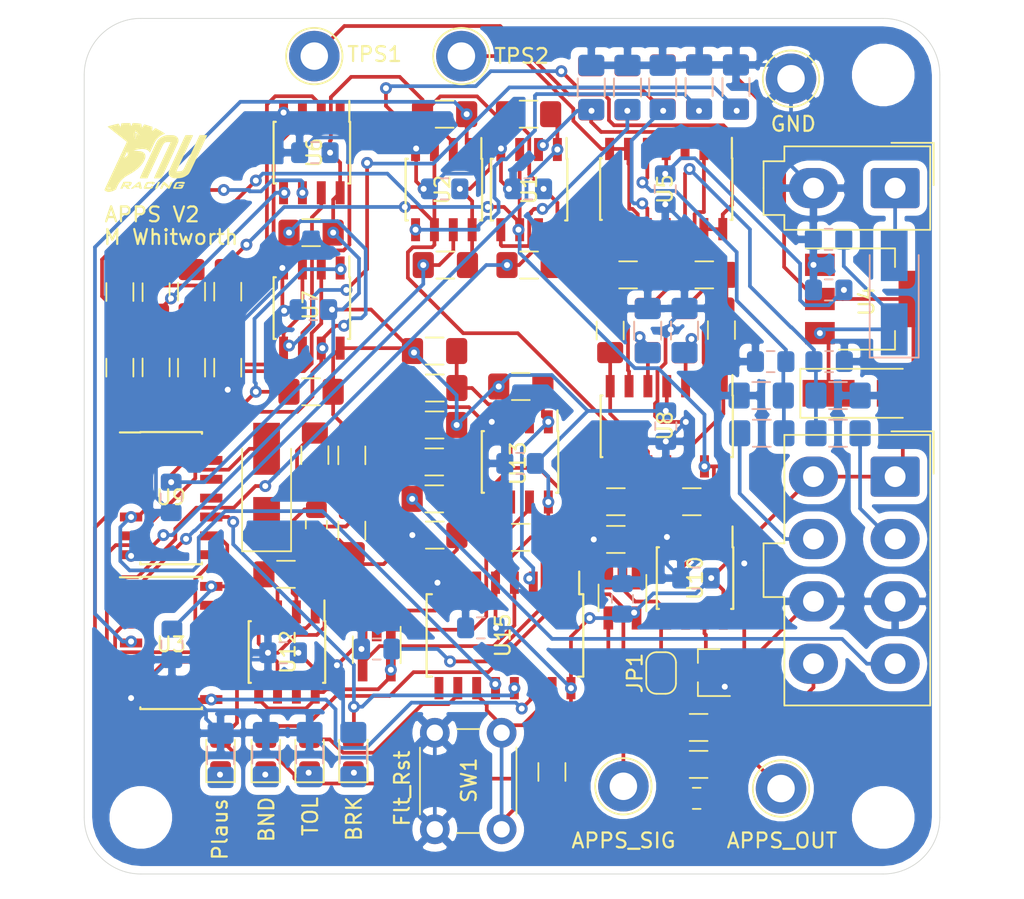
<source format=kicad_pcb>
(kicad_pcb (version 20171130) (host pcbnew "(5.1.0)-1")
  (layers (0 F.Cu signal) (31 B.Cu signal) (34 B.Paste user) (35 F.Paste user) (36 B.SilkS user) (37 F.SilkS user) (38 B.Mask user) (39 F.Mask user) (44 Edge.Cuts user))
  (net 0 "")
  (net 1 GND)
  (net 2 VCC)
  (net 3 +12V)
  (net 4 "Net-(C13-Pad1)")
  (net 5 /APPS_OUT)
  (net 6 "Net-(D1-Pad2)")
  (net 7 "Net-(D3-Pad1)")
  (net 8 "Net-(D3-Pad2)")
  (net 9 "Net-(D4-Pad2)")
  (net 10 "Net-(D4-Pad1)")
  (net 11 "Net-(D6-Pad1)")
  (net 12 /BRK_FLT)
  (net 13 "Net-(D7-Pad1)")
  (net 14 "Net-(D8-Pad1)")
  (net 15 "Net-(D8-Pad2)")
  (net 16 "Net-(D9-Pad1)")
  (net 17 "Net-(D9-Pad2)")
  (net 18 /TPS_1_IN)
  (net 19 /BRK_IN)
  (net 20 /TPS_2_IN)
  (net 21 "Net-(JP1-Pad1)")
  (net 22 /Vmin_1)
  (net 23 /Vmax_1)
  (net 24 /Vmin_2)
  (net 25 "Net-(R7-Pad2)")
  (net 26 "Net-(R8-Pad1)")
  (net 27 "Net-(R9-Pad2)")
  (net 28 "Net-(R10-Pad2)")
  (net 29 /Vmax_2)
  (net 30 /Tolerance)
  (net 31 "Net-(R15-Pad1)")
  (net 32 /TPS_2)
  (net 33 /TPS_1)
  (net 34 "Net-(R16-Pad1)")
  (net 35 "Net-(R17-Pad1)")
  (net 36 "Net-(R18-Pad1)")
  (net 37 "Net-(R21-Pad2)")
  (net 38 "Net-(R22-Pad2)")
  (net 39 "Net-(R23-Pad2)")
  (net 40 "Net-(R24-Pad1)")
  (net 41 "Net-(R25-Pad1)")
  (net 42 "Net-(R29-Pad1)")
  (net 43 "Net-(R32-Pad2)")
  (net 44 "Net-(R35-Pad1)")
  (net 45 "Net-(R36-Pad1)")
  (net 46 "Net-(R39-Pad1)")
  (net 47 "Net-(R40-Pad2)")
  (net 48 "Net-(R41-Pad2)")
  (net 49 "Net-(R46-Pad1)")
  (net 50 "Net-(Rc1-Pad2)")
  (net 51 "Net-(Rc2-Pad2)")
  (net 52 "Net-(Rd1-Pad2)")
  (net 53 "Net-(Rd2-Pad2)")
  (net 54 "Net-(Re1-Pad2)")
  (net 55 "Net-(Re1-Pad1)")
  (net 56 "Net-(Re2-Pad1)")
  (net 57 "Net-(Re2-Pad2)")
  (net 58 "Net-(Rf1-Pad2)")
  (net 59 "Net-(Rf2-Pad2)")
  (net 60 /APPS_SIG)
  (net 61 "Net-(U3-Pad3)")
  (net 62 "Net-(U3-Pad10)")
  (net 63 /BND_FLT)
  (net 64 "Net-(U12-Pad1)")
  (net 65 /TOL_FLT)
  (net 66 "Net-(U12-Pad7)")
  (net 67 "Net-(U14-Pad4)")
  (net 68 "Net-(U15-Pad2)")
  (net 69 "Net-(U15-Pad6)")
  (net 70 "Net-(U15-Pad7)")
  (net 71 "Net-(U15-Pad9)")
  (net 72 "Net-(C19-Pad1)")
  (net 73 "Net-(C20-Pad1)")
  (module Resistor_SMD:R_1206_3216Metric_Pad1.42x1.75mm_HandSolder (layer B.Cu) (at 152.7571 83.312)
    (fp_text reference R50)
    (fp_text value R)
    (pad 2 smd roundrect (at 1.4875 0) (size 1.425 1.75) (layers B.Cu B.Paste B.Mask) (roundrect_rratio 0.175439) (net 1 GND))
    (pad 1 smd roundrect (at -1.4875 0) (size 1.425 1.75) (layers B.Cu B.Paste B.Mask) (roundrect_rratio 0.175439) (net 73 "Net-(C20-Pad1)"))
  )
  (module Resistor_SMD:R_1206_3216Metric_Pad1.42x1.75mm_HandSolder (layer B.Cu) (at 147.5866 83.312 180)
    (fp_text reference R49)
    (fp_text value R)
    (pad 2 smd roundrect (at 1.4875 0 180) (size 1.425 1.75) (layers B.Cu B.Paste B.Mask) (roundrect_rratio 0.175439) (net 1 GND))
    (pad 1 smd roundrect (at -1.4875 0 180) (size 1.425 1.75) (layers B.Cu B.Paste B.Mask) (roundrect_rratio 0.175439) (net 72 "Net-(C19-Pad1)"))
  )
  (module Resistor_SMD:R_1206_3216Metric_Pad1.42x1.75mm_HandSolder (layer B.Cu) (at 152.7571 85.852)
    (fp_text reference R48)
    (fp_text value R)
    (pad 2 smd roundrect (at 1.4875 0) (size 1.425 1.75) (layers B.Cu B.Paste B.Mask) (roundrect_rratio 0.175439) (net 18 /TPS_1_IN))
    (pad 1 smd roundrect (at -1.4875 0) (size 1.425 1.75) (layers B.Cu B.Paste B.Mask) (roundrect_rratio 0.175439) (net 73 "Net-(C20-Pad1)"))
  )
  (module Resistor_SMD:R_1206_3216Metric_Pad1.42x1.75mm_HandSolder (layer B.Cu) (at 147.6231 85.852 180)
    (fp_text reference R47)
    (fp_text value R)
    (pad 2 smd roundrect (at 1.4875 0 180) (size 1.425 1.75) (layers B.Cu B.Paste B.Mask) (roundrect_rratio 0.175439) (net 20 /TPS_2_IN))
    (pad 1 smd roundrect (at -1.4875 0 180) (size 1.425 1.75) (layers B.Cu B.Paste B.Mask) (roundrect_rratio 0.175439) (net 72 "Net-(C19-Pad1)"))
  )
  (module Capacitor_SMD:C_0805_2012Metric_Pad1.15x1.40mm_HandSolder (layer B.Cu) (at 152.1586 81.026)
    (fp_text reference C20)
    (fp_text value C)
    (pad 2 smd roundrect (at 1.025 0) (size 1.15 1.4) (layers B.Cu B.Paste B.Mask) (roundrect_rratio 0.217391) (net 1 GND))
    (pad 1 smd roundrect (at -1.025 0) (size 1.15 1.4) (layers B.Cu B.Paste B.Mask) (roundrect_rratio 0.217391) (net 73 "Net-(C20-Pad1)"))
  )
  (module Capacitor_SMD:C_0805_2012Metric_Pad1.15x1.40mm_HandSolder (layer B.Cu) (at 148.2216 81.026 180)
    (fp_text reference C19)
    (fp_text value C)
    (pad 2 smd roundrect (at 1.025 0 180) (size 1.15 1.4) (layers B.Cu B.Paste B.Mask) (roundrect_rratio 0.217391) (net 1 GND))
    (pad 1 smd roundrect (at -1.025 0 180) (size 1.15 1.4) (layers B.Cu B.Paste B.Mask) (roundrect_rratio 0.217391) (net 72 "Net-(C19-Pad1)"))
  )
  (module APPS:NUR_small2 (layer F.Cu) (at 106.8196 67.31)
    (fp_text reference G*** hide)
    (fp_text value LOGO hide)
  )
  (module Package_SO:SOIC-14_3.9x8.7mm_P1.27mm (layer F.Cu) (at 107.8484 90.2208)
    (fp_text reference U9 (at -0.0128 -0.0508) (layer F.SilkS))
    (fp_text value 74LS08)
    (pad 14 smd rect (at 2.7 -3.81) (size 1.5 0.6) (layers F.Cu F.Paste F.Mask) (net 2 VCC))
    (pad 13 smd rect (at 2.7 -2.54) (size 1.5 0.6) (layers F.Cu F.Paste F.Mask))
    (pad 12 smd rect (at 2.7 -1.27) (size 1.5 0.6) (layers F.Cu F.Paste F.Mask))
    (pad 11 smd rect (at 2.7 0) (size 1.5 0.6) (layers F.Cu F.Paste F.Mask))
    (pad 10 smd rect (at 2.7 1.27) (size 1.5 0.6) (layers F.Cu F.Paste F.Mask) (net 12 /BRK_FLT))
    (pad 9 smd rect (at 2.7 2.54) (size 1.5 0.6) (layers F.Cu F.Paste F.Mask) (net 64 "Net-(U12-Pad1)"))
    (pad 8 smd rect (at 2.7 3.81) (size 1.5 0.6) (layers F.Cu F.Paste F.Mask) (net 9 "Net-(D4-Pad2)"))
    (pad 7 smd rect (at -2.7 3.81) (size 1.5 0.6) (layers F.Cu F.Paste F.Mask) (net 1 GND))
    (pad 6 smd rect (at -2.7 2.54) (size 1.5 0.6) (layers F.Cu F.Paste F.Mask) (net 8 "Net-(D3-Pad2)"))
    (pad 5 smd rect (at -2.7 1.27) (size 1.5 0.6) (layers F.Cu F.Paste F.Mask) (net 65 /TOL_FLT))
    (pad 4 smd rect (at -2.7 0) (size 1.5 0.6) (layers F.Cu F.Paste F.Mask) (net 63 /BND_FLT))
    (pad 3 smd rect (at -2.7 -1.27) (size 1.5 0.6) (layers F.Cu F.Paste F.Mask) (net 65 /TOL_FLT))
    (pad 2 smd rect (at -2.7 -2.54) (size 1.5 0.6) (layers F.Cu F.Paste F.Mask) (net 40 "Net-(R24-Pad1)"))
    (pad 1 smd rect (at -2.7 -3.81) (size 1.5 0.6) (layers F.Cu F.Paste F.Mask) (net 39 "Net-(R23-Pad2)"))
  )
  (module MountingHole:MountingHole_3.2mm_M3 (layer F.Cu) (at 155.8036 61.722 180)
    (fp_text reference REF**)
    (fp_text value MountingHole_3.2mm_M3)
    (pad 1 np_thru_hole circle (at 0 0 180) (size 3.2 3.2) (drill 3.2) (layers *.Cu *.Mask))
  )
  (module MountingHole:MountingHole_3.2mm_M3 (layer F.Cu) (at 105.8036 61.722 180)
    (fp_text reference REF**)
    (fp_text value MountingHole_3.2mm_M3)
    (pad 1 np_thru_hole circle (at 0 0 180) (size 3.2 3.2) (drill 3.2) (layers *.Cu *.Mask))
  )
  (module MountingHole:MountingHole_3.2mm_M3 (layer F.Cu) (at 105.8036 111.722 180)
    (fp_text reference REF**)
    (fp_text value MountingHole_3.2mm_M3)
    (pad 1 np_thru_hole circle (at 0 0 180) (size 3.2 3.2) (drill 3.2) (layers *.Cu *.Mask))
  )
  (module MountingHole:MountingHole_3.2mm_M3 (layer F.Cu) (at 155.8036 111.722 180)
    (fp_text reference REF**)
    (fp_text value MountingHole_3.2mm_M3)
    (pad 1 np_thru_hole circle (at 0 0 180) (size 3.2 3.2) (drill 3.2) (layers *.Cu *.Mask))
  )
  (module TestPoint:TestPoint_Loop_D2.50mm_Drill1.85mm (layer F.Cu) (at 149.5932 61.976 270)
    (fp_text reference TP5)
    (fp_text value GND (at 3.048 -0.1524) (layer F.SilkS))
    (pad 1 thru_hole circle (at 0 0 270) (size 3.4 3.4) (drill 1.85) (layers *.Cu *.Mask) (net 1 GND))
  )
  (module TestPoint:TestPoint_Loop_D2.50mm_Drill1.85mm (layer F.Cu) (at 148.9202 109.7788 270)
    (fp_text reference TP4)
    (fp_text value APPS_OUT (at 3.5052 -0.0634) (layer F.SilkS))
    (pad 1 thru_hole circle (at 0 0 270) (size 3.4 3.4) (drill 1.85) (layers *.Cu *.Mask) (net 5 /APPS_OUT))
  )
  (module TestPoint:TestPoint_Loop_D2.50mm_Drill1.85mm (layer F.Cu) (at 138.303 109.6264 270)
    (fp_text reference TP3)
    (fp_text value APPS_SIG (at 3.6576 -0.0126) (layer F.SilkS))
    (pad 1 thru_hole circle (at 0 0 270) (size 3.4 3.4) (drill 1.85) (layers *.Cu *.Mask) (net 60 /APPS_SIG))
  )
  (module TestPoint:TestPoint_Loop_D2.50mm_Drill1.85mm (layer F.Cu) (at 127.3936 60.452)
    (fp_text reference TP2)
    (fp_text value TPS2 (at 4.064 0) (layer F.SilkS))
    (pad 1 thru_hole circle (at 0 0) (size 3.4 3.4) (drill 1.85) (layers *.Cu *.Mask) (net 53 "Net-(Rd2-Pad2)"))
  )
  (module TestPoint:TestPoint_Loop_D2.50mm_Drill1.85mm (layer F.Cu) (at 117.4876 60.452)
    (fp_text reference TP1)
    (fp_text value TPS1 (at 4.064 -0.127) (layer F.SilkS))
    (pad 1 thru_hole circle (at 0 0) (size 3.4 3.4) (drill 1.85) (layers *.Cu *.Mask) (net 52 "Net-(Rd1-Pad2)"))
  )
  (module Capacitor_SMD:C_0805_2012Metric_Pad1.15x1.40mm_HandSolder (layer B.Cu) (at 131.9022 69.3928 180)
    (fp_text reference C1)
    (fp_text value 0.1uF)
    (pad 2 smd roundrect (at 1.025 0 180) (size 1.15 1.4) (layers B.Cu B.Paste B.Mask) (roundrect_rratio 0.217391) (net 1 GND))
    (pad 1 smd roundrect (at -1.025 0 180) (size 1.15 1.4) (layers B.Cu B.Paste B.Mask) (roundrect_rratio 0.217391) (net 2 VCC))
  )
  (module Capacitor_SMD:C_0805_2012Metric_Pad1.15x1.40mm_HandSolder (layer B.Cu) (at 126.2634 69.3928 180)
    (fp_text reference C2)
    (fp_text value 0.1uF)
    (pad 1 smd roundrect (at -1.025 0 180) (size 1.15 1.4) (layers B.Cu B.Paste B.Mask) (roundrect_rratio 0.217391) (net 2 VCC))
    (pad 2 smd roundrect (at 1.025 0 180) (size 1.15 1.4) (layers B.Cu B.Paste B.Mask) (roundrect_rratio 0.217391) (net 1 GND))
  )
  (module Capacitor_SMD:C_0805_2012Metric_Pad1.15x1.40mm_HandSolder (layer B.Cu) (at 152.1206 72.7964 180)
    (fp_text reference C3)
    (fp_text value 10uF)
    (pad 2 smd roundrect (at 1.025 0 180) (size 1.15 1.4) (layers B.Cu B.Paste B.Mask) (roundrect_rratio 0.217391) (net 1 GND))
    (pad 1 smd roundrect (at -1.025 0 180) (size 1.15 1.4) (layers B.Cu B.Paste B.Mask) (roundrect_rratio 0.217391) (net 3 +12V))
  )
  (module Capacitor_SMD:C_0805_2012Metric_Pad1.15x1.40mm_HandSolder (layer B.Cu) (at 107.8992 100.067 270)
    (fp_text reference C4)
    (fp_text value 0.1uF)
    (pad 1 smd roundrect (at -1.025 0 270) (size 1.15 1.4) (layers B.Cu B.Paste B.Mask) (roundrect_rratio 0.217391) (net 2 VCC))
    (pad 2 smd roundrect (at 1.025 0 270) (size 1.15 1.4) (layers B.Cu B.Paste B.Mask) (roundrect_rratio 0.217391) (net 1 GND))
  )
  (module Capacitor_SMD:C_0805_2012Metric_Pad1.15x1.40mm_HandSolder (layer B.Cu) (at 152.1296 76.2 180)
    (fp_text reference C5)
    (fp_text value 10uF)
    (pad 1 smd roundrect (at -1.025 0 180) (size 1.15 1.4) (layers B.Cu B.Paste B.Mask) (roundrect_rratio 0.217391) (net 2 VCC))
    (pad 2 smd roundrect (at 1.025 0 180) (size 1.15 1.4) (layers B.Cu B.Paste B.Mask) (roundrect_rratio 0.217391) (net 1 GND))
  )
  (module Capacitor_SMD:C_0805_2012Metric_Pad1.15x1.40mm_HandSolder (layer B.Cu) (at 117.5258 66.9544 180)
    (fp_text reference C6)
    (fp_text value 0.1uF)
    (pad 1 smd roundrect (at -1.025 0 180) (size 1.15 1.4) (layers B.Cu B.Paste B.Mask) (roundrect_rratio 0.217391) (net 2 VCC))
    (pad 2 smd roundrect (at 1.025 0 180) (size 1.15 1.4) (layers B.Cu B.Paste B.Mask) (roundrect_rratio 0.217391) (net 1 GND))
  )
  (module Capacitor_SMD:C_0805_2012Metric_Pad1.15x1.40mm_HandSolder (layer B.Cu) (at 141.1224 69.4055 270)
    (fp_text reference C7)
    (fp_text value 0.1uF)
    (pad 2 smd roundrect (at 1.025 0 270) (size 1.15 1.4) (layers B.Cu B.Paste B.Mask) (roundrect_rratio 0.217391) (net 1 GND))
    (pad 1 smd roundrect (at -1.025 0 270) (size 1.15 1.4) (layers B.Cu B.Paste B.Mask) (roundrect_rratio 0.217391) (net 2 VCC))
  )
  (module Capacitor_SMD:C_0805_2012Metric_Pad1.15x1.40mm_HandSolder (layer B.Cu) (at 141.1605 85.3731 270)
    (fp_text reference C8)
    (fp_text value 0.1uF)
    (pad 1 smd roundrect (at -1.025 0 270) (size 1.15 1.4) (layers B.Cu B.Paste B.Mask) (roundrect_rratio 0.217391) (net 2 VCC))
    (pad 2 smd roundrect (at 1.025 0 270) (size 1.15 1.4) (layers B.Cu B.Paste B.Mask) (roundrect_rratio 0.217391) (net 1 GND))
  )
  (module Capacitor_SMD:C_0805_2012Metric_Pad1.15x1.40mm_HandSolder (layer B.Cu) (at 117.4242 77.5208 180)
    (fp_text reference C9)
    (fp_text value 0.1uF)
    (pad 2 smd roundrect (at 1.025 0 180) (size 1.15 1.4) (layers B.Cu B.Paste B.Mask) (roundrect_rratio 0.217391) (net 1 GND))
    (pad 1 smd roundrect (at -1.025 0 180) (size 1.15 1.4) (layers B.Cu B.Paste B.Mask) (roundrect_rratio 0.217391) (net 2 VCC))
  )
  (module Capacitor_SMD:C_0805_2012Metric_Pad1.15x1.40mm_HandSolder (layer B.Cu) (at 143.1925 95.6056 180)
    (fp_text reference C10)
    (fp_text value 0.1uF)
    (pad 1 smd roundrect (at -1.025 0 180) (size 1.15 1.4) (layers B.Cu B.Paste B.Mask) (roundrect_rratio 0.217391) (net 2 VCC))
    (pad 2 smd roundrect (at 1.025 0 180) (size 1.15 1.4) (layers B.Cu B.Paste B.Mask) (roundrect_rratio 0.217391) (net 1 GND))
  )
  (module Capacitor_SMD:C_0805_2012Metric_Pad1.15x1.40mm_HandSolder (layer B.Cu) (at 107.8484 90.17 270)
    (fp_text reference C11)
    (fp_text value 0.1uF)
    (pad 2 smd roundrect (at 1.025 0 270) (size 1.15 1.4) (layers B.Cu B.Paste B.Mask) (roundrect_rratio 0.217391) (net 1 GND))
    (pad 1 smd roundrect (at -1.025 0 270) (size 1.15 1.4) (layers B.Cu B.Paste B.Mask) (roundrect_rratio 0.217391) (net 2 VCC))
  )
  (module Capacitor_SMD:C_0805_2012Metric_Pad1.15x1.40mm_HandSolder (layer B.Cu) (at 138.2395 97.0026 90)
    (fp_text reference C12)
    (fp_text value 0.1uF)
    (pad 2 smd roundrect (at 1.025 0 90) (size 1.15 1.4) (layers B.Cu B.Paste B.Mask) (roundrect_rratio 0.217391) (net 1 GND))
    (pad 1 smd roundrect (at -1.025 0 90) (size 1.15 1.4) (layers B.Cu B.Paste B.Mask) (roundrect_rratio 0.217391) (net 2 VCC))
  )
  (module Capacitor_SMD:C_0805_2012Metric_Pad1.15x1.40mm_HandSolder (layer F.Cu) (at 117.6274 92.0078 270)
    (fp_text reference C13)
    (fp_text value 2.2uF)
    (pad 1 smd roundrect (at -1.025 0 270) (size 1.15 1.4) (layers F.Cu F.Paste F.Mask) (roundrect_rratio 0.217391) (net 4 "Net-(C13-Pad1)"))
    (pad 2 smd roundrect (at 1.025 0 270) (size 1.15 1.4) (layers F.Cu F.Paste F.Mask) (roundrect_rratio 0.217391) (net 1 GND))
  )
  (module Capacitor_SMD:C_0805_2012Metric_Pad1.15x1.40mm_HandSolder (layer F.Cu) (at 143.2396 110.4392 180)
    (fp_text reference C14)
    (fp_text value 47pF)
    (pad 1 smd roundrect (at -1.025 0 180) (size 1.15 1.4) (layers F.Cu F.Paste F.Mask) (roundrect_rratio 0.217391) (net 5 /APPS_OUT))
    (pad 2 smd roundrect (at 1.025 0 180) (size 1.15 1.4) (layers F.Cu F.Paste F.Mask) (roundrect_rratio 0.217391) (net 1 GND))
  )
  (module Capacitor_SMD:C_0805_2012Metric_Pad1.15x1.40mm_HandSolder (layer B.Cu) (at 131.3434 87.884 180)
    (fp_text reference C15)
    (fp_text value 0.1uF)
    (pad 2 smd roundrect (at 1.025 0 180) (size 1.15 1.4) (layers B.Cu B.Paste B.Mask) (roundrect_rratio 0.217391) (net 1 GND))
    (pad 1 smd roundrect (at -1.025 0 180) (size 1.15 1.4) (layers B.Cu B.Paste B.Mask) (roundrect_rratio 0.217391) (net 2 VCC))
  )
  (module Capacitor_SMD:C_0805_2012Metric_Pad1.15x1.40mm_HandSolder (layer B.Cu) (at 121.6914 100.3808 180)
    (fp_text reference C16)
    (fp_text value 0.1uF)
    (pad 1 smd roundrect (at -1.025 0 180) (size 1.15 1.4) (layers B.Cu B.Paste B.Mask) (roundrect_rratio 0.217391) (net 2 VCC))
    (pad 2 smd roundrect (at 1.025 0 180) (size 1.15 1.4) (layers B.Cu B.Paste B.Mask) (roundrect_rratio 0.217391) (net 1 GND))
  )
  (module Capacitor_SMD:C_0805_2012Metric_Pad1.15x1.40mm_HandSolder (layer B.Cu) (at 128.7018 98.9584 180)
    (fp_text reference C17)
    (fp_text value 0.1uF)
    (pad 2 smd roundrect (at 1.025 0 180) (size 1.15 1.4) (layers B.Cu B.Paste B.Mask) (roundrect_rratio 0.217391) (net 1 GND))
    (pad 1 smd roundrect (at -1.025 0 180) (size 1.15 1.4) (layers B.Cu B.Paste B.Mask) (roundrect_rratio 0.217391) (net 2 VCC))
  )
  (module Capacitor_SMD:C_0805_2012Metric_Pad1.15x1.40mm_HandSolder (layer B.Cu) (at 115.3922 100.6348 180)
    (fp_text reference C18)
    (fp_text value 0.1uF)
    (pad 2 smd roundrect (at 1.025 0 180) (size 1.15 1.4) (layers B.Cu B.Paste B.Mask) (roundrect_rratio 0.217391) (net 1 GND))
    (pad 1 smd roundrect (at -1.025 0 180) (size 1.15 1.4) (layers B.Cu B.Paste B.Mask) (roundrect_rratio 0.217391) (net 2 VCC))
  )
  (module Diode_SMD:D_SMA_Handsoldering (layer B.Cu) (at 156.5402 76.3524 90)
    (fp_text reference D1)
    (fp_text value D)
    (pad 1 smd rect (at -2.5 0 90) (size 3.5 1.8) (layers B.Cu B.Paste B.Mask) (net 3 +12V))
    (pad 2 smd rect (at 2.5 0 90) (size 3.5 1.8) (layers B.Cu B.Paste B.Mask) (net 6 "Net-(D1-Pad2)"))
  )
  (module Diode_SMD:D_SMA_Handsoldering (layer F.Cu) (at 154.6206 83.1596)
    (fp_text reference D2)
    (fp_text value D)
    (pad 2 smd rect (at 2.5 0) (size 3.5 1.8) (layers F.Cu F.Paste F.Mask) (net 2 VCC))
    (pad 1 smd rect (at -2.5 0) (size 3.5 1.8) (layers F.Cu F.Paste F.Mask) (net 3 +12V))
  )
  (module Diode_SMD:D_SMA_Handsoldering (layer F.Cu) (at 114.2746 89.3972 90)
    (fp_text reference D3)
    (fp_text value D)
    (pad 1 smd rect (at -2.5 0 90) (size 3.5 1.8) (layers F.Cu F.Paste F.Mask) (net 7 "Net-(D3-Pad1)"))
    (pad 2 smd rect (at 2.5 0 90) (size 3.5 1.8) (layers F.Cu F.Paste F.Mask) (net 8 "Net-(D3-Pad2)"))
  )
  (module LED_SMD:LED_0805_2012Metric_Pad1.15x1.40mm_HandSolder (layer F.Cu) (at 111.1758 107.4838 90)
    (fp_text reference D4)
    (fp_text value Plaus (at -5.0382 -0.0382 90) (layer F.SilkS))
    (pad 2 smd roundrect (at 1.025 0 90) (size 1.15 1.4) (layers F.Cu F.Paste F.Mask) (roundrect_rratio 0.217391) (net 9 "Net-(D4-Pad2)"))
    (pad 1 smd roundrect (at -1.025 0 90) (size 1.15 1.4) (layers F.Cu F.Paste F.Mask) (roundrect_rratio 0.217391) (net 10 "Net-(D4-Pad1)"))
  )
  (module Diode_SMD:D_SOT-23_ANK (layer F.Cu) (at 144.0815 101.9683 180)
    (fp_text reference D6)
    (fp_text value D_Zener)
    (pad 2 smd rect (at -1 -0.95 180) (size 0.9 0.8) (layers F.Cu F.Paste F.Mask) (net 1 GND))
    (pad "" smd rect (at -1 0.95 180) (size 0.9 0.8) (layers F.Cu F.Paste F.Mask))
    (pad 1 smd rect (at 1 0 180) (size 0.9 0.8) (layers F.Cu F.Paste F.Mask) (net 11 "Net-(D6-Pad1)"))
  )
  (module LED_SMD:LED_0805_2012Metric_Pad1.15x1.40mm_HandSolder (layer F.Cu) (at 120.1166 107.4928 90)
    (fp_text reference D7)
    (fp_text value BRK (at -4.318 0.0508 90) (layer F.SilkS))
    (pad 2 smd roundrect (at 1.025 0 90) (size 1.15 1.4) (layers F.Cu F.Paste F.Mask) (roundrect_rratio 0.217391) (net 12 /BRK_FLT))
    (pad 1 smd roundrect (at -1.025 0 90) (size 1.15 1.4) (layers F.Cu F.Paste F.Mask) (roundrect_rratio 0.217391) (net 13 "Net-(D7-Pad1)"))
  )
  (module LED_SMD:LED_0805_2012Metric_Pad1.15x1.40mm_HandSolder (layer F.Cu) (at 117.1702 107.4928 90)
    (fp_text reference D8)
    (fp_text value TOL (at -4.1656 0.0508 90) (layer F.SilkS))
    (pad 1 smd roundrect (at -1.025 0 90) (size 1.15 1.4) (layers F.Cu F.Paste F.Mask) (roundrect_rratio 0.217391) (net 14 "Net-(D8-Pad1)"))
    (pad 2 smd roundrect (at 1.025 0 90) (size 1.15 1.4) (layers F.Cu F.Paste F.Mask) (roundrect_rratio 0.217391) (net 15 "Net-(D8-Pad2)"))
  )
  (module LED_SMD:LED_0805_2012Metric_Pad1.15x1.40mm_HandSolder (layer F.Cu) (at 114.2238 107.4928 90)
    (fp_text reference D9)
    (fp_text value BND (at -4.3688 0.0508 90) (layer F.SilkS))
    (pad 1 smd roundrect (at -1.025 0 90) (size 1.15 1.4) (layers F.Cu F.Paste F.Mask) (roundrect_rratio 0.217391) (net 16 "Net-(D9-Pad1)"))
    (pad 2 smd roundrect (at 1.025 0 90) (size 1.15 1.4) (layers F.Cu F.Paste F.Mask) (roundrect_rratio 0.217391) (net 17 "Net-(D9-Pad2)"))
  )
  (module Connector_Molex:Molex_Mini-Fit_Jr_5566-08A_2x04_P4.20mm_Vertical (layer F.Cu) (at 156.6036 88.773 270)
    (fp_text reference J1)
    (fp_text value Conn_01x08_Female)
    (pad 1 thru_hole roundrect (at 0 0 270) (size 2.7 3.3) (drill 1.4) (layers *.Cu *.Mask) (roundrect_rratio 0.09259299999999999) (net 2 VCC))
    (pad 2 thru_hole oval (at 4.2 0 270) (size 2.7 3.3) (drill 1.4) (layers *.Cu *.Mask) (net 18 /TPS_1_IN))
    (pad 3 thru_hole oval (at 8.4 0 270) (size 2.7 3.3) (drill 1.4) (layers *.Cu *.Mask) (net 1 GND))
    (pad 4 thru_hole oval (at 12.6 0 270) (size 2.7 3.3) (drill 1.4) (layers *.Cu *.Mask) (net 19 /BRK_IN))
    (pad 5 thru_hole oval (at 0 5.5 270) (size 2.7 3.3) (drill 1.4) (layers *.Cu *.Mask) (net 2 VCC))
    (pad 6 thru_hole oval (at 4.2 5.5 270) (size 2.7 3.3) (drill 1.4) (layers *.Cu *.Mask) (net 20 /TPS_2_IN))
    (pad 7 thru_hole oval (at 8.4 5.5 270) (size 2.7 3.3) (drill 1.4) (layers *.Cu *.Mask) (net 1 GND))
    (pad 8 thru_hole oval (at 12.6 5.5 270) (size 2.7 3.3) (drill 1.4) (layers *.Cu *.Mask) (net 5 /APPS_OUT))
  )
  (module Connector_Molex:Molex_Mini-Fit_Jr_5566-02A_2x01_P4.20mm_Vertical (layer F.Cu) (at 156.6036 69.342 270)
    (fp_text reference J2)
    (fp_text value Conn_01x02_Female)
    (pad 1 thru_hole roundrect (at 0 0 270) (size 2.7 3.3) (drill 1.4) (layers *.Cu *.Mask) (roundrect_rratio 0.09259299999999999) (net 6 "Net-(D1-Pad2)"))
    (pad 2 thru_hole oval (at 0 5.5 270) (size 2.7 3.3) (drill 1.4) (layers *.Cu *.Mask) (net 1 GND))
  )
  (module Jumper:SolderJumper-2_P1.3mm_Open_RoundedPad1.0x1.5mm (layer F.Cu) (at 140.843 101.996 270)
    (fp_text reference JP1 (at 0 1.7654 270) (layer F.SilkS))
    (fp_text value SolderJumper_2_Open)
    (pad 1 smd custom (at -0.65 0 270) (size 1 0.5) (layers F.Cu F.Mask) (net 21 "Net-(JP1-Pad1)") (options (clearance outline) (anchor rect)) (primitives (gr_circle (center 0 0.25) (end 0.5 0.25) (width 0)) (gr_circle (center 0 -0.25) (end 0.5 -0.25) (width 0)) (gr_poly (pts (xy 0 -0.75) (xy 0.5 -0.75) (xy 0.5 0.75) (xy 0 0.75)) (width 0))))
    (pad 2 smd custom (at 0.65 0 270) (size 1 0.5) (layers F.Cu F.Mask) (net 11 "Net-(D6-Pad1)") (options (clearance outline) (anchor rect)) (primitives (gr_circle (center 0 0.25) (end 0.5 0.25) (width 0)) (gr_circle (center 0 -0.25) (end 0.5 -0.25) (width 0)) (gr_poly (pts (xy 0 -0.75) (xy -0.5 -0.75) (xy -0.5 0.75) (xy 0 0.75)) (width 0))))
  )
  (module Resistor_SMD:R_1206_3216Metric_Pad1.42x1.75mm_HandSolder (layer F.Cu) (at 136.1312 62.5856 270)
    (fp_text reference R1)
    (fp_text value R)
    (pad 1 smd roundrect (at -1.4875 0 270) (size 1.425 1.75) (layers F.Cu F.Paste F.Mask) (roundrect_rratio 0.175439) (net 2 VCC))
    (pad 2 smd roundrect (at 1.4875 0 270) (size 1.425 1.75) (layers F.Cu F.Paste F.Mask) (roundrect_rratio 0.175439) (net 22 /Vmin_1))
  )
  (module Resistor_SMD:R_1206_3216Metric_Pad1.42x1.75mm_HandSolder (layer B.Cu) (at 136.1439 62.5603 90)
    (fp_text reference R2)
    (fp_text value R)
    (pad 2 smd roundrect (at 1.4875 0 90) (size 1.425 1.75) (layers B.Cu B.Paste B.Mask) (roundrect_rratio 0.175439) (net 1 GND))
    (pad 1 smd roundrect (at -1.4875 0 90) (size 1.425 1.75) (layers B.Cu B.Paste B.Mask) (roundrect_rratio 0.175439) (net 22 /Vmin_1))
  )
  (module Resistor_SMD:R_1206_3216Metric_Pad1.42x1.75mm_HandSolder (layer F.Cu) (at 138.5696 62.5856 270)
    (fp_text reference R3)
    (fp_text value R)
    (pad 1 smd roundrect (at -1.4875 0 270) (size 1.425 1.75) (layers F.Cu F.Paste F.Mask) (roundrect_rratio 0.175439) (net 2 VCC))
    (pad 2 smd roundrect (at 1.4875 0 270) (size 1.425 1.75) (layers F.Cu F.Paste F.Mask) (roundrect_rratio 0.175439) (net 23 /Vmax_1))
  )
  (module Resistor_SMD:R_1206_3216Metric_Pad1.42x1.75mm_HandSolder (layer B.Cu) (at 138.5823 62.5603 90)
    (fp_text reference R4)
    (fp_text value R)
    (pad 2 smd roundrect (at 1.4875 0 90) (size 1.425 1.75) (layers B.Cu B.Paste B.Mask) (roundrect_rratio 0.175439) (net 1 GND))
    (pad 1 smd roundrect (at -1.4875 0 90) (size 1.425 1.75) (layers B.Cu B.Paste B.Mask) (roundrect_rratio 0.175439) (net 23 /Vmax_1))
  )
  (module Resistor_SMD:R_1206_3216Metric_Pad1.42x1.75mm_HandSolder (layer F.Cu) (at 140.9572 62.5348 270)
    (fp_text reference R5)
    (fp_text value R)
    (pad 1 smd roundrect (at -1.4875 0 270) (size 1.425 1.75) (layers F.Cu F.Paste F.Mask) (roundrect_rratio 0.175439) (net 2 VCC))
    (pad 2 smd roundrect (at 1.4875 0 270) (size 1.425 1.75) (layers F.Cu F.Paste F.Mask) (roundrect_rratio 0.175439) (net 24 /Vmin_2))
  )
  (module Resistor_SMD:R_1206_3216Metric_Pad1.42x1.75mm_HandSolder (layer B.Cu) (at 140.9445 62.5603 90)
    (fp_text reference R6)
    (fp_text value R)
    (pad 2 smd roundrect (at 1.4875 0 90) (size 1.425 1.75) (layers B.Cu B.Paste B.Mask) (roundrect_rratio 0.175439) (net 1 GND))
    (pad 1 smd roundrect (at -1.4875 0 90) (size 1.425 1.75) (layers B.Cu B.Paste B.Mask) (roundrect_rratio 0.175439) (net 24 /Vmin_2))
  )
  (module Resistor_SMD:R_1206_3216Metric_Pad1.42x1.75mm_HandSolder (layer F.Cu) (at 131.9165 64.3636)
    (fp_text reference R7)
    (fp_text value 10k)
    (pad 1 smd roundrect (at -1.4875 0) (size 1.425 1.75) (layers F.Cu F.Paste F.Mask) (roundrect_rratio 0.175439) (net 2 VCC))
    (pad 2 smd roundrect (at 1.4875 0) (size 1.425 1.75) (layers F.Cu F.Paste F.Mask) (roundrect_rratio 0.175439) (net 25 "Net-(R7-Pad2)"))
  )
  (module Resistor_SMD:R_1206_3216Metric_Pad1.42x1.75mm_HandSolder (layer F.Cu) (at 131.953 74.5236)
    (fp_text reference R8)
    (fp_text value 10k)
    (pad 2 smd roundrect (at 1.4875 0) (size 1.425 1.75) (layers F.Cu F.Paste F.Mask) (roundrect_rratio 0.175439) (net 2 VCC))
    (pad 1 smd roundrect (at -1.4875 0) (size 1.425 1.75) (layers F.Cu F.Paste F.Mask) (roundrect_rratio 0.175439) (net 26 "Net-(R8-Pad1)"))
  )
  (module Resistor_SMD:R_1206_3216Metric_Pad1.42x1.75mm_HandSolder (layer F.Cu) (at 126.2634 64.3636)
    (fp_text reference R9)
    (fp_text value 10k)
    (pad 2 smd roundrect (at 1.4875 0) (size 1.425 1.75) (layers F.Cu F.Paste F.Mask) (roundrect_rratio 0.175439) (net 27 "Net-(R9-Pad2)"))
    (pad 1 smd roundrect (at -1.4875 0) (size 1.425 1.75) (layers F.Cu F.Paste F.Mask) (roundrect_rratio 0.175439) (net 2 VCC))
  )
  (module Resistor_SMD:R_1206_3216Metric_Pad1.42x1.75mm_HandSolder (layer F.Cu) (at 126.3142 74.5236 180)
    (fp_text reference R10)
    (fp_text value 10k)
    (pad 1 smd roundrect (at -1.4875 0 180) (size 1.425 1.75) (layers F.Cu F.Paste F.Mask) (roundrect_rratio 0.175439) (net 2 VCC))
    (pad 2 smd roundrect (at 1.4875 0 180) (size 1.425 1.75) (layers F.Cu F.Paste F.Mask) (roundrect_rratio 0.175439) (net 28 "Net-(R10-Pad2)"))
  )
  (module Resistor_SMD:R_1206_3216Metric_Pad1.42x1.75mm_HandSolder (layer F.Cu) (at 143.3956 62.5348 270)
    (fp_text reference R11)
    (fp_text value R)
    (pad 1 smd roundrect (at -1.4875 0 270) (size 1.425 1.75) (layers F.Cu F.Paste F.Mask) (roundrect_rratio 0.175439) (net 2 VCC))
    (pad 2 smd roundrect (at 1.4875 0 270) (size 1.425 1.75) (layers F.Cu F.Paste F.Mask) (roundrect_rratio 0.175439) (net 29 /Vmax_2))
  )
  (module Resistor_SMD:R_1206_3216Metric_Pad1.42x1.75mm_HandSolder (layer B.Cu) (at 143.4083 62.5333 90)
    (fp_text reference R12)
    (fp_text value R)
    (pad 2 smd roundrect (at 1.4875 0 90) (size 1.425 1.75) (layers B.Cu B.Paste B.Mask) (roundrect_rratio 0.175439) (net 1 GND))
    (pad 1 smd roundrect (at -1.4875 0 90) (size 1.425 1.75) (layers B.Cu B.Paste B.Mask) (roundrect_rratio 0.175439) (net 29 /Vmax_2))
  )
  (module Resistor_SMD:R_1206_3216Metric_Pad1.42x1.75mm_HandSolder (layer F.Cu) (at 145.8848 62.5348 270)
    (fp_text reference R13)
    (fp_text value R)
    (pad 1 smd roundrect (at -1.4875 0 270) (size 1.425 1.75) (layers F.Cu F.Paste F.Mask) (roundrect_rratio 0.175439) (net 2 VCC))
    (pad 2 smd roundrect (at 1.4875 0 270) (size 1.425 1.75) (layers F.Cu F.Paste F.Mask) (roundrect_rratio 0.175439) (net 30 /Tolerance))
  )
  (module Resistor_SMD:R_1206_3216Metric_Pad1.42x1.75mm_HandSolder (layer B.Cu) (at 145.8848 62.5348 90)
    (fp_text reference R14)
    (fp_text value R)
    (pad 2 smd roundrect (at 1.4875 0 90) (size 1.425 1.75) (layers B.Cu B.Paste B.Mask) (roundrect_rratio 0.175439) (net 1 GND))
    (pad 1 smd roundrect (at -1.4875 0 90) (size 1.425 1.75) (layers B.Cu B.Paste B.Mask) (roundrect_rratio 0.175439) (net 30 /Tolerance))
  )
  (module Resistor_SMD:R_1206_3216Metric_Pad1.42x1.75mm_HandSolder (layer F.Cu) (at 111.6584 76.3159 90)
    (fp_text reference R15)
    (fp_text value 10k)
    (pad 1 smd roundrect (at -1.4875 0 90) (size 1.425 1.75) (layers F.Cu F.Paste F.Mask) (roundrect_rratio 0.175439) (net 31 "Net-(R15-Pad1)"))
    (pad 2 smd roundrect (at 1.4875 0 90) (size 1.425 1.75) (layers F.Cu F.Paste F.Mask) (roundrect_rratio 0.175439) (net 32 /TPS_2))
  )
  (module Resistor_SMD:R_1206_3216Metric_Pad1.42x1.75mm_HandSolder (layer F.Cu) (at 109.22 76.3159 90)
    (fp_text reference R16)
    (fp_text value 10k)
    (pad 2 smd roundrect (at 1.4875 0 90) (size 1.425 1.75) (layers F.Cu F.Paste F.Mask) (roundrect_rratio 0.175439) (net 33 /TPS_1))
    (pad 1 smd roundrect (at -1.4875 0 90) (size 1.425 1.75) (layers F.Cu F.Paste F.Mask) (roundrect_rratio 0.175439) (net 34 "Net-(R16-Pad1)"))
  )
  (module Resistor_SMD:R_1206_3216Metric_Pad1.42x1.75mm_HandSolder (layer F.Cu) (at 106.8324 76.3524 90)
    (fp_text reference R17)
    (fp_text value 10k)
    (pad 1 smd roundrect (at -1.4875 0 90) (size 1.425 1.75) (layers F.Cu F.Paste F.Mask) (roundrect_rratio 0.175439) (net 35 "Net-(R17-Pad1)"))
    (pad 2 smd roundrect (at 1.4875 0 90) (size 1.425 1.75) (layers F.Cu F.Paste F.Mask) (roundrect_rratio 0.175439) (net 33 /TPS_1))
  )
  (module Resistor_SMD:R_1206_3216Metric_Pad1.42x1.75mm_HandSolder (layer F.Cu) (at 104.394 76.3381 90)
    (fp_text reference R18)
    (fp_text value 10k)
    (pad 2 smd roundrect (at 1.4875 0 90) (size 1.425 1.75) (layers F.Cu F.Paste F.Mask) (roundrect_rratio 0.175439) (net 32 /TPS_2))
    (pad 1 smd roundrect (at -1.4875 0 90) (size 1.425 1.75) (layers F.Cu F.Paste F.Mask) (roundrect_rratio 0.175439) (net 36 "Net-(R18-Pad1)"))
  )
  (module Resistor_SMD:R_1206_3216Metric_Pad1.42x1.75mm_HandSolder (layer F.Cu) (at 111.6584 81.4324 270)
    (fp_text reference R19)
    (fp_text value 10k)
    (pad 1 smd roundrect (at -1.4875 0 270) (size 1.425 1.75) (layers F.Cu F.Paste F.Mask) (roundrect_rratio 0.175439) (net 31 "Net-(R15-Pad1)"))
    (pad 2 smd roundrect (at 1.4875 0 270) (size 1.425 1.75) (layers F.Cu F.Paste F.Mask) (roundrect_rratio 0.175439) (net 1 GND))
  )
  (module Resistor_SMD:R_1206_3216Metric_Pad1.42x1.75mm_HandSolder (layer F.Cu) (at 106.8324 81.4181 270)
    (fp_text reference R20)
    (fp_text value 10k)
    (pad 1 smd roundrect (at -1.4875 0 270) (size 1.425 1.75) (layers F.Cu F.Paste F.Mask) (roundrect_rratio 0.175439) (net 35 "Net-(R17-Pad1)"))
    (pad 2 smd roundrect (at 1.4875 0 270) (size 1.425 1.75) (layers F.Cu F.Paste F.Mask) (roundrect_rratio 0.175439) (net 1 GND))
  )
  (module Resistor_SMD:R_1206_3216Metric_Pad1.42x1.75mm_HandSolder (layer F.Cu) (at 109.22 81.4324 270)
    (fp_text reference R21)
    (fp_text value 10k)
    (pad 2 smd roundrect (at 1.4875 0 270) (size 1.425 1.75) (layers F.Cu F.Paste F.Mask) (roundrect_rratio 0.175439) (net 37 "Net-(R21-Pad2)"))
    (pad 1 smd roundrect (at -1.4875 0 270) (size 1.425 1.75) (layers F.Cu F.Paste F.Mask) (roundrect_rratio 0.175439) (net 34 "Net-(R16-Pad1)"))
  )
  (module Resistor_SMD:R_1206_3216Metric_Pad1.42x1.75mm_HandSolder (layer F.Cu) (at 104.394 81.4324 270)
    (fp_text reference R22)
    (fp_text value 10k)
    (pad 2 smd roundrect (at 1.4875 0 270) (size 1.425 1.75) (layers F.Cu F.Paste F.Mask) (roundrect_rratio 0.175439) (net 38 "Net-(R22-Pad2)"))
    (pad 1 smd roundrect (at -1.4875 0 270) (size 1.425 1.75) (layers F.Cu F.Paste F.Mask) (roundrect_rratio 0.175439) (net 36 "Net-(R18-Pad1)"))
  )
  (module Resistor_SMD:R_1206_3216Metric_Pad1.42x1.75mm_HandSolder (layer F.Cu) (at 117.2701 83.058 180)
    (fp_text reference R23)
    (fp_text value 10k)
    (pad 2 smd roundrect (at 1.4875 0 180) (size 1.425 1.75) (layers F.Cu F.Paste F.Mask) (roundrect_rratio 0.175439) (net 39 "Net-(R23-Pad2)"))
    (pad 1 smd roundrect (at -1.4875 0 180) (size 1.425 1.75) (layers F.Cu F.Paste F.Mask) (roundrect_rratio 0.175439) (net 2 VCC))
  )
  (module Resistor_SMD:R_1206_3216Metric_Pad1.42x1.75mm_HandSolder (layer F.Cu) (at 117.2718 72.3392)
    (fp_text reference R24)
    (fp_text value 10k)
    (pad 1 smd roundrect (at -1.4875 0) (size 1.425 1.75) (layers F.Cu F.Paste F.Mask) (roundrect_rratio 0.175439) (net 40 "Net-(R24-Pad1)"))
    (pad 2 smd roundrect (at 1.4875 0) (size 1.425 1.75) (layers F.Cu F.Paste F.Mask) (roundrect_rratio 0.175439) (net 2 VCC))
  )
  (module Resistor_SMD:R_1206_3216Metric_Pad1.42x1.75mm_HandSolder (layer F.Cu) (at 142.9115 90.4621)
    (fp_text reference R25)
    (fp_text value 10k)
    (pad 1 smd roundrect (at -1.4875 0) (size 1.425 1.75) (layers F.Cu F.Paste F.Mask) (roundrect_rratio 0.175439) (net 41 "Net-(R25-Pad1)"))
    (pad 2 smd roundrect (at 1.4875 0) (size 1.425 1.75) (layers F.Cu F.Paste F.Mask) (roundrect_rratio 0.175439) (net 33 /TPS_1))
  )
  (module Resistor_SMD:R_1206_3216Metric_Pad1.42x1.75mm_HandSolder (layer F.Cu) (at 137.795 90.4621 180)
    (fp_text reference R26)
    (fp_text value 10k)
    (pad 2 smd roundrect (at 1.4875 0 180) (size 1.425 1.75) (layers F.Cu F.Paste F.Mask) (roundrect_rratio 0.175439) (net 32 /TPS_2))
    (pad 1 smd roundrect (at -1.4875 0 180) (size 1.425 1.75) (layers F.Cu F.Paste F.Mask) (roundrect_rratio 0.175439) (net 41 "Net-(R25-Pad1)"))
  )
  (module Resistor_SMD:R_1206_3216Metric_Pad1.42x1.75mm_HandSolder (layer F.Cu) (at 117.5258 87.3252 90)
    (fp_text reference R27)
    (fp_text value 2k)
    (pad 1 smd roundrect (at -1.4875 0 90) (size 1.425 1.75) (layers F.Cu F.Paste F.Mask) (roundrect_rratio 0.175439) (net 4 "Net-(C13-Pad1)"))
    (pad 2 smd roundrect (at 1.4875 0 90) (size 1.425 1.75) (layers F.Cu F.Paste F.Mask) (roundrect_rratio 0.175439) (net 7 "Net-(D3-Pad1)"))
  )
  (module Resistor_SMD:R_1206_3216Metric_Pad1.42x1.75mm_HandSolder (layer F.Cu) (at 115.5811 95.3516 180)
    (fp_text reference R28)
    (fp_text value 20k)
    (pad 2 smd roundrect (at 1.4875 0 180) (size 1.425 1.75) (layers F.Cu F.Paste F.Mask) (roundrect_rratio 0.175439) (net 4 "Net-(C13-Pad1)"))
    (pad 1 smd roundrect (at -1.4875 0 180) (size 1.425 1.75) (layers F.Cu F.Paste F.Mask) (roundrect_rratio 0.175439) (net 1 GND))
  )
  (module Resistor_SMD:R_1206_3216Metric_Pad1.42x1.75mm_HandSolder (layer F.Cu) (at 120.015 87.3395 90)
    (fp_text reference R29)
    (fp_text value 100k)
    (pad 1 smd roundrect (at -1.4875 0 90) (size 1.425 1.75) (layers F.Cu F.Paste F.Mask) (roundrect_rratio 0.175439) (net 42 "Net-(R29-Pad1)"))
    (pad 2 smd roundrect (at 1.4875 0 90) (size 1.425 1.75) (layers F.Cu F.Paste F.Mask) (roundrect_rratio 0.175439) (net 2 VCC))
  )
  (module Resistor_SMD:R_1206_3216Metric_Pad1.42x1.75mm_HandSolder (layer F.Cu) (at 120.015 92.4052 270)
    (fp_text reference R30)
    (fp_text value 10k)
    (pad 2 smd roundrect (at 1.4875 0 270) (size 1.425 1.75) (layers F.Cu F.Paste F.Mask) (roundrect_rratio 0.175439) (net 1 GND))
    (pad 1 smd roundrect (at -1.4875 0 270) (size 1.425 1.75) (layers F.Cu F.Paste F.Mask) (roundrect_rratio 0.175439) (net 42 "Net-(R29-Pad1)"))
  )
  (module Resistor_SMD:R_1206_3216Metric_Pad1.42x1.75mm_HandSolder (layer F.Cu) (at 137.795 93.0021 180)
    (fp_text reference R31)
    (fp_text value R)
    (pad 2 smd roundrect (at 1.4875 0 180) (size 1.425 1.75) (layers F.Cu F.Paste F.Mask) (roundrect_rratio 0.175439) (net 1 GND))
    (pad 1 smd roundrect (at -1.4875 0 180) (size 1.425 1.75) (layers F.Cu F.Paste F.Mask) (roundrect_rratio 0.175439) (net 21 "Net-(JP1-Pad1)"))
  )
  (module Resistor_SMD:R_1206_3216Metric_Pad1.42x1.75mm_HandSolder (layer F.Cu) (at 143.3687 105.664)
    (fp_text reference R32)
    (fp_text value 330)
    (pad 1 smd roundrect (at -1.4875 0) (size 1.425 1.75) (layers F.Cu F.Paste F.Mask) (roundrect_rratio 0.175439) (net 11 "Net-(D6-Pad1)"))
    (pad 2 smd roundrect (at 1.4875 0) (size 1.425 1.75) (layers F.Cu F.Paste F.Mask) (roundrect_rratio 0.175439) (net 43 "Net-(R32-Pad2)"))
  )
  (module Resistor_SMD:R_1206_3216Metric_Pad1.42x1.75mm_HandSolder (layer B.Cu) (at 111.1758 107.5436 270)
    (fp_text reference R33)
    (fp_text value 470)
    (pad 1 smd roundrect (at -1.4875 0 270) (size 1.425 1.75) (layers B.Cu B.Paste B.Mask) (roundrect_rratio 0.175439) (net 1 GND))
    (pad 2 smd roundrect (at 1.4875 0 270) (size 1.425 1.75) (layers B.Cu B.Paste B.Mask) (roundrect_rratio 0.175439) (net 10 "Net-(D4-Pad1)"))
  )
  (module Resistor_SMD:R_1206_3216Metric_Pad1.42x1.75mm_HandSolder (layer F.Cu) (at 143.3687 108.1532 180)
    (fp_text reference R34)
    (fp_text value 10)
    (pad 2 smd roundrect (at 1.4875 0 180) (size 1.425 1.75) (layers F.Cu F.Paste F.Mask) (roundrect_rratio 0.175439) (net 11 "Net-(D6-Pad1)"))
    (pad 1 smd roundrect (at -1.4875 0 180) (size 1.425 1.75) (layers F.Cu F.Paste F.Mask) (roundrect_rratio 0.175439) (net 5 /APPS_OUT))
  )
  (module Resistor_SMD:R_1206_3216Metric_Pad1.42x1.75mm_HandSolder (layer F.Cu) (at 125.5887 80.3148 180)
    (fp_text reference R35)
    (fp_text value 20k)
    (pad 1 smd roundrect (at -1.4875 0 180) (size 1.425 1.75) (layers F.Cu F.Paste F.Mask) (roundrect_rratio 0.175439) (net 44 "Net-(R35-Pad1)"))
    (pad 2 smd roundrect (at 1.4875 0 180) (size 1.425 1.75) (layers F.Cu F.Paste F.Mask) (roundrect_rratio 0.175439) (net 2 VCC))
  )
  (module Resistor_SMD:R_1206_3216Metric_Pad1.42x1.75mm_HandSolder (layer F.Cu) (at 125.5887 85.2932)
    (fp_text reference R36)
    (fp_text value 3k)
    (pad 1 smd roundrect (at -1.4875 0) (size 1.425 1.75) (layers F.Cu F.Paste F.Mask) (roundrect_rratio 0.175439) (net 45 "Net-(R36-Pad1)"))
    (pad 2 smd roundrect (at 1.4875 0) (size 1.425 1.75) (layers F.Cu F.Paste F.Mask) (roundrect_rratio 0.175439) (net 2 VCC))
  )
  (module Resistor_SMD:R_1206_3216Metric_Pad1.42x1.75mm_HandSolder (layer F.Cu) (at 125.603 82.804 180)
    (fp_text reference R37)
    (fp_text value 1.05k)
    (pad 1 smd roundrect (at -1.4875 0 180) (size 1.425 1.75) (layers F.Cu F.Paste F.Mask) (roundrect_rratio 0.175439) (net 44 "Net-(R35-Pad1)"))
    (pad 2 smd roundrect (at 1.4875 0 180) (size 1.425 1.75) (layers F.Cu F.Paste F.Mask) (roundrect_rratio 0.175439) (net 1 GND))
  )
  (module Resistor_SMD:R_1206_3216Metric_Pad1.42x1.75mm_HandSolder (layer F.Cu) (at 125.5665 87.7824 180)
    (fp_text reference R38)
    (fp_text value 1k)
    (pad 2 smd roundrect (at 1.4875 0 180) (size 1.425 1.75) (layers F.Cu F.Paste F.Mask) (roundrect_rratio 0.175439) (net 1 GND))
    (pad 1 smd roundrect (at -1.4875 0 180) (size 1.425 1.75) (layers F.Cu F.Paste F.Mask) (roundrect_rratio 0.175439) (net 45 "Net-(R36-Pad1)"))
  )
  (module Resistor_SMD:R_1206_3216Metric_Pad1.42x1.75mm_HandSolder (layer F.Cu) (at 125.5665 90.2716 180)
    (fp_text reference R39)
    (fp_text value 6.8k)
    (pad 2 smd roundrect (at 1.4875 0 180) (size 1.425 1.75) (layers F.Cu F.Paste F.Mask) (roundrect_rratio 0.175439) (net 19 /BRK_IN))
    (pad 1 smd roundrect (at -1.4875 0 180) (size 1.425 1.75) (layers F.Cu F.Paste F.Mask) (roundrect_rratio 0.175439) (net 46 "Net-(R39-Pad1)"))
  )
  (module Resistor_SMD:R_1206_3216Metric_Pad1.42x1.75mm_HandSolder (layer F.Cu) (at 131.3942 82.7024)
    (fp_text reference R40)
    (fp_text value 10k)
    (pad 1 smd roundrect (at -1.4875 0) (size 1.425 1.75) (layers F.Cu F.Paste F.Mask) (roundrect_rratio 0.175439) (net 2 VCC))
    (pad 2 smd roundrect (at 1.4875 0) (size 1.425 1.75) (layers F.Cu F.Paste F.Mask) (roundrect_rratio 0.175439) (net 47 "Net-(R40-Pad2)"))
  )
  (module Resistor_SMD:R_1206_3216Metric_Pad1.42x1.75mm_HandSolder (layer F.Cu) (at 131.3942 92.8624 180)
    (fp_text reference R41)
    (fp_text value 10k)
    (pad 2 smd roundrect (at 1.4875 0 180) (size 1.425 1.75) (layers F.Cu F.Paste F.Mask) (roundrect_rratio 0.175439) (net 48 "Net-(R41-Pad2)"))
    (pad 1 smd roundrect (at -1.4875 0 180) (size 1.425 1.75) (layers F.Cu F.Paste F.Mask) (roundrect_rratio 0.175439) (net 2 VCC))
  )
  (module Resistor_SMD:R_1206_3216Metric_Pad1.42x1.75mm_HandSolder (layer F.Cu) (at 125.603 92.71 180)
    (fp_text reference R42)
    (fp_text value 4.7k)
    (pad 2 smd roundrect (at 1.4875 0 180) (size 1.425 1.75) (layers F.Cu F.Paste F.Mask) (roundrect_rratio 0.175439) (net 1 GND))
    (pad 1 smd roundrect (at -1.4875 0 180) (size 1.425 1.75) (layers F.Cu F.Paste F.Mask) (roundrect_rratio 0.175439) (net 46 "Net-(R39-Pad1)"))
  )
  (module Resistor_SMD:R_1206_3216Metric_Pad1.42x1.75mm_HandSolder (layer B.Cu) (at 120.1166 107.4928 270)
    (fp_text reference R43)
    (fp_text value 470)
    (pad 2 smd roundrect (at 1.4875 0 270) (size 1.425 1.75) (layers B.Cu B.Paste B.Mask) (roundrect_rratio 0.175439) (net 13 "Net-(D7-Pad1)"))
    (pad 1 smd roundrect (at -1.4875 0 270) (size 1.425 1.75) (layers B.Cu B.Paste B.Mask) (roundrect_rratio 0.175439) (net 1 GND))
  )
  (module Resistor_SMD:R_1206_3216Metric_Pad1.42x1.75mm_HandSolder (layer B.Cu) (at 117.1702 107.4928 270)
    (fp_text reference R44)
    (fp_text value 470)
    (pad 1 smd roundrect (at -1.4875 0 270) (size 1.425 1.75) (layers B.Cu B.Paste B.Mask) (roundrect_rratio 0.175439) (net 1 GND))
    (pad 2 smd roundrect (at 1.4875 0 270) (size 1.425 1.75) (layers B.Cu B.Paste B.Mask) (roundrect_rratio 0.175439) (net 14 "Net-(D8-Pad1)"))
  )
  (module Resistor_SMD:R_1206_3216Metric_Pad1.42x1.75mm_HandSolder (layer B.Cu) (at 114.2238 107.4928 90)
    (fp_text reference R45)
    (fp_text value 470)
    (pad 2 smd roundrect (at 1.4875 0 90) (size 1.425 1.75) (layers B.Cu B.Paste B.Mask) (roundrect_rratio 0.175439) (net 1 GND))
    (pad 1 smd roundrect (at -1.4875 0 90) (size 1.425 1.75) (layers B.Cu B.Paste B.Mask) (roundrect_rratio 0.175439) (net 16 "Net-(D9-Pad1)"))
  )
  (module Resistor_SMD:R_1206_3216Metric_Pad1.42x1.75mm_HandSolder (layer F.Cu) (at 133.4896 108.6612 90)
    (fp_text reference R46)
    (fp_text value 10k)
    (pad 1 smd roundrect (at -1.4875 0 90) (size 1.425 1.75) (layers F.Cu F.Paste F.Mask) (roundrect_rratio 0.175439) (net 49 "Net-(R46-Pad1)"))
    (pad 2 smd roundrect (at 1.4875 0 90) (size 1.425 1.75) (layers F.Cu F.Paste F.Mask) (roundrect_rratio 0.175439) (net 2 VCC))
  )
  (module Resistor_SMD:R_1206_3216Metric_Pad1.42x1.75mm_HandSolder (layer B.Cu) (at 142.4178 78.9289 270)
    (fp_text reference Rc1)
    (fp_text value R)
    (pad 2 smd roundrect (at 1.4875 0 270) (size 1.425 1.75) (layers B.Cu B.Paste B.Mask) (roundrect_rratio 0.175439) (net 50 "Net-(Rc1-Pad2)"))
    (pad 1 smd roundrect (at -1.4875 0 270) (size 1.425 1.75) (layers B.Cu B.Paste B.Mask) (roundrect_rratio 0.175439) (net 1 GND))
  )
  (module Resistor_SMD:R_1206_3216Metric_Pad1.42x1.75mm_HandSolder (layer B.Cu) (at 139.9412 78.9432 270)
    (fp_text reference Rc2)
    (fp_text value R)
    (pad 2 smd roundrect (at 1.4875 0 270) (size 1.425 1.75) (layers B.Cu B.Paste B.Mask) (roundrect_rratio 0.175439) (net 51 "Net-(Rc2-Pad2)"))
    (pad 1 smd roundrect (at -1.4875 0 270) (size 1.425 1.75) (layers B.Cu B.Paste B.Mask) (roundrect_rratio 0.175439) (net 1 GND))
  )
  (module Resistor_SMD:R_1206_3216Metric_Pad1.42x1.75mm_HandSolder (layer F.Cu) (at 142.4178 78.9432 90)
    (fp_text reference Rd1)
    (fp_text value R)
    (pad 1 smd roundrect (at -1.4875 0 90) (size 1.425 1.75) (layers F.Cu F.Paste F.Mask) (roundrect_rratio 0.175439) (net 50 "Net-(Rc1-Pad2)"))
    (pad 2 smd roundrect (at 1.4875 0 90) (size 1.425 1.75) (layers F.Cu F.Paste F.Mask) (roundrect_rratio 0.175439) (net 52 "Net-(Rd1-Pad2)"))
  )
  (module Resistor_SMD:R_1206_3216Metric_Pad1.42x1.75mm_HandSolder (layer F.Cu) (at 139.9413 78.9305 90)
    (fp_text reference Rd2)
    (fp_text value R)
    (pad 1 smd roundrect (at -1.4875 0 90) (size 1.425 1.75) (layers F.Cu F.Paste F.Mask) (roundrect_rratio 0.175439) (net 51 "Net-(Rc2-Pad2)"))
    (pad 2 smd roundrect (at 1.4875 0 90) (size 1.425 1.75) (layers F.Cu F.Paste F.Mask) (roundrect_rratio 0.175439) (net 53 "Net-(Rd2-Pad2)"))
  )
  (module Resistor_SMD:R_1206_3216Metric_Pad1.42x1.75mm_HandSolder (layer F.Cu) (at 143.7512 75.184)
    (fp_text reference Re1)
    (fp_text value R)
    (pad 2 smd roundrect (at 1.4875 0) (size 1.425 1.75) (layers F.Cu F.Paste F.Mask) (roundrect_rratio 0.175439) (net 54 "Net-(Re1-Pad2)"))
    (pad 1 smd roundrect (at -1.4875 0) (size 1.425 1.75) (layers F.Cu F.Paste F.Mask) (roundrect_rratio 0.175439) (net 55 "Net-(Re1-Pad1)"))
  )
  (module Resistor_SMD:R_1206_3216Metric_Pad1.42x1.75mm_HandSolder (layer F.Cu) (at 138.6204 75.184 180)
    (fp_text reference Re2)
    (fp_text value R)
    (pad 1 smd roundrect (at -1.4875 0 180) (size 1.425 1.75) (layers F.Cu F.Paste F.Mask) (roundrect_rratio 0.175439) (net 56 "Net-(Re2-Pad1)"))
    (pad 2 smd roundrect (at 1.4875 0 180) (size 1.425 1.75) (layers F.Cu F.Paste F.Mask) (roundrect_rratio 0.175439) (net 57 "Net-(Re2-Pad2)"))
  )
  (module Resistor_SMD:R_1206_3216Metric_Pad1.42x1.75mm_HandSolder (layer F.Cu) (at 144.907 78.9051 270)
    (fp_text reference Rf1)
    (fp_text value R)
    (pad 1 smd roundrect (at -1.4875 0 270) (size 1.425 1.75) (layers F.Cu F.Paste F.Mask) (roundrect_rratio 0.175439) (net 54 "Net-(Re1-Pad2)"))
    (pad 2 smd roundrect (at 1.4875 0 270) (size 1.425 1.75) (layers F.Cu F.Paste F.Mask) (roundrect_rratio 0.175439) (net 58 "Net-(Rf1-Pad2)"))
  )
  (module Resistor_SMD:R_1206_3216Metric_Pad1.42x1.75mm_HandSolder (layer F.Cu) (at 137.414 78.9321 270)
    (fp_text reference Rf2)
    (fp_text value R)
    (pad 2 smd roundrect (at 1.4875 0 270) (size 1.425 1.75) (layers F.Cu F.Paste F.Mask) (roundrect_rratio 0.175439) (net 59 "Net-(Rf2-Pad2)"))
    (pad 1 smd roundrect (at -1.4875 0 270) (size 1.425 1.75) (layers F.Cu F.Paste F.Mask) (roundrect_rratio 0.175439) (net 57 "Net-(Re2-Pad2)"))
  )
  (module Button_Switch_THT:SW_PUSH_6mm (layer F.Cu) (at 130.103 106.022 270)
    (fp_text reference SW1 (at 3.198 2.2014 270) (layer F.SilkS))
    (fp_text value Flt_Rst (at 3.75 6.7 270) (layer F.SilkS))
    (pad 2 thru_hole circle (at 0 4.5) (size 2 2) (drill 1.1) (layers *.Cu *.Mask) (net 1 GND))
    (pad 1 thru_hole circle (at 0 0) (size 2 2) (drill 1.1) (layers *.Cu *.Mask) (net 49 "Net-(R46-Pad1)"))
    (pad 2 thru_hole circle (at 6.5 4.5) (size 2 2) (drill 1.1) (layers *.Cu *.Mask) (net 1 GND))
    (pad 1 thru_hole circle (at 6.5 0) (size 2 2) (drill 1.1) (layers *.Cu *.Mask) (net 49 "Net-(R46-Pad1)"))
  )
  (module Package_SO:SOIC-8_3.9x4.9mm_P1.27mm (layer F.Cu) (at 131.953 69.4436 270)
    (fp_text reference U1 (at 0 -0.0126 270) (layer F.SilkS))
    (fp_text value LM393)
    (pad 8 smd rect (at 2.7 -1.905 270) (size 1.55 0.6) (layers F.Cu F.Paste F.Mask) (net 2 VCC))
    (pad 7 smd rect (at 2.7 -0.635 270) (size 1.55 0.6) (layers F.Cu F.Paste F.Mask) (net 26 "Net-(R8-Pad1)"))
    (pad 6 smd rect (at 2.7 0.635 270) (size 1.55 0.6) (layers F.Cu F.Paste F.Mask) (net 33 /TPS_1))
    (pad 5 smd rect (at 2.7 1.905 270) (size 1.55 0.6) (layers F.Cu F.Paste F.Mask) (net 23 /Vmax_1))
    (pad 4 smd rect (at -2.7 1.905 270) (size 1.55 0.6) (layers F.Cu F.Paste F.Mask) (net 1 GND))
    (pad 3 smd rect (at -2.7 0.635 270) (size 1.55 0.6) (layers F.Cu F.Paste F.Mask) (net 33 /TPS_1))
    (pad 2 smd rect (at -2.7 -0.635 270) (size 1.55 0.6) (layers F.Cu F.Paste F.Mask) (net 22 /Vmin_1))
    (pad 1 smd rect (at -2.7 -1.905 270) (size 1.55 0.6) (layers F.Cu F.Paste F.Mask) (net 25 "Net-(R7-Pad2)"))
  )
  (module Package_SO:SOIC-8_3.9x4.9mm_P1.27mm (layer F.Cu) (at 126.2126 69.4436 270)
    (fp_text reference U2 (at 0 0.089 270) (layer F.SilkS))
    (fp_text value LM393)
    (pad 1 smd rect (at -2.7 -1.905 270) (size 1.55 0.6) (layers F.Cu F.Paste F.Mask) (net 27 "Net-(R9-Pad2)"))
    (pad 2 smd rect (at -2.7 -0.635 270) (size 1.55 0.6) (layers F.Cu F.Paste F.Mask) (net 24 /Vmin_2))
    (pad 3 smd rect (at -2.7 0.635 270) (size 1.55 0.6) (layers F.Cu F.Paste F.Mask) (net 32 /TPS_2))
    (pad 4 smd rect (at -2.7 1.905 270) (size 1.55 0.6) (layers F.Cu F.Paste F.Mask) (net 1 GND))
    (pad 5 smd rect (at 2.7 1.905 270) (size 1.55 0.6) (layers F.Cu F.Paste F.Mask) (net 29 /Vmax_2))
    (pad 6 smd rect (at 2.7 0.635 270) (size 1.55 0.6) (layers F.Cu F.Paste F.Mask) (net 32 /TPS_2))
    (pad 7 smd rect (at 2.7 -0.635 270) (size 1.55 0.6) (layers F.Cu F.Paste F.Mask) (net 28 "Net-(R10-Pad2)"))
    (pad 8 smd rect (at 2.7 -1.905 270) (size 1.55 0.6) (layers F.Cu F.Paste F.Mask) (net 2 VCC))
  )
  (module Package_SO:SOIC-14_3.9x8.7mm_P1.27mm (layer F.Cu) (at 107.8484 99.9744)
    (fp_text reference U3 (at 0 0.1016) (layer F.SilkS))
    (fp_text value 74LS08)
    (pad 1 smd rect (at -2.7 -3.81) (size 1.5 0.6) (layers F.Cu F.Paste F.Mask) (net 25 "Net-(R7-Pad2)"))
    (pad 2 smd rect (at -2.7 -2.54) (size 1.5 0.6) (layers F.Cu F.Paste F.Mask) (net 26 "Net-(R8-Pad1)"))
    (pad 3 smd rect (at -2.7 -1.27) (size 1.5 0.6) (layers F.Cu F.Paste F.Mask) (net 61 "Net-(U3-Pad3)"))
    (pad 4 smd rect (at -2.7 0) (size 1.5 0.6) (layers F.Cu F.Paste F.Mask) (net 27 "Net-(R9-Pad2)"))
    (pad 5 smd rect (at -2.7 1.27) (size 1.5 0.6) (layers F.Cu F.Paste F.Mask) (net 28 "Net-(R10-Pad2)"))
    (pad 6 smd rect (at -2.7 2.54) (size 1.5 0.6) (layers F.Cu F.Paste F.Mask) (net 62 "Net-(U3-Pad10)"))
    (pad 7 smd rect (at -2.7 3.81) (size 1.5 0.6) (layers F.Cu F.Paste F.Mask) (net 1 GND))
    (pad 8 smd rect (at 2.7 3.81) (size 1.5 0.6) (layers F.Cu F.Paste F.Mask) (net 63 /BND_FLT))
    (pad 9 smd rect (at 2.7 2.54) (size 1.5 0.6) (layers F.Cu F.Paste F.Mask) (net 61 "Net-(U3-Pad3)"))
    (pad 10 smd rect (at 2.7 1.27) (size 1.5 0.6) (layers F.Cu F.Paste F.Mask) (net 62 "Net-(U3-Pad10)"))
    (pad 11 smd rect (at 2.7 0) (size 1.5 0.6) (layers F.Cu F.Paste F.Mask))
    (pad 12 smd rect (at 2.7 -1.27) (size 1.5 0.6) (layers F.Cu F.Paste F.Mask))
    (pad 13 smd rect (at 2.7 -2.54) (size 1.5 0.6) (layers F.Cu F.Paste F.Mask))
    (pad 14 smd rect (at 2.7 -3.81) (size 1.5 0.6) (layers F.Cu F.Paste F.Mask) (net 2 VCC))
  )
  (module Package_TO_SOT_SMD:SOT-223-3_TabPin2 (layer F.Cu) (at 154.6856 76.8096)
    (fp_text reference U4 (at 0 0.1524 90) (layer F.SilkS))
    (fp_text value AP1117-50)
    (pad 2 smd rect (at 3.15 0) (size 2 3.8) (layers F.Cu F.Paste F.Mask) (net 2 VCC))
    (pad 2 smd rect (at -3.15 0) (size 2 1.5) (layers F.Cu F.Paste F.Mask) (net 2 VCC))
    (pad 3 smd rect (at -3.15 2.3) (size 2 1.5) (layers F.Cu F.Paste F.Mask) (net 3 +12V))
    (pad 1 smd rect (at -3.15 -2.3) (size 2 1.5) (layers F.Cu F.Paste F.Mask) (net 1 GND))
  )
  (module Package_SO:SOIC-14_3.9x8.7mm_P1.27mm (layer F.Cu) (at 141.1859 69.4055 270)
    (fp_text reference U5 (at 0 0.0763 270) (layer F.SilkS))
    (fp_text value MCP6004)
    (pad 1 smd rect (at -2.7 -3.81 270) (size 1.5 0.6) (layers F.Cu F.Paste F.Mask) (net 55 "Net-(Re1-Pad1)"))
    (pad 2 smd rect (at -2.7 -2.54 270) (size 1.5 0.6) (layers F.Cu F.Paste F.Mask) (net 55 "Net-(Re1-Pad1)"))
    (pad 3 smd rect (at -2.7 -1.27 270) (size 1.5 0.6) (layers F.Cu F.Paste F.Mask) (net 22 /Vmin_1))
    (pad 4 smd rect (at -2.7 0 270) (size 1.5 0.6) (layers F.Cu F.Paste F.Mask) (net 2 VCC))
    (pad 5 smd rect (at -2.7 1.27 270) (size 1.5 0.6) (layers F.Cu F.Paste F.Mask) (net 72 "Net-(C19-Pad1)"))
    (pad 6 smd rect (at -2.7 2.54 270) (size 1.5 0.6) (layers F.Cu F.Paste F.Mask) (net 53 "Net-(Rd2-Pad2)"))
    (pad 7 smd rect (at -2.7 3.81 270) (size 1.5 0.6) (layers F.Cu F.Paste F.Mask) (net 53 "Net-(Rd2-Pad2)"))
    (pad 8 smd rect (at 2.7 3.81 270) (size 1.5 0.6) (layers F.Cu F.Paste F.Mask) (net 56 "Net-(Re2-Pad1)"))
    (pad 9 smd rect (at 2.7 2.54 270) (size 1.5 0.6) (layers F.Cu F.Paste F.Mask) (net 56 "Net-(Re2-Pad1)"))
    (pad 10 smd rect (at 2.7 1.27 270) (size 1.5 0.6) (layers F.Cu F.Paste F.Mask) (net 24 /Vmin_2))
    (pad 11 smd rect (at 2.7 0 270) (size 1.5 0.6) (layers F.Cu F.Paste F.Mask) (net 1 GND))
    (pad 12 smd rect (at 2.7 -1.27 270) (size 1.5 0.6) (layers F.Cu F.Paste F.Mask) (net 73 "Net-(C20-Pad1)"))
    (pad 13 smd rect (at 2.7 -2.54 270) (size 1.5 0.6) (layers F.Cu F.Paste F.Mask) (net 52 "Net-(Rd1-Pad2)"))
    (pad 14 smd rect (at 2.7 -3.81 270) (size 1.5 0.6) (layers F.Cu F.Paste F.Mask) (net 52 "Net-(Rd1-Pad2)"))
  )
  (module Package_SO:SOIC-8_3.9x4.9mm_P1.27mm (layer F.Cu) (at 117.3226 66.9544 270)
    (fp_text reference U6 (at 0 -0.165 270) (layer F.SilkS))
    (fp_text value MCP6002-xSN)
    (pad 1 smd rect (at -2.7 -1.905 270) (size 1.55 0.6) (layers F.Cu F.Paste F.Mask) (net 37 "Net-(R21-Pad2)"))
    (pad 2 smd rect (at -2.7 -0.635 270) (size 1.55 0.6) (layers F.Cu F.Paste F.Mask) (net 34 "Net-(R16-Pad1)"))
    (pad 3 smd rect (at -2.7 0.635 270) (size 1.55 0.6) (layers F.Cu F.Paste F.Mask) (net 31 "Net-(R15-Pad1)"))
    (pad 4 smd rect (at -2.7 1.905 270) (size 1.55 0.6) (layers F.Cu F.Paste F.Mask) (net 1 GND))
    (pad 5 smd rect (at 2.7 1.905 270) (size 1.55 0.6) (layers F.Cu F.Paste F.Mask) (net 35 "Net-(R17-Pad1)"))
    (pad 6 smd rect (at 2.7 0.635 270) (size 1.55 0.6) (layers F.Cu F.Paste F.Mask) (net 36 "Net-(R18-Pad1)"))
    (pad 7 smd rect (at 2.7 -0.635 270) (size 1.55 0.6) (layers F.Cu F.Paste F.Mask) (net 38 "Net-(R22-Pad2)"))
    (pad 8 smd rect (at 2.7 -1.905 270) (size 1.55 0.6) (layers F.Cu F.Paste F.Mask) (net 2 VCC))
  )
  (module Package_SO:SOIC-8_3.9x4.9mm_P1.27mm (layer F.Cu) (at 117.3226 77.4192 270)
    (fp_text reference U7 (at -0.2032 0.089 270) (layer F.SilkS))
    (fp_text value LM393)
    (pad 8 smd rect (at 2.7 -1.905 270) (size 1.55 0.6) (layers F.Cu F.Paste F.Mask) (net 2 VCC))
    (pad 7 smd rect (at 2.7 -0.635 270) (size 1.55 0.6) (layers F.Cu F.Paste F.Mask) (net 40 "Net-(R24-Pad1)"))
    (pad 6 smd rect (at 2.7 0.635 270) (size 1.55 0.6) (layers F.Cu F.Paste F.Mask) (net 38 "Net-(R22-Pad2)"))
    (pad 5 smd rect (at 2.7 1.905 270) (size 1.55 0.6) (layers F.Cu F.Paste F.Mask) (net 30 /Tolerance))
    (pad 4 smd rect (at -2.7 1.905 270) (size 1.55 0.6) (layers F.Cu F.Paste F.Mask) (net 1 GND))
    (pad 3 smd rect (at -2.7 0.635 270) (size 1.55 0.6) (layers F.Cu F.Paste F.Mask) (net 30 /Tolerance))
    (pad 2 smd rect (at -2.7 -0.635 270) (size 1.55 0.6) (layers F.Cu F.Paste F.Mask) (net 37 "Net-(R21-Pad2)"))
    (pad 1 smd rect (at -2.7 -1.905 270) (size 1.55 0.6) (layers F.Cu F.Paste F.Mask) (net 39 "Net-(R23-Pad2)"))
  )
  (module Package_SO:SOIC-14_3.9x8.7mm_P1.27mm (layer F.Cu) (at 141.224 85.3821 270)
    (fp_text reference U8 (at -0.0381 0.1144 270) (layer F.SilkS))
    (fp_text value MCP6004)
    (pad 14 smd rect (at 2.7 -3.81 270) (size 1.5 0.6) (layers F.Cu F.Paste F.Mask) (net 33 /TPS_1))
    (pad 13 smd rect (at 2.7 -2.54 270) (size 1.5 0.6) (layers F.Cu F.Paste F.Mask) (net 33 /TPS_1))
    (pad 12 smd rect (at 2.7 -1.27 270) (size 1.5 0.6) (layers F.Cu F.Paste F.Mask) (net 58 "Net-(Rf1-Pad2)"))
    (pad 11 smd rect (at 2.7 0 270) (size 1.5 0.6) (layers F.Cu F.Paste F.Mask) (net 1 GND))
    (pad 10 smd rect (at 2.7 1.27 270) (size 1.5 0.6) (layers F.Cu F.Paste F.Mask) (net 59 "Net-(Rf2-Pad2)"))
    (pad 9 smd rect (at 2.7 2.54 270) (size 1.5 0.6) (layers F.Cu F.Paste F.Mask) (net 32 /TPS_2))
    (pad 8 smd rect (at 2.7 3.81 270) (size 1.5 0.6) (layers F.Cu F.Paste F.Mask) (net 32 /TPS_2))
    (pad 7 smd rect (at -2.7 3.81 270) (size 1.5 0.6) (layers F.Cu F.Paste F.Mask) (net 59 "Net-(Rf2-Pad2)"))
    (pad 6 smd rect (at -2.7 2.54 270) (size 1.5 0.6) (layers F.Cu F.Paste F.Mask) (net 57 "Net-(Re2-Pad2)"))
    (pad 5 smd rect (at -2.7 1.27 270) (size 1.5 0.6) (layers F.Cu F.Paste F.Mask) (net 51 "Net-(Rc2-Pad2)"))
    (pad 4 smd rect (at -2.7 0 270) (size 1.5 0.6) (layers F.Cu F.Paste F.Mask) (net 2 VCC))
    (pad 3 smd rect (at -2.7 -1.27 270) (size 1.5 0.6) (layers F.Cu F.Paste F.Mask) (net 50 "Net-(Rc1-Pad2)"))
    (pad 2 smd rect (at -2.7 -2.54 270) (size 1.5 0.6) (layers F.Cu F.Paste F.Mask) (net 54 "Net-(Re1-Pad2)"))
    (pad 1 smd rect (at -2.7 -3.81 270) (size 1.5 0.6) (layers F.Cu F.Paste F.Mask) (net 58 "Net-(Rf1-Pad2)"))
  )
  (module Package_SO:SOIC-8_3.9x4.9mm_P1.27mm (layer F.Cu) (at 143.129 95.6056 270)
    (fp_text reference U10 (at 0 -0.0126 270) (layer F.SilkS))
    (fp_text value MCP6002-xSN)
    (pad 1 smd rect (at -2.7 -1.905 270) (size 1.55 0.6) (layers F.Cu F.Paste F.Mask) (net 60 /APPS_SIG))
    (pad 2 smd rect (at -2.7 -0.635 270) (size 1.55 0.6) (layers F.Cu F.Paste F.Mask) (net 60 /APPS_SIG))
    (pad 3 smd rect (at -2.7 0.635 270) (size 1.55 0.6) (layers F.Cu F.Paste F.Mask) (net 41 "Net-(R25-Pad1)"))
    (pad 4 smd rect (at -2.7 1.905 270) (size 1.55 0.6) (layers F.Cu F.Paste F.Mask) (net 1 GND))
    (pad 5 smd rect (at 2.7 1.905 270) (size 1.55 0.6) (layers F.Cu F.Paste F.Mask) (net 21 "Net-(JP1-Pad1)"))
    (pad 6 smd rect (at 2.7 0.635 270) (size 1.55 0.6) (layers F.Cu F.Paste F.Mask) (net 43 "Net-(R32-Pad2)"))
    (pad 7 smd rect (at 2.7 -0.635 270) (size 1.55 0.6) (layers F.Cu F.Paste F.Mask) (net 43 "Net-(R32-Pad2)"))
    (pad 8 smd rect (at 2.7 -1.905 270) (size 1.55 0.6) (layers F.Cu F.Paste F.Mask) (net 2 VCC))
  )
  (module Package_TO_SOT_SMD:SOT-23-5_HandSoldering (layer F.Cu) (at 138.2395 96.9391 270)
    (fp_text reference U11)
    (fp_text value Analog_Switch)
    (pad 5 smd rect (at 1.35 -0.95 270) (size 1.56 0.65) (layers F.Cu F.Paste F.Mask) (net 2 VCC))
    (pad 4 smd rect (at 1.35 0.95 270) (size 1.56 0.65) (layers F.Cu F.Paste F.Mask) (net 9 "Net-(D4-Pad2)"))
    (pad 3 smd rect (at -1.35 0.95 270) (size 1.56 0.65) (layers F.Cu F.Paste F.Mask) (net 1 GND))
    (pad 2 smd rect (at -1.35 0 270) (size 1.56 0.65) (layers F.Cu F.Paste F.Mask) (net 21 "Net-(JP1-Pad1)"))
    (pad 1 smd rect (at -1.35 -0.95 270) (size 1.56 0.65) (layers F.Cu F.Paste F.Mask) (net 60 /APPS_SIG))
  )
  (module Package_SO:SOIC-8_3.9x4.9mm_P1.27mm (layer F.Cu) (at 115.6462 100.584 270)
    (fp_text reference U12 (at 0 -0.0634 270) (layer F.SilkS))
    (fp_text value MCP6002-xSN)
    (pad 1 smd rect (at -2.7 -1.905 270) (size 1.55 0.6) (layers F.Cu F.Paste F.Mask) (net 64 "Net-(U12-Pad1)"))
    (pad 2 smd rect (at -2.7 -0.635 270) (size 1.55 0.6) (layers F.Cu F.Paste F.Mask) (net 42 "Net-(R29-Pad1)"))
    (pad 3 smd rect (at -2.7 0.635 270) (size 1.55 0.6) (layers F.Cu F.Paste F.Mask) (net 4 "Net-(C13-Pad1)"))
    (pad 4 smd rect (at -2.7 1.905 270) (size 1.55 0.6) (layers F.Cu F.Paste F.Mask) (net 1 GND))
    (pad 5 smd rect (at 2.7 1.905 270) (size 1.55 0.6) (layers F.Cu F.Paste F.Mask) (net 2 VCC))
    (pad 6 smd rect (at 2.7 0.635 270) (size 1.55 0.6) (layers F.Cu F.Paste F.Mask) (net 1 GND))
    (pad 7 smd rect (at 2.7 -0.635 270) (size 1.55 0.6) (layers F.Cu F.Paste F.Mask) (net 66 "Net-(U12-Pad7)"))
    (pad 8 smd rect (at 2.7 -1.905 270) (size 1.55 0.6) (layers F.Cu F.Paste F.Mask) (net 2 VCC))
  )
  (module Package_SO:SOIC-8_3.9x4.9mm_P1.27mm (layer F.Cu) (at 131.3434 87.7824 270)
    (fp_text reference U13 (at 0.1016 0.1398 270) (layer F.SilkS))
    (fp_text value LM393)
    (pad 8 smd rect (at 2.7 -1.905 270) (size 1.55 0.6) (layers F.Cu F.Paste F.Mask) (net 2 VCC))
    (pad 7 smd rect (at 2.7 -0.635 270) (size 1.55 0.6) (layers F.Cu F.Paste F.Mask) (net 48 "Net-(R41-Pad2)"))
    (pad 6 smd rect (at 2.7 0.635 270) (size 1.55 0.6) (layers F.Cu F.Paste F.Mask) (net 45 "Net-(R36-Pad1)"))
    (pad 5 smd rect (at 2.7 1.905 270) (size 1.55 0.6) (layers F.Cu F.Paste F.Mask) (net 60 /APPS_SIG))
    (pad 4 smd rect (at -2.7 1.905 270) (size 1.55 0.6) (layers F.Cu F.Paste F.Mask) (net 1 GND))
    (pad 3 smd rect (at -2.7 0.635 270) (size 1.55 0.6) (layers F.Cu F.Paste F.Mask) (net 60 /APPS_SIG))
    (pad 2 smd rect (at -2.7 -0.635 270) (size 1.55 0.6) (layers F.Cu F.Paste F.Mask) (net 44 "Net-(R35-Pad1)"))
    (pad 1 smd rect (at -2.7 -1.905 270) (size 1.55 0.6) (layers F.Cu F.Paste F.Mask) (net 47 "Net-(R40-Pad2)"))
  )
  (module Package_TO_SOT_SMD:SOT-23-5_HandSoldering (layer F.Cu) (at 121.6914 100.4316 270)
    (fp_text reference U14)
    (fp_text value 74LVC1G00)
    (pad 1 smd rect (at -1.35 -0.95 270) (size 1.56 0.65) (layers F.Cu F.Paste F.Mask) (net 48 "Net-(R41-Pad2)"))
    (pad 2 smd rect (at -1.35 0 270) (size 1.56 0.65) (layers F.Cu F.Paste F.Mask) (net 46 "Net-(R39-Pad1)"))
    (pad 3 smd rect (at -1.35 0.95 270) (size 1.56 0.65) (layers F.Cu F.Paste F.Mask) (net 1 GND))
    (pad 4 smd rect (at 1.35 0.95 270) (size 1.56 0.65) (layers F.Cu F.Paste F.Mask) (net 67 "Net-(U14-Pad4)"))
    (pad 5 smd rect (at 1.35 -0.95 270) (size 1.56 0.65) (layers F.Cu F.Paste F.Mask) (net 2 VCC))
  )
  (module Package_SO:SOIC-16W_5.3x10.2mm_P1.27mm (layer F.Cu) (at 130.3274 99.4664 270)
    (fp_text reference U15 (at 0 0.1398 270) (layer F.SilkS))
    (fp_text value CD4044B)
    (pad 1 smd rect (at -3.55 -4.445 270) (size 1.5 0.6) (layers F.Cu F.Paste F.Mask) (net 17 "Net-(D9-Pad2)"))
    (pad 2 smd rect (at -3.55 -3.175 270) (size 1.5 0.6) (layers F.Cu F.Paste F.Mask) (net 68 "Net-(U15-Pad2)"))
    (pad 3 smd rect (at -3.55 -1.905 270) (size 1.5 0.6) (layers F.Cu F.Paste F.Mask) (net 47 "Net-(R40-Pad2)"))
    (pad 4 smd rect (at -3.55 -0.635 270) (size 1.5 0.6) (layers F.Cu F.Paste F.Mask) (net 67 "Net-(U14-Pad4)"))
    (pad 5 smd rect (at -3.55 0.635 270) (size 1.5 0.6) (layers F.Cu F.Paste F.Mask) (net 2 VCC))
    (pad 6 smd rect (at -3.55 1.905 270) (size 1.5 0.6) (layers F.Cu F.Paste F.Mask) (net 69 "Net-(U15-Pad6)"))
    (pad 7 smd rect (at -3.55 3.175 270) (size 1.5 0.6) (layers F.Cu F.Paste F.Mask) (net 70 "Net-(U15-Pad7)"))
    (pad 8 smd rect (at -3.55 4.445 270) (size 1.5 0.6) (layers F.Cu F.Paste F.Mask) (net 1 GND))
    (pad 9 smd rect (at 3.55 4.445 270) (size 1.5 0.6) (layers F.Cu F.Paste F.Mask) (net 71 "Net-(U15-Pad9)"))
    (pad 10 smd rect (at 3.55 3.175 270) (size 1.5 0.6) (layers F.Cu F.Paste F.Mask) (net 15 "Net-(D8-Pad2)"))
    (pad 11 smd rect (at 3.55 1.905 270) (size 1.5 0.6) (layers F.Cu F.Paste F.Mask) (net 49 "Net-(R46-Pad1)"))
    (pad 12 smd rect (at 3.55 0.635 270) (size 1.5 0.6) (layers F.Cu F.Paste F.Mask) (net 65 /TOL_FLT))
    (pad 13 smd rect (at 3.55 -0.635 270) (size 1.5 0.6) (layers F.Cu F.Paste F.Mask) (net 12 /BRK_FLT))
    (pad 14 smd rect (at 3.55 -1.905 270) (size 1.5 0.6) (layers F.Cu F.Paste F.Mask) (net 63 /BND_FLT))
    (pad 15 smd rect (at 3.55 -3.175 270) (size 1.5 0.6) (layers F.Cu F.Paste F.Mask) (net 49 "Net-(R46-Pad1)"))
    (pad 16 smd rect (at 3.55 -4.445 270) (size 1.5 0.6) (layers F.Cu F.Paste F.Mask) (net 2 VCC))
  )
  (gr_text "M Whitworth" (at 107.8356 72.644) (layer F.SilkS) (effects (font (size 1 1))))
  (gr_text "APPS V2" (at 106.5656 71.12) (layer F.SilkS) (effects (font (size 1 1))))
  (gr_line (start 159.6136 111.722) (end 159.6136 61.722) (layer Edge.Cuts) (width 0.05))
  (gr_line (start 105.8036 115.532) (end 155.8036 115.532) (layer Edge.Cuts) (width 0.05))
  (gr_line (start 101.9936 61.722) (end 101.9936 111.722) (layer Edge.Cuts) (width 0.05))
  (gr_line (start 155.8036 57.912) (end 105.8036 57.912) (layer Edge.Cuts) (width 0.05))
  (gr_arc (start 105.8036 61.722) (end 105.8036 57.912) (angle -90) (layer Edge.Cuts) (width 0.05))
  (gr_arc (start 105.8036 111.722) (end 101.9936 111.722) (angle -90) (layer Edge.Cuts) (width 0.05))
  (gr_arc (start 155.8036 111.722) (end 155.8036 115.532) (angle -90) (layer Edge.Cuts) (width 0.05))
  (gr_arc (start 155.8036 61.722) (end 159.6136 61.722) (angle -90) (layer Edge.Cuts) (width 0.05))
  (via (at 141.2366 92.837) (size 0.8) (drill 0.4) (layers F.Cu B.Cu) (net 1))
  (via (at 124.3456 66.675) (size 0.8) (drill 0.4) (layers F.Cu B.Cu) (net 1))
  (via (at 130.0606 66.675) (size 0.8) (drill 0.4) (layers F.Cu B.Cu) (net 1))
  (segment (start 151.1036 72.7884) (end 151.0956 72.7964) (width 0.25) (layer B.Cu) (net 1))
  (segment (start 151.1036 69.342) (end 151.1036 72.7884) (width 0.25) (layer B.Cu) (net 1))
  (segment (start 151.1046 72.8054) (end 151.0956 72.7964) (width 0.25) (layer B.Cu) (net 1))
  (via (at 151.1046 74.511) (size 0.8) (drill 0.4) (layers F.Cu B.Cu) (net 1))
  (segment (start 151.1046 74.511) (end 151.1046 72.8054) (width 0.25) (layer B.Cu) (net 1))
  (segment (start 151.1046 76.2) (end 151.1046 74.511) (width 0.25) (layer B.Cu) (net 1))
  (segment (start 156.6036 97.173) (end 151.1036 97.173) (width 0.25) (layer F.Cu) (net 1))
  (segment (start 110.62089 83.95741) (end 111.6584 82.9199) (width 0.25) (layer F.Cu) (net 1))
  (segment (start 107.88421 83.95741) (end 110.62089 83.95741) (width 0.25) (layer F.Cu) (net 1))
  (segment (start 106.8324 82.9056) (end 107.88421 83.95741) (width 0.25) (layer F.Cu) (net 1))
  (segment (start 119.1551 93.0328) (end 120.015 93.8927) (width 0.25) (layer F.Cu) (net 1))
  (segment (start 117.6274 93.0328) (end 119.1551 93.0328) (width 0.25) (layer F.Cu) (net 1))
  (segment (start 117.0686 93.5916) (end 117.6274 93.0328) (width 0.25) (layer F.Cu) (net 1))
  (segment (start 117.0686 95.3516) (end 117.0686 93.5916) (width 0.25) (layer F.Cu) (net 1))
  (via (at 114.3672 100.6348) (size 0.8) (drill 0.4) (layers F.Cu B.Cu) (net 1))
  (segment (start 113.7412 97.884) (end 113.7412 100.0088) (width 0.25) (layer F.Cu) (net 1))
  (segment (start 113.7412 100.0088) (end 114.3672 100.6348) (width 0.25) (layer F.Cu) (net 1))
  (segment (start 115.0112 101.2788) (end 114.3672 100.6348) (width 0.25) (layer F.Cu) (net 1))
  (segment (start 115.0112 103.284) (end 115.0112 101.2788) (width 0.25) (layer F.Cu) (net 1))
  (via (at 141.1224 70.4305) (size 0.8) (drill 0.4) (layers F.Cu B.Cu) (net 1))
  (segment (start 141.1859 72.1055) (end 141.1859 70.494) (width 0.25) (layer F.Cu) (net 1))
  (segment (start 141.1859 70.494) (end 141.1224 70.4305) (width 0.25) (layer F.Cu) (net 1))
  (via (at 141.1605 86.3981) (size 0.8) (drill 0.4) (layers F.Cu B.Cu) (net 1))
  (segment (start 141.224 88.0821) (end 141.224 86.4616) (width 0.25) (layer F.Cu) (net 1))
  (segment (start 141.224 86.4616) (end 141.1605 86.3981) (width 0.25) (layer F.Cu) (net 1))
  (segment (start 116.0944 77.216) (end 116.3992 77.5208) (width 0.25) (layer B.Cu) (net 1))
  (via (at 115.4176 64.2544) (size 0.8) (drill 0.4) (layers F.Cu B.Cu) (net 1))
  (segment (start 116.5008 66.9544) (end 116.5008 65.3376) (width 0.25) (layer B.Cu) (net 1))
  (segment (start 116.5008 65.3376) (end 115.4176 64.2544) (width 0.25) (layer B.Cu) (net 1))
  (segment (start 137.2895 93.9841) (end 137.2895 95.5891) (width 0.25) (layer F.Cu) (net 1))
  (segment (start 136.3075 93.0021) (end 137.2895 93.9841) (width 0.25) (layer F.Cu) (net 1))
  (segment (start 122.161453 94.664047) (end 124.1155 92.71) (width 0.25) (layer F.Cu) (net 1))
  (segment (start 120.786347 94.664047) (end 122.161453 94.664047) (width 0.25) (layer F.Cu) (net 1))
  (segment (start 120.015 93.8927) (end 120.786347 94.664047) (width 0.25) (layer F.Cu) (net 1))
  (segment (start 125.3324 95.9164) (end 125.8824 95.9164) (width 0.25) (layer F.Cu) (net 1))
  (segment (start 124.1155 94.6995) (end 125.3324 95.9164) (width 0.25) (layer F.Cu) (net 1))
  (segment (start 124.1155 92.71) (end 124.1155 94.6995) (width 0.25) (layer F.Cu) (net 1))
  (segment (start 123.04149 88.81991) (end 124.079 87.7824) (width 0.25) (layer F.Cu) (net 1))
  (segment (start 123.04149 92.44849) (end 123.04149 88.81991) (width 0.25) (layer F.Cu) (net 1))
  (segment (start 123.303 92.71) (end 123.04149 92.44849) (width 0.25) (layer F.Cu) (net 1))
  (segment (start 124.1155 92.71) (end 124.0916 92.71) (width 0.25) (layer F.Cu) (net 1))
  (segment (start 123.06369 83.85581) (end 124.1155 82.804) (width 0.25) (layer F.Cu) (net 1))
  (segment (start 123.06369 86.76709) (end 123.06369 83.85581) (width 0.25) (layer F.Cu) (net 1))
  (segment (start 124.079 87.7824) (end 123.06369 86.76709) (width 0.25) (layer F.Cu) (net 1))
  (segment (start 128.8884 85.0824) (end 129.4384 85.0824) (width 0.25) (layer F.Cu) (net 1))
  (segment (start 127.89919 84.09319) (end 128.8884 85.0824) (width 0.25) (layer F.Cu) (net 1))
  (segment (start 126.479 84.09319) (end 127.89919 84.09319) (width 0.25) (layer F.Cu) (net 1))
  (segment (start 125.18981 82.804) (end 126.479 84.09319) (width 0.25) (layer F.Cu) (net 1))
  (segment (start 124.1155 82.804) (end 125.18981 82.804) (width 0.25) (layer F.Cu) (net 1))
  (via (at 111.6584 82.9199) (size 0.8) (drill 0.4) (layers F.Cu B.Cu) (net 1))
  (segment (start 145.0815 103.5683) (end 145.0815 102.9183) (width 0.25) (layer F.Cu) (net 1))
  (segment (start 145.89371 106.52718) (end 145.89371 104.38051) (width 0.25) (layer F.Cu) (net 1))
  (segment (start 145.55688 106.86401) (end 145.89371 106.52718) (width 0.25) (layer F.Cu) (net 1))
  (segment (start 144.2447 106.86401) (end 145.55688 106.86401) (width 0.25) (layer F.Cu) (net 1))
  (segment (start 143.81869 107.29002) (end 144.2447 106.86401) (width 0.25) (layer F.Cu) (net 1))
  (segment (start 145.89371 104.38051) (end 145.0815 103.5683) (width 0.25) (layer F.Cu) (net 1))
  (segment (start 143.81869 108.54291) (end 143.81869 107.29002) (width 0.25) (layer F.Cu) (net 1))
  (segment (start 142.837972 109.523628) (end 143.81869 108.54291) (width 0.25) (layer F.Cu) (net 1))
  (segment (start 142.837972 109.815828) (end 142.837972 109.523628) (width 0.25) (layer F.Cu) (net 1))
  (segment (start 142.2146 110.4392) (end 142.837972 109.815828) (width 0.25) (layer F.Cu) (net 1))
  (segment (start 150.8768 97.173) (end 151.1036 97.173) (width 0.25) (layer F.Cu) (net 1))
  (segment (start 145.1315 102.9183) (end 150.8768 97.173) (width 0.25) (layer F.Cu) (net 1))
  (segment (start 145.0815 102.9183) (end 145.1315 102.9183) (width 0.25) (layer F.Cu) (net 1))
  (via (at 105.1484 94.110801) (size 0.8) (drill 0.4) (layers F.Cu B.Cu) (net 1))
  (segment (start 105.1484 93.095) (end 105.1484 94.110801) (width 0.25) (layer B.Cu) (net 1))
  (segment (start 107.8484 91.195) (end 107.0484 91.195) (width 0.25) (layer B.Cu) (net 1))
  (segment (start 107.0484 91.195) (end 105.1484 93.095) (width 0.25) (layer B.Cu) (net 1))
  (via (at 145.1315 102.9183) (size 0.8) (drill 0.4) (layers F.Cu B.Cu) (net 1))
  (via (at 136.3075 93.0021) (size 0.8) (drill 0.4) (layers F.Cu B.Cu) (net 1))
  (segment (start 138.2395 95.9776) (end 138.2395 94.9341) (width 0.25) (layer B.Cu) (net 1))
  (segment (start 138.2395 94.9341) (end 136.3075 93.0021) (width 0.25) (layer B.Cu) (net 1))
  (via (at 105.1484 103.684401) (size 0.8) (drill 0.4) (layers F.Cu B.Cu) (net 1))
  (segment (start 105.1484 103.7844) (end 105.1484 103.684401) (width 0.25) (layer F.Cu) (net 1))
  (segment (start 124.0916 92.71) (end 123.303 92.71) (width 0.25) (layer F.Cu) (net 1))
  (via (at 124.0916 92.71) (size 0.8) (drill 0.4) (layers F.Cu B.Cu) (net 1))
  (segment (start 114.918394 75.138405) (end 115.337599 74.7192) (width 0.25) (layer B.Cu) (net 1))
  (segment (start 114.918394 76.043794) (end 114.918394 75.138405) (width 0.25) (layer B.Cu) (net 1))
  (segment (start 111.6584 79.303788) (end 114.918394 76.043794) (width 0.25) (layer B.Cu) (net 1))
  (segment (start 111.6584 82.9199) (end 111.6584 79.303788) (width 0.25) (layer B.Cu) (net 1))
  (via (at 115.337599 74.7192) (size 0.8) (drill 0.4) (layers F.Cu B.Cu) (net 1))
  (via (at 115.4556 77.597) (size 0.8) (drill 0.4) (layers F.Cu B.Cu) (net 1))
  (segment (start 115.337599 74.7192) (end 115.337599 77.478999) (width 0.25) (layer F.Cu) (net 1))
  (segment (start 115.337599 77.478999) (end 115.4556 77.597) (width 0.25) (layer F.Cu) (net 1))
  (segment (start 106.82339 87.75491) (end 111.6584 82.9199) (width 0.25) (layer B.Cu) (net 1))
  (segment (start 106.82339 90.16999) (end 106.82339 87.75491) (width 0.25) (layer B.Cu) (net 1))
  (segment (start 107.8484 91.195) (end 106.82339 90.16999) (width 0.25) (layer B.Cu) (net 1))
  (via (at 120.664147 100.378547) (size 0.8) (drill 0.4) (layers F.Cu B.Cu) (net 1))
  (segment (start 120.7414 99.0816) (end 120.7414 100.301294) (width 0.25) (layer F.Cu) (net 1))
  (segment (start 120.7414 100.301294) (end 120.664147 100.378547) (width 0.25) (layer F.Cu) (net 1))
  (segment (start 120.7414 94.6191) (end 120.015 93.8927) (width 0.25) (layer F.Cu) (net 1))
  (segment (start 120.7414 99.0816) (end 120.7414 94.6191) (width 0.25) (layer F.Cu) (net 1))
  (via (at 125.782401 95.9164) (size 0.8) (drill 0.4) (layers F.Cu B.Cu) (net 1))
  (segment (start 127.6768 98.9584) (end 127.6768 97.810799) (width 0.25) (layer B.Cu) (net 1))
  (segment (start 127.6768 97.810799) (end 125.782401 95.9164) (width 0.25) (layer B.Cu) (net 1))
  (segment (start 107.740801 101.092) (end 107.8992 101.092) (width 0.25) (layer B.Cu) (net 1))
  (segment (start 105.1484 103.684401) (end 107.740801 101.092) (width 0.25) (layer B.Cu) (net 1))
  (segment (start 113.91 101.092) (end 114.3672 100.6348) (width 0.25) (layer B.Cu) (net 1))
  (segment (start 107.8992 101.092) (end 113.91 101.092) (width 0.25) (layer B.Cu) (net 1))
  (via (at 129.4384 85.0824) (size 0.8) (drill 0.4) (layers F.Cu B.Cu) (net 1))
  (segment (start 125.603 105.514) (end 125.603 112.014) (width 0.25) (layer B.Cu) (net 1))
  (segment (start 118.8609 107.696) (end 117.1702 106.0053) (width 0.25) (layer B.Cu) (net 1))
  (segment (start 123.421 107.696) (end 118.8609 107.696) (width 0.25) (layer B.Cu) (net 1))
  (segment (start 125.603 105.514) (end 123.421 107.696) (width 0.25) (layer B.Cu) (net 1))
  (segment (start 107.8992 102.208202) (end 107.8992 101.092) (width 0.25) (layer B.Cu) (net 1))
  (segment (start 110.200399 104.509401) (end 107.8992 102.208202) (width 0.25) (layer B.Cu) (net 1))
  (segment (start 113.540401 104.509401) (end 110.200399 104.509401) (width 0.25) (layer B.Cu) (net 1))
  (segment (start 114.2238 105.1928) (end 113.540401 104.509401) (width 0.25) (layer B.Cu) (net 1))
  (segment (start 114.2238 106.0053) (end 114.2238 105.1928) (width 0.25) (layer B.Cu) (net 1))
  (segment (start 107.225028 90.571628) (end 107.8484 91.195) (width 0.25) (layer B.Cu) (net 1))
  (segment (start 129.9884 85.0824) (end 129.4384 85.0824) (width 0.25) (layer B.Cu) (net 1))
  (segment (start 130.3184 85.4124) (end 129.9884 85.0824) (width 0.25) (layer B.Cu) (net 1))
  (segment (start 130.3184 87.884) (end 130.3184 85.4124) (width 0.25) (layer B.Cu) (net 1))
  (segment (start 130.3184 95.075402) (end 130.3184 87.884) (width 0.25) (layer B.Cu) (net 1))
  (segment (start 131.884399 96.641401) (end 130.3184 95.075402) (width 0.25) (layer B.Cu) (net 1))
  (segment (start 132.668199 96.641401) (end 131.884399 96.641401) (width 0.25) (layer B.Cu) (net 1))
  (segment (start 136.3075 93.0021) (end 132.668199 96.641401) (width 0.25) (layer B.Cu) (net 1))
  (segment (start 141.2366 94.6747) (end 142.1675 95.6056) (width 0.25) (layer B.Cu) (net 1))
  (segment (start 141.2366 92.837) (end 141.2366 94.6747) (width 0.25) (layer B.Cu) (net 1))
  (segment (start 138.6115 95.6056) (end 138.2395 95.9776) (width 0.25) (layer B.Cu) (net 1))
  (segment (start 142.1675 95.6056) (end 138.6115 95.6056) (width 0.25) (layer B.Cu) (net 1))
  (segment (start 141.2366 86.4742) (end 141.1605 86.3981) (width 0.25) (layer B.Cu) (net 1))
  (segment (start 141.2366 92.837) (end 141.2366 86.4742) (width 0.25) (layer B.Cu) (net 1))
  (segment (start 142.4035 77.4557) (end 142.4178 77.4414) (width 0.25) (layer B.Cu) (net 1))
  (segment (start 139.9412 77.4557) (end 142.4035 77.4557) (width 0.25) (layer B.Cu) (net 1))
  (segment (start 142.4178 71.7259) (end 141.1224 70.4305) (width 0.25) (layer B.Cu) (net 1))
  (segment (start 142.4178 77.4414) (end 142.4178 71.7259) (width 0.25) (layer B.Cu) (net 1))
  (via (at 146.4436 94.615) (size 0.8) (drill 0.4) (layers F.Cu B.Cu) (net 1))
  (segment (start 145.1315 102.9183) (end 146.4436 101.6062) (width 0.25) (layer F.Cu) (net 1))
  (segment (start 146.4436 101.6062) (end 146.4436 94.615) (width 0.25) (layer F.Cu) (net 1))
  (segment (start 143.558099 94.215001) (end 142.1675 95.6056) (width 0.25) (layer B.Cu) (net 1))
  (segment (start 146.043601 94.215001) (end 143.558099 94.215001) (width 0.25) (layer B.Cu) (net 1))
  (segment (start 146.4436 94.615) (end 146.043601 94.215001) (width 0.25) (layer B.Cu) (net 1))
  (segment (start 118.176201 96.459201) (end 117.0686 95.3516) (width 0.25) (layer F.Cu) (net 1))
  (segment (start 118.176201 98.919001) (end 118.176201 96.459201) (width 0.25) (layer F.Cu) (net 1))
  (segment (start 117.661191 99.434011) (end 118.176201 98.919001) (width 0.25) (layer F.Cu) (net 1))
  (segment (start 116.242989 99.434011) (end 117.661191 99.434011) (width 0.25) (layer F.Cu) (net 1))
  (segment (start 115.0422 100.6348) (end 116.242989 99.434011) (width 0.25) (layer F.Cu) (net 1))
  (segment (start 114.3672 100.6348) (end 115.0422 100.6348) (width 0.25) (layer F.Cu) (net 1))
  (segment (start 143.4098 61.0473) (end 143.4083 61.0458) (width 0.25) (layer B.Cu) (net 1))
  (segment (start 145.8848 61.0473) (end 143.4098 61.0473) (width 0.25) (layer B.Cu) (net 1))
  (segment (start 143.3813 61.0728) (end 143.4083 61.0458) (width 0.25) (layer B.Cu) (net 1))
  (segment (start 140.9445 61.0728) (end 143.3813 61.0728) (width 0.25) (layer B.Cu) (net 1))
  (segment (start 140.9445 61.0728) (end 138.5823 61.0728) (width 0.25) (layer B.Cu) (net 1))
  (segment (start 138.5823 61.0728) (end 136.1439 61.0728) (width 0.25) (layer B.Cu) (net 1))
  (segment (start 148.6645 61.0473) (end 149.5932 61.976) (width 0.25) (layer B.Cu) (net 1))
  (segment (start 145.8848 61.0473) (end 148.6645 61.0473) (width 0.25) (layer B.Cu) (net 1))
  (segment (start 149.5932 67.8316) (end 151.1036 69.342) (width 0.25) (layer B.Cu) (net 1))
  (segment (start 149.5932 61.976) (end 149.5932 67.8316) (width 0.25) (layer B.Cu) (net 1))
  (via (at 124.8526 69.3928) (size 0.8) (drill 0.4) (layers F.Cu B.Cu) (net 1))
  (segment (start 124.3456 66.675) (end 124.3456 68.8858) (width 0.25) (layer F.Cu) (net 1))
  (segment (start 124.3456 68.8858) (end 124.8526 69.3928) (width 0.25) (layer F.Cu) (net 1))
  (segment (start 117.52581 65.92939) (end 116.5008 66.9544) (width 0.25) (layer B.Cu) (net 1))
  (segment (start 119.67278 65.92939) (end 117.52581 65.92939) (width 0.25) (layer B.Cu) (net 1))
  (segment (start 120.41839 66.675) (end 119.67278 65.92939) (width 0.25) (layer B.Cu) (net 1))
  (segment (start 124.3456 66.675) (end 120.41839 66.675) (width 0.25) (layer B.Cu) (net 1))
  (via (at 130.593 69.3928) (size 0.8) (drill 0.4) (layers F.Cu B.Cu) (net 1))
  (segment (start 130.0606 66.675) (end 130.0606 68.8604) (width 0.25) (layer F.Cu) (net 1))
  (segment (start 130.0606 68.8604) (end 130.593 69.3928) (width 0.25) (layer F.Cu) (net 1))
  (via (at 142.5066 85.09) (size 0.8) (drill 0.4) (layers F.Cu B.Cu) (net 1))
  (segment (start 141.1605 86.3981) (end 141.1985 86.3981) (width 0.25) (layer B.Cu) (net 1))
  (segment (start 141.1985 86.3981) (end 142.5066 85.09) (width 0.25) (layer B.Cu) (net 1))
  (via (at 141.4906 78.867) (size 0.8) (drill 0.4) (layers F.Cu B.Cu) (net 1))
  (segment (start 141.14131 79.21629) (end 141.4906 78.867) (width 0.25) (layer F.Cu) (net 1))
  (segment (start 141.14131 81.11868) (end 141.14131 79.21629) (width 0.25) (layer F.Cu) (net 1))
  (segment (start 140.829398 85.09) (end 140.435499 84.696101) (width 0.25) (layer F.Cu) (net 1))
  (segment (start 142.5066 85.09) (end 140.829398 85.09) (width 0.25) (layer F.Cu) (net 1))
  (segment (start 140.435499 84.696101) (end 140.435499 83.855601) (width 0.25) (layer F.Cu) (net 1))
  (segment (start 140.435499 83.855601) (end 140.598999 83.692101) (width 0.25) (layer F.Cu) (net 1))
  (segment (start 140.598999 83.692101) (end 140.598999 81.660991) (width 0.25) (layer F.Cu) (net 1))
  (segment (start 140.598999 81.660991) (end 141.14131 81.11868) (width 0.25) (layer F.Cu) (net 1))
  (segment (start 141.4906 78.3686) (end 142.4178 77.4414) (width 0.25) (layer B.Cu) (net 1))
  (segment (start 141.4906 78.867) (end 141.4906 78.3686) (width 0.25) (layer B.Cu) (net 1))
  (segment (start 116.323 77.597) (end 116.3992 77.5208) (width 0.25) (layer B.Cu) (net 1))
  (segment (start 115.4556 77.597) (end 116.323 77.597) (width 0.25) (layer B.Cu) (net 1))
  (segment (start 150.8036 97.173) (end 151.1036 97.173) (width 0.25) (layer B.Cu) (net 1))
  (segment (start 156.9036 97.173) (end 156.6036 97.173) (width 0.25) (layer B.Cu) (net 1))
  (segment (start 151.1046 76.2) (end 151.1046 73.24921) (width 0.25) (layer B.Cu) (net 1))
  (segment (start 110.200399 105.080699) (end 110.200399 104.509401) (width 0.25) (layer B.Cu) (net 1))
  (segment (start 111.1758 106.0561) (end 110.200399 105.080699) (width 0.25) (layer B.Cu) (net 1))
  (via (at 119.0116 101.473) (size 0.8) (drill 0.4) (layers F.Cu B.Cu) (net 1))
  (segment (start 119.429599 101.890999) (end 119.0116 101.473) (width 0.25) (layer B.Cu) (net 1))
  (segment (start 120.1166 106.0053) (end 119.429599 105.318299) (width 0.25) (layer B.Cu) (net 1))
  (segment (start 119.429599 105.318299) (end 119.429599 101.890999) (width 0.25) (layer B.Cu) (net 1))
  (segment (start 120.106053 100.378547) (end 120.664147 100.378547) (width 0.25) (layer F.Cu) (net 1))
  (segment (start 119.0116 101.473) (end 120.106053 100.378547) (width 0.25) (layer F.Cu) (net 1))
  (segment (start 128.7906 67.945) (end 128.5366 67.945) (width 0.25) (layer B.Cu) (net 1))
  (segment (start 130.0606 66.675) (end 128.7906 67.945) (width 0.25) (layer B.Cu) (net 1))
  (segment (start 128.11381 68.36779) (end 128.5366 67.945) (width 0.25) (layer B.Cu) (net 1))
  (segment (start 126.26341 68.36779) (end 128.11381 68.36779) (width 0.25) (layer B.Cu) (net 1))
  (segment (start 125.2384 69.3928) (end 126.26341 68.36779) (width 0.25) (layer B.Cu) (net 1))
  (via (at 153.1546 76.2) (size 0.8) (drill 0.4) (layers F.Cu B.Cu) (net 2))
  (segment (start 153.073 76.2816) (end 153.1546 76.2) (width 0.25) (layer F.Cu) (net 2))
  (segment (start 153.073 76.8096) (end 153.073 76.2816) (width 0.25) (layer F.Cu) (net 2))
  (segment (start 153.073 76.8096) (end 151.5356 76.8096) (width 0.25) (layer F.Cu) (net 2))
  (segment (start 157.8356 76.8096) (end 153.073 76.8096) (width 0.25) (layer F.Cu) (net 2))
  (segment (start 157.8356 82.4446) (end 157.1206 83.1596) (width 0.25) (layer F.Cu) (net 2))
  (segment (start 157.8356 76.8096) (end 157.8356 82.4446) (width 0.25) (layer F.Cu) (net 2))
  (segment (start 157.1206 88.256) (end 156.6036 88.773) (width 0.25) (layer F.Cu) (net 2))
  (segment (start 157.1206 83.1596) (end 157.1206 88.256) (width 0.25) (layer F.Cu) (net 2))
  (segment (start 156.6036 88.773) (end 151.1036 88.773) (width 0.25) (layer F.Cu) (net 2))
  (segment (start 117.5512 103.759) (end 117.5512 103.284) (width 0.25) (layer F.Cu) (net 2))
  (segment (start 116.926199 104.384001) (end 117.5512 103.759) (width 0.25) (layer F.Cu) (net 2))
  (segment (start 114.366201 104.384001) (end 116.926199 104.384001) (width 0.25) (layer F.Cu) (net 2))
  (segment (start 113.7412 103.759) (end 114.366201 104.384001) (width 0.25) (layer F.Cu) (net 2))
  (segment (start 113.7412 103.284) (end 113.7412 103.759) (width 0.25) (layer F.Cu) (net 2))
  (via (at 116.4172 100.6348) (size 0.8) (drill 0.4) (layers F.Cu B.Cu) (net 2))
  (segment (start 117.5512 103.284) (end 117.5512 101.7688) (width 0.25) (layer F.Cu) (net 2))
  (segment (start 117.5512 101.7688) (end 116.4172 100.6348) (width 0.25) (layer F.Cu) (net 2))
  (via (at 141.1224 68.3805) (size 0.8) (drill 0.4) (layers F.Cu B.Cu) (net 2))
  (segment (start 141.1859 66.7055) (end 141.1859 68.317) (width 0.25) (layer F.Cu) (net 2))
  (segment (start 141.1859 68.317) (end 141.1224 68.3805) (width 0.25) (layer F.Cu) (net 2))
  (segment (start 136.1312 61.0981) (end 138.5696 61.0981) (width 0.25) (layer F.Cu) (net 2))
  (segment (start 140.9064 61.0981) (end 140.9572 61.0473) (width 0.25) (layer F.Cu) (net 2))
  (segment (start 138.5696 61.0981) (end 140.9064 61.0981) (width 0.25) (layer F.Cu) (net 2))
  (segment (start 140.9572 61.0473) (end 143.3956 61.0473) (width 0.25) (layer F.Cu) (net 2))
  (segment (start 143.3956 61.0473) (end 145.8848 61.0473) (width 0.25) (layer F.Cu) (net 2))
  (segment (start 133.2484 92.4957) (end 132.8817 92.8624) (width 0.25) (layer F.Cu) (net 2))
  (segment (start 133.2484 90.4824) (end 133.2484 92.4957) (width 0.25) (layer F.Cu) (net 2))
  (via (at 141.1605 84.3481) (size 0.8) (drill 0.4) (layers F.Cu B.Cu) (net 2))
  (segment (start 141.224 82.6821) (end 141.224 84.2846) (width 0.25) (layer F.Cu) (net 2))
  (segment (start 141.224 84.2846) (end 141.1605 84.3481) (width 0.25) (layer F.Cu) (net 2))
  (via (at 132.9272 69.3928) (size 0.8) (drill 0.4) (layers F.Cu B.Cu) (net 2))
  (segment (start 133.858 72.1436) (end 133.858 70.3236) (width 0.25) (layer F.Cu) (net 2))
  (segment (start 133.858 70.3236) (end 132.9272 69.3928) (width 0.25) (layer F.Cu) (net 2))
  (segment (start 133.4405 72.5611) (end 133.858 72.1436) (width 0.25) (layer F.Cu) (net 2))
  (segment (start 133.4405 74.5236) (end 133.4405 72.5611) (width 0.25) (layer F.Cu) (net 2))
  (via (at 127.2884 69.3928) (size 0.8) (drill 0.4) (layers F.Cu B.Cu) (net 2))
  (segment (start 128.1176 72.1436) (end 128.1176 70.222) (width 0.25) (layer F.Cu) (net 2))
  (segment (start 128.1176 70.222) (end 127.2884 69.3928) (width 0.25) (layer F.Cu) (net 2))
  (segment (start 128.1176 74.2077) (end 127.8017 74.5236) (width 0.25) (layer F.Cu) (net 2))
  (segment (start 128.1176 72.1436) (end 128.1176 74.2077) (width 0.25) (layer F.Cu) (net 2))
  (segment (start 118.7593 70.1227) (end 119.2276 69.6544) (width 0.25) (layer F.Cu) (net 2))
  (segment (start 118.7593 72.3392) (end 118.7593 70.1227) (width 0.25) (layer F.Cu) (net 2))
  (via (at 118.5508 66.9544) (size 0.8) (drill 0.4) (layers F.Cu B.Cu) (net 2))
  (segment (start 119.2276 69.6544) (end 119.2276 67.6312) (width 0.25) (layer F.Cu) (net 2))
  (segment (start 119.2276 67.6312) (end 118.5508 66.9544) (width 0.25) (layer F.Cu) (net 2))
  (via (at 107.8484 89.145) (size 0.8) (drill 0.4) (layers F.Cu B.Cu) (net 2))
  (segment (start 107.8484 88.6608) (end 107.8484 89.145) (width 0.25) (layer F.Cu) (net 2))
  (segment (start 110.0984 86.4108) (end 107.8484 88.6608) (width 0.25) (layer F.Cu) (net 2))
  (segment (start 110.5484 86.4108) (end 110.0984 86.4108) (width 0.25) (layer F.Cu) (net 2))
  (segment (start 135.9043 84.3481) (end 141.1605 84.3481) (width 0.25) (layer B.Cu) (net 2))
  (segment (start 132.3684 87.884) (end 135.9043 84.3481) (width 0.25) (layer B.Cu) (net 2))
  (segment (start 134.7724 105.8909) (end 133.4896 107.1737) (width 0.25) (layer F.Cu) (net 2))
  (segment (start 134.7724 103.0164) (end 134.7724 105.8909) (width 0.25) (layer F.Cu) (net 2))
  (via (at 122.6414 101.7816) (size 0.8) (drill 0.4) (layers F.Cu B.Cu) (net 2))
  (segment (start 122.7164 100.3808) (end 122.7164 101.7066) (width 0.25) (layer B.Cu) (net 2))
  (segment (start 122.7164 101.7066) (end 122.6414 101.7816) (width 0.25) (layer B.Cu) (net 2))
  (segment (start 132.0692 92.8624) (end 132.8817 92.8624) (width 0.25) (layer F.Cu) (net 2))
  (segment (start 129.6924 95.2392) (end 132.0692 92.8624) (width 0.25) (layer F.Cu) (net 2))
  (segment (start 129.6924 95.9164) (end 129.6924 95.2392) (width 0.25) (layer F.Cu) (net 2))
  (segment (start 152.12959 77.22501) (end 153.1546 76.2) (width 0.25) (layer B.Cu) (net 2))
  (segment (start 150.54142 77.22501) (end 152.12959 77.22501) (width 0.25) (layer B.Cu) (net 2))
  (segment (start 150.20459 76.88818) (end 150.54142 77.22501) (width 0.25) (layer B.Cu) (net 2))
  (segment (start 143.109661 67.330473) (end 150.20459 74.425402) (width 0.25) (layer B.Cu) (net 2))
  (segment (start 150.20459 74.425402) (end 150.20459 76.88818) (width 0.25) (layer B.Cu) (net 2))
  (segment (start 142.172427 67.330473) (end 143.109661 67.330473) (width 0.25) (layer B.Cu) (net 2))
  (segment (start 141.1224 68.3805) (end 142.172427 67.330473) (width 0.25) (layer B.Cu) (net 2))
  (via (at 144.2175 95.6056) (size 0.8) (drill 0.4) (layers F.Cu B.Cu) (net 2))
  (segment (start 145.034 98.3056) (end 145.034 96.4221) (width 0.25) (layer F.Cu) (net 2))
  (segment (start 145.034 96.4221) (end 144.2175 95.6056) (width 0.25) (layer F.Cu) (net 2))
  (via (at 118.6826 77.5208) (size 0.8) (drill 0.4) (layers F.Cu B.Cu) (net 2))
  (segment (start 110.5484 96.1644) (end 110.0984 96.1644) (width 0.25) (layer F.Cu) (net 2))
  (segment (start 113.7412 102.259) (end 113.7412 103.284) (width 0.25) (layer F.Cu) (net 2))
  (segment (start 113.116199 101.633999) (end 113.7412 102.259) (width 0.25) (layer F.Cu) (net 2))
  (segment (start 113.116199 97.732199) (end 113.116199 101.633999) (width 0.25) (layer F.Cu) (net 2))
  (segment (start 111.5484 96.1644) (end 113.116199 97.732199) (width 0.25) (layer F.Cu) (net 2))
  (segment (start 110.5484 96.1644) (end 111.5484 96.1644) (width 0.25) (layer F.Cu) (net 2))
  (via (at 136.0296 98.298) (size 0.8) (drill 0.4) (layers F.Cu B.Cu) (net 2))
  (segment (start 134.7724 103.0164) (end 134.7724 99.5552) (width 0.25) (layer F.Cu) (net 2))
  (segment (start 134.7724 99.5552) (end 136.0296 98.298) (width 0.25) (layer F.Cu) (net 2))
  (via (at 139.028 97.930438) (size 0.8) (drill 0.4) (layers F.Cu B.Cu) (net 2))
  (segment (start 136.0296 98.298) (end 138.660438 98.298) (width 0.25) (layer B.Cu) (net 2))
  (segment (start 138.660438 98.298) (end 139.028 97.930438) (width 0.25) (layer B.Cu) (net 2))
  (segment (start 118.7576 80.5892) (end 119.2276 80.1192) (width 0.25) (layer F.Cu) (net 2))
  (segment (start 118.7576 83.058) (end 118.7576 80.5892) (width 0.25) (layer F.Cu) (net 2))
  (segment (start 131.200347 65.134947) (end 130.429 64.3636) (width 0.25) (layer F.Cu) (net 2))
  (segment (start 131.369349 65.134947) (end 131.200347 65.134947) (width 0.25) (layer F.Cu) (net 2))
  (segment (start 131.962999 65.728597) (end 131.369349 65.134947) (width 0.25) (layer F.Cu) (net 2))
  (segment (start 131.962999 68.428599) (end 131.962999 65.728597) (width 0.25) (layer F.Cu) (net 2))
  (segment (start 132.9272 69.3928) (end 131.962999 68.428599) (width 0.25) (layer F.Cu) (net 2))
  (segment (start 118.7576 84.5946) (end 120.015 85.852) (width 0.25) (layer F.Cu) (net 2))
  (segment (start 118.7576 83.058) (end 118.7576 84.5946) (width 0.25) (layer F.Cu) (net 2))
  (segment (start 123.9056 80.1192) (end 124.1012 80.3148) (width 0.25) (layer F.Cu) (net 2))
  (segment (start 119.2276 80.1192) (end 123.9056 80.1192) (width 0.25) (layer F.Cu) (net 2))
  (segment (start 129.335599 65.457001) (end 130.429 64.3636) (width 0.25) (layer F.Cu) (net 2))
  (segment (start 129.335599 68.020601) (end 129.335599 65.457001) (width 0.25) (layer F.Cu) (net 2))
  (segment (start 127.9634 69.3928) (end 129.335599 68.020601) (width 0.25) (layer F.Cu) (net 2))
  (segment (start 127.2884 69.3928) (end 127.9634 69.3928) (width 0.25) (layer F.Cu) (net 2))
  (segment (start 125.97591 63.16359) (end 124.7759 64.3636) (width 0.25) (layer F.Cu) (net 2))
  (segment (start 128.45158 63.16359) (end 125.97591 63.16359) (width 0.25) (layer F.Cu) (net 2))
  (segment (start 129.65159 64.3636) (end 128.45158 63.16359) (width 0.25) (layer F.Cu) (net 2))
  (segment (start 130.429 64.3636) (end 129.65159 64.3636) (width 0.25) (layer F.Cu) (net 2))
  (via (at 110.5484 96.1644) (size 0.8) (drill 0.4) (layers F.Cu B.Cu) (net 2))
  (segment (start 107.8992 99.042) (end 110.5484 96.3928) (width 0.25) (layer B.Cu) (net 2))
  (segment (start 110.5484 96.3928) (end 110.5484 96.1644) (width 0.25) (layer B.Cu) (net 2))
  (segment (start 118.1012 103.284) (end 117.5512 103.284) (width 0.25) (layer F.Cu) (net 2))
  (segment (start 118.293211 103.091989) (end 118.1012 103.284) (width 0.25) (layer F.Cu) (net 2))
  (segment (start 121.786011 103.091989) (end 118.293211 103.091989) (width 0.25) (layer F.Cu) (net 2))
  (segment (start 122.6414 102.2366) (end 121.786011 103.091989) (width 0.25) (layer F.Cu) (net 2))
  (segment (start 122.6414 101.7816) (end 122.6414 102.2366) (width 0.25) (layer F.Cu) (net 2))
  (via (at 129.7268 98.9584) (size 0.8) (drill 0.4) (layers F.Cu B.Cu) (net 2))
  (segment (start 129.6924 95.9164) (end 129.6924 98.924) (width 0.25) (layer F.Cu) (net 2))
  (segment (start 129.6924 98.924) (end 129.7268 98.9584) (width 0.25) (layer F.Cu) (net 2))
  (via (at 133.2484 90.4824) (size 0.8) (drill 0.4) (layers F.Cu B.Cu) (net 2))
  (segment (start 133.2484 88.764) (end 132.3684 87.884) (width 0.25) (layer B.Cu) (net 2))
  (segment (start 133.2484 90.4824) (end 133.2484 88.764) (width 0.25) (layer B.Cu) (net 2))
  (segment (start 118.6826 78.086485) (end 118.6826 77.5208) (width 0.25) (layer B.Cu) (net 2))
  (segment (start 118.762602 78.166487) (end 118.6826 78.086485) (width 0.25) (layer B.Cu) (net 2))
  (segment (start 118.762602 80.467201) (end 118.762602 78.166487) (width 0.25) (layer B.Cu) (net 2))
  (segment (start 110.084803 89.145) (end 118.762602 80.467201) (width 0.25) (layer B.Cu) (net 2))
  (segment (start 107.8484 89.145) (end 110.084803 89.145) (width 0.25) (layer B.Cu) (net 2))
  (via (at 118.7593 72.3392) (size 0.8) (drill 0.4) (layers F.Cu B.Cu) (net 2))
  (segment (start 120.498601 74.078501) (end 118.7593 72.3392) (width 0.25) (layer B.Cu) (net 2))
  (segment (start 120.498601 76.421001) (end 120.498601 74.078501) (width 0.25) (layer B.Cu) (net 2))
  (segment (start 119.398802 77.5208) (end 120.498601 76.421001) (width 0.25) (layer B.Cu) (net 2))
  (segment (start 118.6826 77.5208) (end 119.398802 77.5208) (width 0.25) (layer B.Cu) (net 2))
  (segment (start 118.5508 66.1544) (end 118.5508 66.9544) (width 0.25) (layer F.Cu) (net 2))
  (segment (start 124.7759 63.3886) (end 123.2363 61.849) (width 0.25) (layer F.Cu) (net 2))
  (segment (start 124.7759 64.3636) (end 124.7759 63.3886) (width 0.25) (layer F.Cu) (net 2))
  (segment (start 123.2363 61.849) (end 119.972998 61.849) (width 0.25) (layer F.Cu) (net 2))
  (segment (start 119.972998 61.849) (end 118.602599 63.219399) (width 0.25) (layer F.Cu) (net 2))
  (segment (start 118.602599 63.219399) (end 118.602599 66.102601) (width 0.25) (layer F.Cu) (net 2))
  (segment (start 118.602599 66.102601) (end 118.5508 66.1544) (width 0.25) (layer F.Cu) (net 2))
  (via (at 134.7724 103.0164) (size 0.8) (drill 0.4) (layers F.Cu B.Cu) (net 2))
  (segment (start 129.7268 98.9584) (end 130.7144 98.9584) (width 0.25) (layer B.Cu) (net 2))
  (segment (start 130.7144 98.9584) (end 134.7724 103.0164) (width 0.25) (layer B.Cu) (net 2))
  (via (at 127.0762 85.2932) (size 0.8) (drill 0.4) (layers F.Cu B.Cu) (net 2))
  (via (at 129.9067 82.7024) (size 0.8) (drill 0.4) (layers F.Cu B.Cu) (net 2))
  (segment (start 127.0762 85.2932) (end 129.667 82.7024) (width 0.25) (layer B.Cu) (net 2))
  (segment (start 129.667 82.7024) (end 129.9067 82.7024) (width 0.25) (layer B.Cu) (net 2))
  (via (at 124.202653 80.416253) (size 0.8) (drill 0.4) (layers F.Cu B.Cu) (net 2))
  (segment (start 127.0762 85.2932) (end 127.0762 83.2898) (width 0.25) (layer B.Cu) (net 2))
  (segment (start 127.0762 83.2898) (end 124.202653 80.416253) (width 0.25) (layer B.Cu) (net 2))
  (segment (start 133.487253 81.931053) (end 135.9043 84.3481) (width 0.25) (layer B.Cu) (net 2))
  (segment (start 130.678047 81.931053) (end 133.487253 81.931053) (width 0.25) (layer B.Cu) (net 2))
  (segment (start 129.9067 82.7024) (end 130.678047 81.931053) (width 0.25) (layer B.Cu) (net 2))
  (segment (start 151.0501 88.773) (end 151.1036 88.773) (width 0.25) (layer F.Cu) (net 2))
  (segment (start 144.2175 95.6056) (end 151.0501 88.773) (width 0.25) (layer F.Cu) (net 2))
  (segment (start 151.2856 76.8096) (end 151.5356 76.8096) (width 0.25) (layer F.Cu) (net 2))
  (segment (start 149.12859 74.65259) (end 151.2856 76.8096) (width 0.25) (layer F.Cu) (net 2))
  (segment (start 149.12859 65.10359) (end 149.12859 74.65259) (width 0.25) (layer F.Cu) (net 2))
  (segment (start 145.8848 61.8598) (end 149.12859 65.10359) (width 0.25) (layer F.Cu) (net 2))
  (segment (start 145.8848 61.0473) (end 145.8848 61.8598) (width 0.25) (layer F.Cu) (net 2))
  (segment (start 143.19249 96.63061) (end 144.2175 95.6056) (width 0.25) (layer B.Cu) (net 2))
  (segment (start 140.327828 96.63061) (end 143.19249 96.63061) (width 0.25) (layer B.Cu) (net 2))
  (segment (start 139.028 97.930438) (end 140.327828 96.63061) (width 0.25) (layer B.Cu) (net 2))
  (via (at 126.6316 101.216399) (size 0.8) (drill 0.4) (layers F.Cu B.Cu) (net 2))
  (segment (start 122.7164 100.3808) (end 125.796001 100.3808) (width 0.25) (layer B.Cu) (net 2))
  (segment (start 125.796001 100.3808) (end 126.6316 101.216399) (width 0.25) (layer B.Cu) (net 2))
  (segment (start 132.8817 93.8374) (end 132.8817 92.8624) (width 0.25) (layer F.Cu) (net 2))
  (segment (start 132.857401 93.861699) (end 132.8817 93.8374) (width 0.25) (layer F.Cu) (net 2))
  (segment (start 132.857401 97.534609) (end 132.857401 93.861699) (width 0.25) (layer F.Cu) (net 2))
  (segment (start 129.175611 101.216399) (end 132.857401 97.534609) (width 0.25) (layer F.Cu) (net 2))
  (segment (start 126.6316 101.216399) (end 129.175611 101.216399) (width 0.25) (layer F.Cu) (net 2))
  (segment (start 121.3072 77.5208) (end 124.1012 80.3148) (width 0.25) (layer F.Cu) (net 2))
  (segment (start 118.6826 77.5208) (end 121.3072 77.5208) (width 0.25) (layer F.Cu) (net 2))
  (segment (start 153.1456 74.60281) (end 153.1456 72.7964) (width 0.25) (layer B.Cu) (net 3))
  (segment (start 156.5402 77.99741) (end 153.1456 74.60281) (width 0.25) (layer B.Cu) (net 3))
  (segment (start 156.5402 78.8524) (end 156.5402 77.99741) (width 0.25) (layer B.Cu) (net 3))
  (via (at 151.5356 79.1096) (size 0.8) (drill 0.4) (layers F.Cu B.Cu) (net 3))
  (segment (start 156.5402 78.8524) (end 151.7928 78.8524) (width 0.25) (layer B.Cu) (net 3))
  (segment (start 151.7928 78.8524) (end 151.5356 79.1096) (width 0.25) (layer B.Cu) (net 3))
  (segment (start 152.1206 79.6946) (end 151.5356 79.1096) (width 0.25) (layer F.Cu) (net 3))
  (segment (start 152.1206 83.1596) (end 152.1206 79.6946) (width 0.25) (layer F.Cu) (net 3))
  (segment (start 117.6274 88.9143) (end 117.5258 88.8127) (width 0.25) (layer F.Cu) (net 4))
  (segment (start 117.6274 90.9828) (end 117.6274 88.9143) (width 0.25) (layer F.Cu) (net 4))
  (segment (start 115.0112 96.2692) (end 114.0936 95.3516) (width 0.25) (layer F.Cu) (net 4))
  (segment (start 115.0112 97.884) (end 115.0112 96.2692) (width 0.25) (layer F.Cu) (net 4))
  (segment (start 116.8274 90.9828) (end 117.6274 90.9828) (width 0.25) (layer F.Cu) (net 4))
  (segment (start 115.58108 92.22912) (end 116.8274 90.9828) (width 0.25) (layer F.Cu) (net 4))
  (segment (start 115.58108 93.86412) (end 115.58108 92.22912) (width 0.25) (layer F.Cu) (net 4))
  (segment (start 114.0936 95.3516) (end 115.58108 93.86412) (width 0.25) (layer F.Cu) (net 4))
  (segment (start 151.1036 102.973) (end 151.1036 101.373) (width 0.25) (layer F.Cu) (net 5))
  (segment (start 145.9234 108.1532) (end 151.1036 102.973) (width 0.25) (layer F.Cu) (net 5))
  (segment (start 144.8562 108.1532) (end 145.9234 108.1532) (width 0.25) (layer F.Cu) (net 5))
  (segment (start 147.2946 108.1532) (end 148.9202 109.7788) (width 0.25) (layer F.Cu) (net 5))
  (segment (start 144.8562 108.1532) (end 147.2946 108.1532) (width 0.25) (layer F.Cu) (net 5))
  (segment (start 144.2646 108.7448) (end 144.8562 108.1532) (width 0.25) (layer F.Cu) (net 5))
  (segment (start 144.2646 110.4392) (end 144.2646 108.7448) (width 0.25) (layer F.Cu) (net 5))
  (segment (start 156.6036 73.789) (end 156.5402 73.8524) (width 0.25) (layer B.Cu) (net 6))
  (segment (start 156.6036 69.342) (end 156.6036 73.789) (width 0.25) (layer B.Cu) (net 6))
  (segment (start 116.32579 87.03771) (end 117.5258 85.8377) (width 0.25) (layer F.Cu) (net 7))
  (segment (start 116.32579 88.99601) (end 116.32579 87.03771) (width 0.25) (layer F.Cu) (net 7))
  (segment (start 114.2746 91.0472) (end 116.32579 88.99601) (width 0.25) (layer F.Cu) (net 7))
  (segment (start 114.2746 91.8972) (end 114.2746 91.0472) (width 0.25) (layer F.Cu) (net 7))
  (segment (start 113.1246 86.8972) (end 114.2746 86.8972) (width 0.25) (layer F.Cu) (net 8))
  (segment (start 111.715999 88.305801) (end 113.1246 86.8972) (width 0.25) (layer F.Cu) (net 8))
  (segment (start 109.558397 88.305801) (end 111.715999 88.305801) (width 0.25) (layer F.Cu) (net 8))
  (segment (start 109.473399 88.390799) (end 109.558397 88.305801) (width 0.25) (layer F.Cu) (net 8))
  (segment (start 109.473399 88.885801) (end 109.473399 88.390799) (width 0.25) (layer F.Cu) (net 8))
  (segment (start 105.5984 92.7608) (end 109.473399 88.885801) (width 0.25) (layer F.Cu) (net 8))
  (segment (start 105.1484 92.7608) (end 105.5984 92.7608) (width 0.25) (layer F.Cu) (net 8))
  (segment (start 116.501211 109.437001) (end 127.684599 109.437001) (width 0.25) (layer F.Cu) (net 9))
  (segment (start 116.14519 109.08098) (end 116.501211 109.437001) (width 0.25) (layer F.Cu) (net 9))
  (segment (start 116.14519 108.851) (end 116.14519 109.08098) (width 0.25) (layer F.Cu) (net 9))
  (segment (start 114.662 107.36781) (end 116.14519 108.851) (width 0.25) (layer F.Cu) (net 9))
  (segment (start 111.1758 106.4588) (end 112.08481 107.36781) (width 0.25) (layer F.Cu) (net 9))
  (segment (start 112.08481 107.36781) (end 114.662 107.36781) (width 0.25) (layer F.Cu) (net 9))
  (segment (start 128.01041 109.11119) (end 127.684599 109.437001) (width 0.25) (layer F.Cu) (net 9))
  (segment (start 133.4528 109.11119) (end 128.01041 109.11119) (width 0.25) (layer F.Cu) (net 9))
  (segment (start 137.2895 105.27449) (end 133.4528 109.11119) (width 0.25) (layer F.Cu) (net 9))
  (segment (start 137.2895 98.2891) (end 137.2895 105.27449) (width 0.25) (layer F.Cu) (net 9))
  (segment (start 112.2806 105.354) (end 111.1758 106.4588) (width 0.25) (layer F.Cu) (net 9))
  (segment (start 112.2806 100.071598) (end 112.2806 105.354) (width 0.25) (layer F.Cu) (net 9))
  (segment (start 110.5484 94.5808) (end 109.473399 95.655801) (width 0.25) (layer F.Cu) (net 9))
  (segment (start 110.5484 94.0308) (end 110.5484 94.5808) (width 0.25) (layer F.Cu) (net 9))
  (segment (start 109.473399 95.655801) (end 109.473399 99.414399) (width 0.25) (layer F.Cu) (net 9))
  (segment (start 109.473399 99.414399) (end 109.538399 99.349399) (width 0.25) (layer F.Cu) (net 9))
  (segment (start 109.538399 99.349399) (end 111.558401 99.349399) (width 0.25) (layer F.Cu) (net 9))
  (segment (start 111.558401 99.349399) (end 112.2806 100.071598) (width 0.25) (layer F.Cu) (net 9))
  (via (at 111.1376 108.839) (size 0.8) (drill 0.4) (layers F.Cu B.Cu) (net 10))
  (segment (start 140.843 104.6258) (end 141.8812 105.664) (width 0.25) (layer F.Cu) (net 11))
  (segment (start 140.843 102.646) (end 140.843 104.6258) (width 0.25) (layer F.Cu) (net 11))
  (segment (start 141.8812 108.1532) (end 141.8812 105.664) (width 0.25) (layer F.Cu) (net 11))
  (segment (start 141.7038 102.646) (end 140.843 102.646) (width 0.25) (layer F.Cu) (net 11))
  (segment (start 142.3815 101.9683) (end 141.7038 102.646) (width 0.25) (layer F.Cu) (net 11))
  (segment (start 143.0815 101.9683) (end 142.3815 101.9683) (width 0.25) (layer F.Cu) (net 11))
  (via (at 112.0266 91.821) (size 0.8) (drill 0.4) (layers F.Cu B.Cu) (net 12))
  (segment (start 110.5484 91.4908) (end 111.6964 91.4908) (width 0.25) (layer F.Cu) (net 12))
  (segment (start 111.6964 91.4908) (end 112.0266 91.821) (width 0.25) (layer F.Cu) (net 12))
  (via (at 120.1546 104.267) (size 0.8) (drill 0.4) (layers F.Cu B.Cu) (net 12))
  (segment (start 120.1546 101.45719) (end 120.1546 104.267) (width 0.25) (layer B.Cu) (net 12))
  (segment (start 112.0266 91.821) (end 112.0266 93.32919) (width 0.25) (layer B.Cu) (net 12))
  (segment (start 112.0266 93.32919) (end 120.1546 101.45719) (width 0.25) (layer B.Cu) (net 12))
  (segment (start 120.1546 106.4298) (end 120.1166 106.4678) (width 0.25) (layer F.Cu) (net 12))
  (segment (start 120.1546 104.267) (end 120.1546 106.4298) (width 0.25) (layer F.Cu) (net 12))
  (segment (start 120.720285 104.267) (end 121.482285 103.505) (width 0.25) (layer B.Cu) (net 12))
  (segment (start 120.1546 104.267) (end 120.720285 104.267) (width 0.25) (layer B.Cu) (net 12))
  (segment (start 121.482285 103.505) (end 130.8226 103.505) (width 0.25) (layer B.Cu) (net 12))
  (via (at 130.9624 103.0164) (size 0.8) (drill 0.4) (layers F.Cu B.Cu) (net 12))
  (segment (start 130.8226 103.505) (end 130.8226 103.1562) (width 0.25) (layer B.Cu) (net 12))
  (segment (start 130.8226 103.1562) (end 130.9624 103.0164) (width 0.25) (layer B.Cu) (net 12))
  (via (at 120.1546 108.712) (size 0.8) (drill 0.4) (layers F.Cu B.Cu) (net 13))
  (via (at 117.1066 108.712) (size 0.8) (drill 0.4) (layers F.Cu B.Cu) (net 14))
  (segment (start 127.1524 103.4664) (end 127.1524 103.0164) (width 0.25) (layer F.Cu) (net 15))
  (segment (start 126.527399 104.091401) (end 127.1524 103.4664) (width 0.25) (layer F.Cu) (net 15))
  (segment (start 121.49879 107.36781) (end 124.775199 104.091401) (width 0.25) (layer F.Cu) (net 15))
  (segment (start 124.775199 104.091401) (end 126.527399 104.091401) (width 0.25) (layer F.Cu) (net 15))
  (segment (start 119.42842 107.36781) (end 121.49879 107.36781) (width 0.25) (layer F.Cu) (net 15))
  (segment (start 118.52841 106.4678) (end 119.42842 107.36781) (width 0.25) (layer F.Cu) (net 15))
  (segment (start 117.1702 106.4678) (end 118.52841 106.4678) (width 0.25) (layer F.Cu) (net 15))
  (via (at 114.1856 108.839) (size 0.8) (drill 0.4) (layers F.Cu B.Cu) (net 16))
  (segment (start 115.12381 105.56779) (end 114.2238 106.4678) (width 0.25) (layer F.Cu) (net 17))
  (segment (start 116.927412 105.56779) (end 115.12381 105.56779) (width 0.25) (layer F.Cu) (net 17))
  (segment (start 122.571003 103.541999) (end 118.953203 103.541999) (width 0.25) (layer F.Cu) (net 17))
  (segment (start 124.171603 101.941399) (end 122.571003 103.541999) (width 0.25) (layer F.Cu) (net 17))
  (segment (start 118.953203 103.541999) (end 116.927412 105.56779) (width 0.25) (layer F.Cu) (net 17))
  (segment (start 134.7724 96.3664) (end 129.197401 101.941399) (width 0.25) (layer F.Cu) (net 17))
  (segment (start 129.197401 101.941399) (end 124.171603 101.941399) (width 0.25) (layer F.Cu) (net 17))
  (segment (start 134.7724 95.9164) (end 134.7724 96.3664) (width 0.25) (layer F.Cu) (net 17))
  (segment (start 154.2446 86.827) (end 154.2446 85.852) (width 0.25) (layer B.Cu) (net 18))
  (segment (start 154.2446 90.914) (end 154.2446 86.827) (width 0.25) (layer B.Cu) (net 18))
  (segment (start 156.3036 92.973) (end 154.2446 90.914) (width 0.25) (layer B.Cu) (net 18))
  (segment (start 156.6036 92.973) (end 156.3036 92.973) (width 0.25) (layer B.Cu) (net 18))
  (via (at 124.079 90.2716) (size 0.8) (drill 0.4) (layers F.Cu B.Cu) (net 19))
  (segment (start 133.50539 99.69799) (end 124.079 90.2716) (width 0.25) (layer B.Cu) (net 19))
  (segment (start 153.02859 99.69799) (end 133.50539 99.69799) (width 0.25) (layer B.Cu) (net 19))
  (segment (start 154.7036 101.373) (end 153.02859 99.69799) (width 0.25) (layer B.Cu) (net 19))
  (segment (start 156.6036 101.373) (end 154.7036 101.373) (width 0.25) (layer B.Cu) (net 19))
  (segment (start 150.8036 92.973) (end 151.1036 92.973) (width 0.25) (layer B.Cu) (net 20))
  (segment (start 146.1356 86.827) (end 146.1356 85.852) (width 0.25) (layer B.Cu) (net 20))
  (segment (start 146.1356 89.905) (end 146.1356 86.827) (width 0.25) (layer B.Cu) (net 20))
  (segment (start 149.2036 92.973) (end 146.1356 89.905) (width 0.25) (layer B.Cu) (net 20))
  (segment (start 151.1036 92.973) (end 149.2036 92.973) (width 0.25) (layer B.Cu) (net 20))
  (segment (start 140.843 98.6866) (end 141.224 98.3056) (width 0.25) (layer F.Cu) (net 21))
  (segment (start 140.843 101.346) (end 140.843 98.6866) (width 0.25) (layer F.Cu) (net 21))
  (segment (start 141.224 97.8306) (end 141.224 98.3056) (width 0.25) (layer F.Cu) (net 21))
  (segment (start 140.577499 97.184099) (end 141.224 97.8306) (width 0.25) (layer F.Cu) (net 21))
  (segment (start 139.094497 97.184099) (end 140.577499 97.184099) (width 0.25) (layer F.Cu) (net 21))
  (segment (start 138.2395 96.329102) (end 139.094497 97.184099) (width 0.25) (layer F.Cu) (net 21))
  (segment (start 138.2395 95.5891) (end 138.2395 96.329102) (width 0.25) (layer F.Cu) (net 21))
  (segment (start 138.2395 94.0451) (end 138.2395 95.5891) (width 0.25) (layer F.Cu) (net 21))
  (segment (start 139.2825 93.0021) (end 138.2395 94.0451) (width 0.25) (layer F.Cu) (net 21))
  (via (at 136.1566 64.135) (size 0.8) (drill 0.4) (layers F.Cu B.Cu) (net 22))
  (segment (start 136.1566 64.135) (end 135.1966 64.135) (width 0.25) (layer B.Cu) (net 22))
  (segment (start 135.1966 64.135) (end 132.8826 66.449) (width 0.25) (layer B.Cu) (net 22))
  (via (at 132.8826 66.449) (size 0.8) (drill 0.4) (layers F.Cu B.Cu) (net 22))
  (segment (start 136.1312 64.8856) (end 136.1312 64.0731) (width 0.25) (layer F.Cu) (net 22))
  (segment (start 136.80622 65.56062) (end 136.1312 64.8856) (width 0.25) (layer F.Cu) (net 22))
  (segment (start 141.76102 65.56062) (end 136.80622 65.56062) (width 0.25) (layer F.Cu) (net 22))
  (segment (start 142.4559 66.2555) (end 141.76102 65.56062) (width 0.25) (layer F.Cu) (net 22))
  (segment (start 142.4559 66.7055) (end 142.4559 66.2555) (width 0.25) (layer F.Cu) (net 22))
  (via (at 138.5696 64.135) (size 0.8) (drill 0.4) (layers F.Cu B.Cu) (net 23))
  (via (at 132.8546 70.739) (size 0.8) (drill 0.4) (layers F.Cu B.Cu) (net 23))
  (segment (start 133.16919 70.739) (end 132.8546 70.739) (width 0.25) (layer B.Cu) (net 23))
  (segment (start 138.5696 64.135) (end 138.5696 65.33859) (width 0.25) (layer B.Cu) (net 23))
  (segment (start 138.5696 65.33859) (end 133.16919 70.739) (width 0.25) (layer B.Cu) (net 23))
  (segment (start 132.288915 70.739) (end 132.0926 70.935315) (width 0.25) (layer F.Cu) (net 23))
  (segment (start 132.8546 70.739) (end 132.288915 70.739) (width 0.25) (layer F.Cu) (net 23))
  (segment (start 132.0926 70.935315) (end 132.0926 71.043599) (width 0.25) (layer F.Cu) (net 23))
  (segment (start 131.962999 71.064916) (end 132.0926 70.935315) (width 0.25) (layer F.Cu) (net 23))
  (segment (start 131.962999 73.158603) (end 131.962999 71.064916) (width 0.25) (layer F.Cu) (net 23))
  (segment (start 131.878001 73.243601) (end 131.962999 73.158603) (width 0.25) (layer F.Cu) (net 23))
  (segment (start 130.123001 73.243601) (end 131.878001 73.243601) (width 0.25) (layer F.Cu) (net 23))
  (segment (start 130.048 72.1436) (end 130.048 73.1686) (width 0.25) (layer F.Cu) (net 23))
  (segment (start 130.048 73.1686) (end 130.123001 73.243601) (width 0.25) (layer F.Cu) (net 23))
  (via (at 140.9826 64.135) (size 0.8) (drill 0.4) (layers F.Cu B.Cu) (net 24))
  (via (at 139.572154 70.371446) (size 0.8) (drill 0.4) (layers F.Cu B.Cu) (net 24))
  (segment (start 139.9159 72.1055) (end 139.9159 70.715192) (width 0.25) (layer F.Cu) (net 24))
  (segment (start 139.9159 70.715192) (end 139.572154 70.371446) (width 0.25) (layer F.Cu) (net 24))
  (segment (start 138.860599 66.131701) (end 140.9445 64.0478) (width 0.25) (layer B.Cu) (net 24))
  (segment (start 138.860599 70.225576) (end 138.860599 66.131701) (width 0.25) (layer B.Cu) (net 24))
  (segment (start 139.006469 70.371446) (end 138.860599 70.225576) (width 0.25) (layer B.Cu) (net 24))
  (segment (start 139.572154 70.371446) (end 139.006469 70.371446) (width 0.25) (layer B.Cu) (net 24))
  (via (at 134.1246 61.468) (size 0.8) (drill 0.4) (layers F.Cu B.Cu) (net 24))
  (segment (start 135.24218 62.58558) (end 134.1246 61.468) (width 0.25) (layer F.Cu) (net 24))
  (segment (start 140.9826 64.135) (end 139.43318 62.58558) (width 0.25) (layer F.Cu) (net 24))
  (segment (start 139.43318 62.58558) (end 135.24218 62.58558) (width 0.25) (layer F.Cu) (net 24))
  (segment (start 128.365601 62.477001) (end 122.447599 62.477001) (width 0.25) (layer B.Cu) (net 24))
  (segment (start 134.1246 61.468) (end 129.374602 61.468) (width 0.25) (layer B.Cu) (net 24))
  (segment (start 129.374602 61.468) (end 128.365601 62.477001) (width 0.25) (layer B.Cu) (net 24))
  (via (at 122.3136 62.611) (size 0.8) (drill 0.4) (layers F.Cu B.Cu) (net 24))
  (segment (start 122.447599 62.477001) (end 122.3136 62.611) (width 0.25) (layer B.Cu) (net 24))
  (segment (start 126.8476 66.2686) (end 126.8476 66.7436) (width 0.25) (layer F.Cu) (net 24))
  (segment (start 126.222599 65.643599) (end 126.8476 66.2686) (width 0.25) (layer F.Cu) (net 24))
  (segment (start 124.155209 65.643599) (end 126.222599 65.643599) (width 0.25) (layer F.Cu) (net 24))
  (segment (start 122.3136 63.80199) (end 124.155209 65.643599) (width 0.25) (layer F.Cu) (net 24))
  (segment (start 122.3136 62.611) (end 122.3136 63.80199) (width 0.25) (layer F.Cu) (net 24))
  (segment (start 133.858 64.8176) (end 133.404 64.3636) (width 0.25) (layer F.Cu) (net 25))
  (segment (start 133.858 66.7436) (end 133.858 64.8176) (width 0.25) (layer F.Cu) (net 25))
  (via (at 108.8516 92.964) (size 0.8) (drill 0.4) (layers F.Cu B.Cu) (net 25))
  (segment (start 108.7988 92.964) (end 108.8516 92.964) (width 0.25) (layer F.Cu) (net 25))
  (segment (start 105.1484 96.1644) (end 105.5984 96.1644) (width 0.25) (layer F.Cu) (net 25))
  (segment (start 105.5984 96.1644) (end 108.7988 92.964) (width 0.25) (layer F.Cu) (net 25))
  (via (at 133.858 66.7436) (size 0.8) (drill 0.4) (layers F.Cu B.Cu) (net 25))
  (segment (start 131.77721 68.82439) (end 133.858 66.7436) (width 0.25) (layer B.Cu) (net 25))
  (segment (start 131.77721 70.08098) (end 131.77721 68.82439) (width 0.25) (layer B.Cu) (net 25))
  (segment (start 109.44179 92.4164) (end 131.77721 70.08098) (width 0.25) (layer B.Cu) (net 25))
  (segment (start 109.3992 92.4164) (end 108.8516 92.964) (width 0.25) (layer B.Cu) (net 25))
  (segment (start 109.44179 92.4164) (end 109.3992 92.4164) (width 0.25) (layer B.Cu) (net 25))
  (segment (start 132.588 73.2136) (end 132.588 72.1436) (width 0.25) (layer F.Cu) (net 26))
  (segment (start 131.278 74.5236) (end 132.588 73.2136) (width 0.25) (layer F.Cu) (net 26))
  (segment (start 130.4655 74.5236) (end 131.278 74.5236) (width 0.25) (layer F.Cu) (net 26))
  (segment (start 113.528798 89.408) (end 114.1856 89.408) (width 0.25) (layer F.Cu) (net 26))
  (segment (start 112.070999 90.865799) (end 113.528798 89.408) (width 0.25) (layer F.Cu) (net 26))
  (segment (start 109.538399 90.865799) (end 112.070999 90.865799) (width 0.25) (layer F.Cu) (net 26))
  (segment (start 104.6984 97.4344) (end 104.073399 96.809399) (width 0.25) (layer F.Cu) (net 26))
  (segment (start 108.126599 92.277599) (end 109.538399 90.865799) (width 0.25) (layer F.Cu) (net 26))
  (segment (start 105.1484 97.4344) (end 104.6984 97.4344) (width 0.25) (layer F.Cu) (net 26))
  (segment (start 108.126599 92.999791) (end 108.126599 92.277599) (width 0.25) (layer F.Cu) (net 26))
  (segment (start 104.073399 96.809399) (end 104.073399 95.604399) (width 0.25) (layer F.Cu) (net 26))
  (segment (start 104.073399 95.604399) (end 104.138399 95.539399) (width 0.25) (layer F.Cu) (net 26))
  (segment (start 104.138399 95.539399) (end 105.586991 95.539399) (width 0.25) (layer F.Cu) (net 26))
  (via (at 114.1856 89.408) (size 0.8) (drill 0.4) (layers F.Cu B.Cu) (net 26))
  (segment (start 105.586991 95.539399) (end 108.126599 92.999791) (width 0.25) (layer F.Cu) (net 26))
  (segment (start 129.07 74.5236) (end 130.4655 74.5236) (width 0.25) (layer B.Cu) (net 26))
  (segment (start 114.1856 89.408) (end 129.07 74.5236) (width 0.25) (layer B.Cu) (net 26))
  (via (at 130.4655 74.5236) (size 0.8) (drill 0.4) (layers F.Cu B.Cu) (net 26))
  (segment (start 127.7509 66.3769) (end 128.1176 66.7436) (width 0.25) (layer F.Cu) (net 27))
  (segment (start 127.7509 64.3636) (end 127.7509 66.3769) (width 0.25) (layer F.Cu) (net 27))
  (segment (start 105.1484 99.9744) (end 105.5984 99.9744) (width 0.25) (layer F.Cu) (net 27))
  (via (at 105.1484 99.874401) (size 0.8) (drill 0.4) (layers F.Cu B.Cu) (net 27))
  (segment (start 105.1484 99.9744) (end 105.1484 99.874401) (width 0.25) (layer F.Cu) (net 27))
  (segment (start 102.717199 98.008885) (end 102.717199 73.317401) (width 0.25) (layer B.Cu) (net 27))
  (segment (start 105.1484 99.874401) (end 104.582715 99.874401) (width 0.25) (layer B.Cu) (net 27))
  (segment (start 104.582715 99.874401) (end 102.717199 98.008885) (width 0.25) (layer B.Cu) (net 27))
  (via (at 127.7509 64.3636) (size 0.8) (drill 0.4) (layers F.Cu B.Cu) (net 27))
  (segment (start 126.916699 63.529399) (end 127.7509 64.3636) (width 0.25) (layer B.Cu) (net 27))
  (segment (start 112.505201 63.529399) (end 126.916699 63.529399) (width 0.25) (layer B.Cu) (net 27))
  (segment (start 102.717199 73.317401) (end 112.505201 63.529399) (width 0.25) (layer B.Cu) (net 27))
  (segment (start 126.8476 73.57701) (end 126.8476 72.1436) (width 0.25) (layer F.Cu) (net 28))
  (segment (start 125.90101 74.5236) (end 126.8476 73.57701) (width 0.25) (layer F.Cu) (net 28))
  (segment (start 124.8267 74.5236) (end 125.90101 74.5236) (width 0.25) (layer F.Cu) (net 28))
  (via (at 124.8267 74.5236) (size 0.8) (drill 0.4) (layers F.Cu B.Cu) (net 28))
  (segment (start 124.8267 75.80489) (end 124.8267 74.5236) (width 0.25) (layer B.Cu) (net 28))
  (segment (start 107.92159 92.71) (end 124.8267 75.80489) (width 0.25) (layer B.Cu) (net 28))
  (via (at 107.3276 92.71) (size 0.8) (drill 0.4) (layers F.Cu B.Cu) (net 28))
  (segment (start 107.92159 92.71) (end 107.3276 92.71) (width 0.25) (layer B.Cu) (net 28))
  (segment (start 106.651799 93.385801) (end 107.3276 92.71) (width 0.25) (layer F.Cu) (net 28))
  (segment (start 104.118001 93.385801) (end 106.651799 93.385801) (width 0.25) (layer F.Cu) (net 28))
  (segment (start 103.5176 93.986202) (end 104.118001 93.385801) (width 0.25) (layer F.Cu) (net 28))
  (segment (start 103.5176 100.615012) (end 103.5176 93.986202) (width 0.25) (layer F.Cu) (net 28))
  (segment (start 105.1484 101.2444) (end 104.146988 101.2444) (width 0.25) (layer F.Cu) (net 28))
  (segment (start 104.146988 101.2444) (end 103.5176 100.615012) (width 0.25) (layer F.Cu) (net 28))
  (via (at 143.3956 64.135) (size 0.8) (drill 0.4) (layers F.Cu B.Cu) (net 29))
  (via (at 124.3076 72.1436) (size 0.8) (drill 0.4) (layers F.Cu B.Cu) (net 29))
  (segment (start 124.3076 72.1436) (end 128.5442 72.1436) (width 0.25) (layer B.Cu) (net 29))
  (segment (start 142.39779 63.01029) (end 143.4083 64.0208) (width 0.25) (layer B.Cu) (net 29))
  (segment (start 132.3466 63.119) (end 132.45531 63.01029) (width 0.25) (layer B.Cu) (net 29))
  (segment (start 132.45531 63.01029) (end 142.39779 63.01029) (width 0.25) (layer B.Cu) (net 29))
  (segment (start 132.3466 65.462002) (end 132.3466 63.119) (width 0.25) (layer B.Cu) (net 29))
  (segment (start 130.408601 67.400001) (end 132.3466 65.462002) (width 0.25) (layer B.Cu) (net 29))
  (segment (start 130.108619 67.400001) (end 130.408601 67.400001) (width 0.25) (layer B.Cu) (net 29))
  (segment (start 129.62161 67.88701) (end 130.108619 67.400001) (width 0.25) (layer B.Cu) (net 29))
  (segment (start 129.62161 69.989008) (end 129.62161 67.88701) (width 0.25) (layer B.Cu) (net 29))
  (segment (start 128.5442 72.1436) (end 128.5442 71.8744) (width 0.25) (layer B.Cu) (net 29))
  (segment (start 128.5442 71.8744) (end 129.081599 71.337001) (width 0.25) (layer B.Cu) (net 29))
  (segment (start 129.081599 71.337001) (end 129.519601 71.337001) (width 0.25) (layer B.Cu) (net 29))
  (segment (start 129.519601 71.337001) (end 129.896601 70.960001) (width 0.25) (layer B.Cu) (net 29))
  (segment (start 129.896601 70.960001) (end 129.896601 70.263999) (width 0.25) (layer B.Cu) (net 29))
  (segment (start 129.896601 70.263999) (end 129.62161 69.989008) (width 0.25) (layer B.Cu) (net 29))
  (via (at 145.9356 64.135) (size 0.8) (drill 0.4) (layers F.Cu B.Cu) (net 30))
  (segment (start 116.6876 77.8242) (end 116.6876 74.7192) (width 0.25) (layer F.Cu) (net 30))
  (segment (start 115.4176 79.0942) (end 116.6876 77.8242) (width 0.25) (layer F.Cu) (net 30))
  (segment (start 115.4176 80.1192) (end 115.4176 79.0942) (width 0.25) (layer F.Cu) (net 30))
  (segment (start 130.627222 62.56028) (end 125.496502 67.691) (width 0.25) (layer B.Cu) (net 30))
  (segment (start 145.8848 64.0223) (end 144.42278 62.56028) (width 0.25) (layer B.Cu) (net 30))
  (segment (start 144.42278 62.56028) (end 130.627222 62.56028) (width 0.25) (layer B.Cu) (net 30))
  (segment (start 125.496502 67.691) (end 121.0436 67.691) (width 0.25) (layer B.Cu) (net 30))
  (via (at 121.0436 67.64279) (size 0.8) (drill 0.4) (layers F.Cu B.Cu) (net 30))
  (segment (start 121.0436 67.691) (end 121.0436 67.64279) (width 0.25) (layer B.Cu) (net 30))
  (via (at 119.6466 76.2) (size 0.8) (drill 0.4) (layers F.Cu B.Cu) (net 30))
  (segment (start 121.0436 67.64279) (end 121.0436 74.803) (width 0.25) (layer F.Cu) (net 30))
  (segment (start 121.0436 74.803) (end 119.6466 76.2) (width 0.25) (layer F.Cu) (net 30))
  (via (at 115.787598 79.9465) (size 0.8) (drill 0.4) (layers F.Cu B.Cu) (net 30))
  (segment (start 116.0271 79.9465) (end 115.787598 79.9465) (width 0.25) (layer B.Cu) (net 30))
  (segment (start 117.4241 78.5495) (end 116.0271 79.9465) (width 0.25) (layer B.Cu) (net 30))
  (segment (start 117.4241 76.6445) (end 117.4241 78.5495) (width 0.25) (layer B.Cu) (net 30))
  (segment (start 117.8686 76.2) (end 117.4241 76.6445) (width 0.25) (layer B.Cu) (net 30))
  (segment (start 119.6466 76.2) (end 117.8686 76.2) (width 0.25) (layer B.Cu) (net 30))
  (segment (start 115.5903 79.9465) (end 115.4176 80.1192) (width 0.25) (layer F.Cu) (net 30))
  (segment (start 115.787598 79.9465) (end 115.5903 79.9465) (width 0.25) (layer F.Cu) (net 30))
  (segment (start 111.6584 77.8034) (end 111.6584 79.9449) (width 0.25) (layer F.Cu) (net 31))
  (segment (start 116.6876 64.7294) (end 116.6876 64.2544) (width 0.25) (layer F.Cu) (net 31))
  (segment (start 114.74679 66.67021) (end 116.6876 64.7294) (width 0.25) (layer F.Cu) (net 31))
  (segment (start 114.74679 74.27711) (end 114.74679 66.67021) (width 0.25) (layer F.Cu) (net 31))
  (segment (start 111.6584 77.8034) (end 111.6584 77.3655) (width 0.25) (layer F.Cu) (net 31))
  (segment (start 111.6584 77.3655) (end 114.74679 74.27711) (width 0.25) (layer F.Cu) (net 31))
  (segment (start 137.414 88.0821) (end 138.684 88.0821) (width 0.25) (layer F.Cu) (net 32))
  (segment (start 137.414 89.3556) (end 136.3075 90.4621) (width 0.25) (layer F.Cu) (net 32))
  (segment (start 137.414 88.0821) (end 137.414 89.3556) (width 0.25) (layer F.Cu) (net 32))
  (segment (start 125.5776 72.1436) (end 125.5776 66.7436) (width 0.25) (layer F.Cu) (net 32))
  (segment (start 111.55859 74.8284) (end 111.6584 74.8284) (width 0.25) (layer F.Cu) (net 32))
  (segment (start 110.48458 75.90241) (end 111.55859 74.8284) (width 0.25) (layer F.Cu) (net 32))
  (segment (start 105.44581 75.90241) (end 110.48458 75.90241) (width 0.25) (layer F.Cu) (net 32))
  (segment (start 104.394 74.8506) (end 105.44581 75.90241) (width 0.25) (layer F.Cu) (net 32))
  (via (at 112.9156 73.152) (size 0.8) (drill 0.4) (layers F.Cu B.Cu) (net 32))
  (segment (start 111.6584 74.8284) (end 111.6584 74.4092) (width 0.25) (layer F.Cu) (net 32))
  (segment (start 111.6584 74.4092) (end 112.9156 73.152) (width 0.25) (layer F.Cu) (net 32))
  (via (at 123.5836 70.612) (size 0.8) (drill 0.4) (layers F.Cu B.Cu) (net 32))
  (segment (start 112.9156 73.152) (end 115.4556 70.612) (width 0.25) (layer B.Cu) (net 32))
  (segment (start 115.4556 70.612) (end 123.5836 70.612) (width 0.25) (layer B.Cu) (net 32))
  (segment (start 125.5776 71.6686) (end 125.5776 72.1436) (width 0.25) (layer F.Cu) (net 32))
  (segment (start 124.521 70.612) (end 125.5776 71.6686) (width 0.25) (layer F.Cu) (net 32))
  (segment (start 123.5836 70.612) (end 124.521 70.612) (width 0.25) (layer F.Cu) (net 32))
  (segment (start 131.19478 79.11479) (end 137.414 85.33401) (width 0.25) (layer F.Cu) (net 32))
  (segment (start 137.414 85.33401) (end 137.414 88.0821) (width 0.25) (layer F.Cu) (net 32))
  (segment (start 127.5172 79.11479) (end 131.19478 79.11479) (width 0.25) (layer F.Cu) (net 32))
  (segment (start 123.78919 75.38678) (end 127.5172 79.11479) (width 0.25) (layer F.Cu) (net 32))
  (segment (start 123.78919 73.66042) (end 123.78919 75.38678) (width 0.25) (layer F.Cu) (net 32))
  (segment (start 124.12602 73.32359) (end 123.78919 73.66042) (width 0.25) (layer F.Cu) (net 32))
  (segment (start 125.42261 73.32359) (end 124.12602 73.32359) (width 0.25) (layer F.Cu) (net 32))
  (segment (start 125.5776 73.1686) (end 125.42261 73.32359) (width 0.25) (layer F.Cu) (net 32))
  (segment (start 125.5776 72.1436) (end 125.5776 73.1686) (width 0.25) (layer F.Cu) (net 32))
  (segment (start 109.1835 74.8649) (end 109.22 74.8284) (width 0.25) (layer F.Cu) (net 33))
  (segment (start 106.8324 74.8649) (end 109.1835 74.8649) (width 0.25) (layer F.Cu) (net 33))
  (segment (start 144.484 88.0821) (end 145.034 88.0821) (width 0.25) (layer F.Cu) (net 33))
  (segment (start 144.399 88.1671) (end 144.484 88.0821) (width 0.25) (layer F.Cu) (net 33))
  (segment (start 144.399 90.4621) (end 144.399 88.1671) (width 0.25) (layer F.Cu) (net 33))
  (segment (start 143.764 88.0821) (end 144.484 88.0821) (width 0.25) (layer F.Cu) (net 33))
  (via (at 113.5506 68.834) (size 0.8) (drill 0.4) (layers F.Cu B.Cu) (net 33))
  (segment (start 109.22 74.8284) (end 109.22 73.1646) (width 0.25) (layer F.Cu) (net 33))
  (segment (start 109.22 73.1646) (end 113.5506 68.834) (width 0.25) (layer F.Cu) (net 33))
  (via (at 129.1716 70.612) (size 0.8) (drill 0.4) (layers F.Cu B.Cu) (net 33))
  (segment (start 113.5506 68.834) (end 114.01681 68.36779) (width 0.25) (layer B.Cu) (net 33))
  (segment (start 130.2614 70.612) (end 131.318 71.6686) (width 0.25) (layer F.Cu) (net 33))
  (segment (start 129.1716 70.612) (end 130.2614 70.612) (width 0.25) (layer F.Cu) (net 33))
  (via (at 143.764 88.0821) (size 0.8) (drill 0.4) (layers F.Cu B.Cu) (net 33))
  (segment (start 131.318 73.70819) (end 131.318 72.1436) (width 0.25) (layer B.Cu) (net 33))
  (segment (start 139.07802 81.46821) (end 131.318 73.70819) (width 0.25) (layer B.Cu) (net 33))
  (segment (start 140.64261 81.46821) (end 139.07802 81.46821) (width 0.25) (layer B.Cu) (net 33))
  (segment (start 143.764 84.5896) (end 140.64261 81.46821) (width 0.25) (layer B.Cu) (net 33))
  (segment (start 143.764 88.0821) (end 143.764 84.5896) (width 0.25) (layer B.Cu) (net 33))
  (segment (start 131.318 71.6686) (end 131.318 66.7436) (width 0.25) (layer F.Cu) (net 33))
  (segment (start 122.412392 68.36779) (end 114.01681 68.36779) (width 0.25) (layer B.Cu) (net 33))
  (segment (start 124.656602 70.612) (end 122.412392 68.36779) (width 0.25) (layer B.Cu) (net 33))
  (segment (start 129.1716 70.612) (end 124.656602 70.612) (width 0.25) (layer B.Cu) (net 33))
  (via (at 131.237999 72.1436) (size 0.8) (drill 0.4) (layers F.Cu B.Cu) (net 33))
  (segment (start 131.318 72.1436) (end 131.237999 72.1436) (width 0.25) (layer F.Cu) (net 33))
  (segment (start 109.22 77.8034) (end 109.22 79.9449) (width 0.25) (layer F.Cu) (net 34))
  (segment (start 117.9576 63.7794) (end 117.9576 64.2544) (width 0.25) (layer F.Cu) (net 34))
  (segment (start 117.332599 63.154399) (end 117.9576 63.7794) (width 0.25) (layer F.Cu) (net 34))
  (segment (start 114.857599 63.154399) (end 117.332599 63.154399) (width 0.25) (layer F.Cu) (net 34))
  (segment (start 114.29678 63.715218) (end 114.857599 63.154399) (width 0.25) (layer F.Cu) (net 34))
  (segment (start 114.29678 74.09071) (end 114.29678 63.715218) (width 0.25) (layer F.Cu) (net 34))
  (segment (start 112.52158 75.86591) (end 114.29678 74.09071) (width 0.25) (layer F.Cu) (net 34))
  (segment (start 111.15749 75.86591) (end 112.52158 75.86591) (width 0.25) (layer F.Cu) (net 34))
  (segment (start 109.22 77.8034) (end 111.15749 75.86591) (width 0.25) (layer F.Cu) (net 34))
  (segment (start 106.8324 77.8399) (end 106.8324 79.9306) (width 0.25) (layer F.Cu) (net 35))
  (via (at 115.47179 69.6544) (size 0.8) (drill 0.4) (layers F.Cu B.Cu) (net 35))
  (segment (start 115.0179 69.6544) (end 115.47179 69.6544) (width 0.25) (layer B.Cu) (net 35))
  (via (at 107.8356 76.7715) (size 0.8) (drill 0.4) (layers F.Cu B.Cu) (net 35))
  (segment (start 106.8324 77.8399) (end 106.8324 77.7747) (width 0.25) (layer F.Cu) (net 35))
  (segment (start 106.8324 77.7747) (end 107.8356 76.7715) (width 0.25) (layer F.Cu) (net 35))
  (segment (start 114.906105 69.6544) (end 115.47179 69.6544) (width 0.25) (layer B.Cu) (net 35))
  (segment (start 108.235599 76.324906) (end 114.906105 69.6544) (width 0.25) (layer B.Cu) (net 35))
  (segment (start 108.235599 76.371501) (end 108.235599 76.324906) (width 0.25) (layer B.Cu) (net 35))
  (segment (start 107.8356 76.7715) (end 108.235599 76.371501) (width 0.25) (layer B.Cu) (net 35))
  (segment (start 104.394 77.8256) (end 104.394 79.9449) (width 0.25) (layer F.Cu) (net 36))
  (via (at 111.3916 69.469) (size 0.8) (drill 0.4) (layers F.Cu B.Cu) (net 36))
  (segment (start 107.87491 69.469) (end 111.3916 69.469) (width 0.25) (layer F.Cu) (net 36))
  (segment (start 103.19399 74.14992) (end 107.87491 69.469) (width 0.25) (layer F.Cu) (net 36))
  (segment (start 104.394 77.8256) (end 103.19399 76.62559) (width 0.25) (layer F.Cu) (net 36))
  (segment (start 103.19399 76.62559) (end 103.19399 74.14992) (width 0.25) (layer F.Cu) (net 36))
  (via (at 116.6876 69.6544) (size 0.8) (drill 0.4) (layers F.Cu B.Cu) (net 36))
  (segment (start 113.132601 69.559001) (end 113.0426 69.469) (width 0.25) (layer B.Cu) (net 36))
  (segment (start 113.898601 69.559001) (end 113.132601 69.559001) (width 0.25) (layer B.Cu) (net 36))
  (segment (start 113.0426 69.469) (end 113.112598 69.469) (width 0.25) (layer B.Cu) (net 36))
  (segment (start 111.3916 69.469) (end 113.0426 69.469) (width 0.25) (layer B.Cu) (net 36))
  (segment (start 116.6876 69.6544) (end 116.6876 68.923) (width 0.25) (layer B.Cu) (net 36))
  (segment (start 116.5824 68.8178) (end 114.639802 68.8178) (width 0.25) (layer B.Cu) (net 36))
  (segment (start 116.6876 68.923) (end 116.5824 68.8178) (width 0.25) (layer B.Cu) (net 36))
  (segment (start 114.639802 68.8178) (end 113.898601 69.559001) (width 0.25) (layer B.Cu) (net 36))
  (segment (start 117.9576 74.2442) (end 117.9576 74.7192) (width 0.25) (layer F.Cu) (net 37))
  (segment (start 118.66259 73.53921) (end 117.9576 74.2442) (width 0.25) (layer F.Cu) (net 37))
  (segment (start 119.45998 73.53921) (end 118.66259 73.53921) (width 0.25) (layer F.Cu) (net 37))
  (segment (start 119.852601 73.146589) (end 119.45998 73.53921) (width 0.25) (layer F.Cu) (net 37))
  (segment (start 119.852601 65.354401) (end 119.852601 73.146589) (width 0.25) (layer F.Cu) (net 37))
  (segment (start 119.2276 64.7294) (end 119.852601 65.354401) (width 0.25) (layer F.Cu) (net 37))
  (segment (start 119.2276 64.2544) (end 119.2276 64.7294) (width 0.25) (layer F.Cu) (net 37))
  (segment (start 109.22 82.1074) (end 109.658189 81.669211) (width 0.25) (layer F.Cu) (net 37))
  (segment (start 109.22 82.9199) (end 109.22 82.1074) (width 0.25) (layer F.Cu) (net 37))
  (segment (start 117.9576 78.46061) (end 117.9576 74.7192) (width 0.25) (layer F.Cu) (net 37))
  (segment (start 117.312601 79.105609) (end 117.9576 78.46061) (width 0.25) (layer F.Cu) (net 37))
  (segment (start 117.312601 81.154201) (end 117.312601 79.105609) (width 0.25) (layer F.Cu) (net 37))
  (segment (start 116.797591 81.669211) (end 117.312601 81.154201) (width 0.25) (layer F.Cu) (net 37))
  (segment (start 109.658189 81.669211) (end 116.797591 81.669211) (width 0.25) (layer F.Cu) (net 37))
  (segment (start 117.9576 70.6794) (end 117.9576 69.6544) (width 0.25) (layer F.Cu) (net 38))
  (segment (start 117.332599 71.304401) (end 117.9576 70.6794) (width 0.25) (layer F.Cu) (net 38))
  (segment (start 117.332599 78.449201) (end 117.332599 71.304401) (width 0.25) (layer F.Cu) (net 38))
  (segment (start 116.6876 79.0942) (end 117.332599 78.449201) (width 0.25) (layer F.Cu) (net 38))
  (segment (start 116.6876 80.1192) (end 116.6876 79.0942) (width 0.25) (layer F.Cu) (net 38))
  (segment (start 116.6876 80.5942) (end 116.6876 80.1192) (width 0.25) (layer F.Cu) (net 38))
  (segment (start 116.062599 81.219201) (end 116.6876 80.5942) (width 0.25) (layer F.Cu) (net 38))
  (segment (start 105.282199 81.219201) (end 116.062599 81.219201) (width 0.25) (layer F.Cu) (net 38))
  (segment (start 104.394 82.1074) (end 105.282199 81.219201) (width 0.25) (layer F.Cu) (net 38))
  (segment (start 104.394 82.9199) (end 104.394 82.1074) (width 0.25) (layer F.Cu) (net 38))
  (via (at 119.2656 74.803) (size 0.8) (drill 0.4) (layers F.Cu B.Cu) (net 39))
  (segment (start 106.1484 86.4108) (end 108.1042 84.455) (width 0.25) (layer F.Cu) (net 39))
  (segment (start 105.1484 86.4108) (end 106.1484 86.4108) (width 0.25) (layer F.Cu) (net 39))
  (segment (start 111.2573 83.95741) (end 112.65119 83.95741) (width 0.25) (layer F.Cu) (net 39))
  (segment (start 108.1042 84.455) (end 110.75971 84.455) (width 0.25) (layer F.Cu) (net 39))
  (segment (start 110.75971 84.455) (end 111.2573 83.95741) (width 0.25) (layer F.Cu) (net 39))
  (segment (start 113.5506 83.058) (end 115.7826 83.058) (width 0.25) (layer F.Cu) (net 39))
  (segment (start 112.65119 83.95741) (end 113.5506 83.058) (width 0.25) (layer F.Cu) (net 39))
  (via (at 113.5506 83.058) (size 0.8) (drill 0.4) (layers F.Cu B.Cu) (net 39))
  (segment (start 113.460599 82.967999) (end 113.5506 83.058) (width 0.25) (layer B.Cu) (net 39))
  (segment (start 119.2656 74.803) (end 116.795598 74.803) (width 0.25) (layer B.Cu) (net 39))
  (segment (start 113.5506 82.492315) (end 113.5506 83.058) (width 0.25) (layer B.Cu) (net 39))
  (segment (start 113.460599 82.402314) (end 113.5506 82.492315) (width 0.25) (layer B.Cu) (net 39))
  (segment (start 113.460599 78.137999) (end 113.460599 82.402314) (width 0.25) (layer B.Cu) (net 39))
  (segment (start 116.795598 74.803) (end 113.460599 78.137999) (width 0.25) (layer B.Cu) (net 39))
  (segment (start 105.1484 87.6808) (end 104.6984 87.6808) (width 0.25) (layer F.Cu) (net 40))
  (segment (start 105.5984 87.6808) (end 105.1484 87.6808) (width 0.25) (layer F.Cu) (net 40))
  (segment (start 106.159809 87.119391) (end 105.5984 87.6808) (width 0.25) (layer F.Cu) (net 40))
  (segment (start 106.159809 87.035801) (end 106.159809 87.119391) (width 0.25) (layer F.Cu) (net 40))
  (segment (start 108.2906 84.90501) (end 106.159809 87.035801) (width 0.25) (layer F.Cu) (net 40))
  (segment (start 110.946111 84.905009) (end 108.2906 84.90501) (width 0.25) (layer F.Cu) (net 40))
  (segment (start 117.9576 80.1192) (end 117.9576 81.145612) (width 0.25) (layer F.Cu) (net 40))
  (segment (start 117.3606 81.742612) (end 117.3606 83.38069) (width 0.25) (layer F.Cu) (net 40))
  (segment (start 117.3606 83.38069) (end 116.33387 84.40742) (width 0.25) (layer F.Cu) (net 40))
  (segment (start 116.33387 84.40742) (end 111.4437 84.40742) (width 0.25) (layer F.Cu) (net 40))
  (segment (start 117.9576 81.145612) (end 117.3606 81.742612) (width 0.25) (layer F.Cu) (net 40))
  (segment (start 111.4437 84.40742) (end 110.946111 84.905009) (width 0.25) (layer F.Cu) (net 40))
  (via (at 118.037601 80.1192) (size 0.8) (drill 0.4) (layers F.Cu B.Cu) (net 40))
  (segment (start 118.019801 80.137) (end 118.037601 80.1192) (width 0.25) (layer B.Cu) (net 40))
  (via (at 115.7843 72.3392) (size 0.8) (drill 0.4) (layers F.Cu B.Cu) (net 40))
  (segment (start 120.948611 77.818989) (end 120.6626 78.105) (width 0.25) (layer B.Cu) (net 40))
  (segment (start 120.948611 73.455509) (end 120.948611 77.818989) (width 0.25) (layer B.Cu) (net 40))
  (segment (start 119.060955 71.567853) (end 120.948611 73.455509) (width 0.25) (layer B.Cu) (net 40))
  (segment (start 115.7843 72.3392) (end 116.555647 71.567853) (width 0.25) (layer B.Cu) (net 40))
  (segment (start 116.555647 71.567853) (end 119.060955 71.567853) (width 0.25) (layer B.Cu) (net 40))
  (via (at 119.487602 78.613) (size 0.8) (drill 0.4) (layers F.Cu B.Cu) (net 40))
  (segment (start 120.6626 78.105) (end 119.995602 78.105) (width 0.25) (layer B.Cu) (net 40))
  (segment (start 119.995602 78.105) (end 119.487602 78.613) (width 0.25) (layer B.Cu) (net 40))
  (segment (start 118.037601 79.553515) (end 118.037601 80.1192) (width 0.25) (layer F.Cu) (net 40))
  (segment (start 118.037601 79.497316) (end 118.037601 79.553515) (width 0.25) (layer F.Cu) (net 40))
  (segment (start 118.921917 78.613) (end 118.037601 79.497316) (width 0.25) (layer F.Cu) (net 40))
  (segment (start 119.487602 78.613) (end 118.921917 78.613) (width 0.25) (layer F.Cu) (net 40))
  (segment (start 142.494 91.5321) (end 142.494 92.9056) (width 0.25) (layer F.Cu) (net 41))
  (segment (start 141.424 90.4621) (end 142.494 91.5321) (width 0.25) (layer F.Cu) (net 41))
  (segment (start 141.424 90.4621) (end 139.2825 90.4621) (width 0.25) (layer F.Cu) (net 41))
  (segment (start 116.2812 96.859) (end 116.2812 97.884) (width 0.25) (layer F.Cu) (net 42))
  (segment (start 116.03109 96.60889) (end 116.2812 96.859) (width 0.25) (layer F.Cu) (net 42))
  (segment (start 116.03109 93.04092) (end 116.03109 96.60889) (width 0.25) (layer F.Cu) (net 42))
  (segment (start 116.93922 92.13279) (end 116.03109 93.04092) (width 0.25) (layer F.Cu) (net 42))
  (segment (start 119.61241 92.13279) (end 116.93922 92.13279) (width 0.25) (layer F.Cu) (net 42))
  (segment (start 120.015 91.7302) (end 119.61241 92.13279) (width 0.25) (layer F.Cu) (net 42))
  (segment (start 120.015 90.9177) (end 120.015 91.7302) (width 0.25) (layer F.Cu) (net 42))
  (segment (start 120.015 88.827) (end 120.015 90.9177) (width 0.25) (layer F.Cu) (net 42))
  (segment (start 143.764 99.3306) (end 143.764 98.3056) (width 0.25) (layer F.Cu) (net 43))
  (segment (start 143.856501 99.423101) (end 143.764 99.3306) (width 0.25) (layer F.Cu) (net 43))
  (segment (start 143.856501 103.689301) (end 143.856501 99.423101) (width 0.25) (layer F.Cu) (net 43))
  (segment (start 144.8562 104.689) (end 143.856501 103.689301) (width 0.25) (layer F.Cu) (net 43))
  (segment (start 144.8562 105.664) (end 144.8562 104.689) (width 0.25) (layer F.Cu) (net 43))
  (segment (start 142.494 98.3056) (end 143.764 98.3056) (width 0.25) (layer F.Cu) (net 43))
  (segment (start 127.0762 82.7897) (end 127.0905 82.804) (width 0.25) (layer F.Cu) (net 44))
  (segment (start 127.0762 80.3148) (end 127.0762 82.7897) (width 0.25) (layer F.Cu) (net 44))
  (segment (start 128.10761 82.804) (end 127.0905 82.804) (width 0.25) (layer F.Cu) (net 44))
  (segment (start 131.9784 84.6074) (end 131.353399 83.982399) (width 0.25) (layer F.Cu) (net 44))
  (segment (start 129.20602 83.90241) (end 128.10761 82.804) (width 0.25) (layer F.Cu) (net 44))
  (segment (start 131.9784 85.0824) (end 131.9784 84.6074) (width 0.25) (layer F.Cu) (net 44))
  (segment (start 131.353399 83.982399) (end 130.148399 83.982399) (width 0.25) (layer F.Cu) (net 44))
  (segment (start 130.148399 83.982399) (end 130.148399 83.907799) (width 0.25) (layer F.Cu) (net 44))
  (segment (start 130.148399 83.907799) (end 130.14301 83.90241) (width 0.25) (layer F.Cu) (net 44))
  (segment (start 130.14301 83.90241) (end 129.20602 83.90241) (width 0.25) (layer F.Cu) (net 44))
  (segment (start 128.09151 88.81991) (end 127.054 87.7824) (width 0.25) (layer F.Cu) (net 45))
  (segment (start 128.878399 91.582401) (end 128.09151 90.795512) (width 0.25) (layer F.Cu) (net 45))
  (segment (start 130.083399 91.582401) (end 128.878399 91.582401) (width 0.25) (layer F.Cu) (net 45))
  (segment (start 128.09151 90.795512) (end 128.09151 88.81991) (width 0.25) (layer F.Cu) (net 45))
  (segment (start 130.7084 90.9574) (end 130.083399 91.582401) (width 0.25) (layer F.Cu) (net 45))
  (segment (start 130.7084 90.4824) (end 130.7084 90.9574) (width 0.25) (layer F.Cu) (net 45))
  (segment (start 124.5648 85.2932) (end 124.1012 85.2932) (width 0.25) (layer F.Cu) (net 45))
  (segment (start 127.054 87.7824) (end 124.5648 85.2932) (width 0.25) (layer F.Cu) (net 45))
  (segment (start 127.0905 90.3081) (end 127.054 90.2716) (width 0.25) (layer F.Cu) (net 46))
  (segment (start 127.0905 92.71) (end 127.0905 90.3081) (width 0.25) (layer F.Cu) (net 46))
  (segment (start 121.6914 98.0516) (end 121.953 97.79) (width 0.25) (layer F.Cu) (net 46))
  (segment (start 121.6914 99.0816) (end 121.6914 98.0516) (width 0.25) (layer F.Cu) (net 46))
  (segment (start 125.643802 97.79) (end 121.953 97.79) (width 0.25) (layer F.Cu) (net 46))
  (segment (start 126.507401 96.926401) (end 125.643802 97.79) (width 0.25) (layer F.Cu) (net 46))
  (segment (start 126.507401 94.268099) (end 126.507401 96.926401) (width 0.25) (layer F.Cu) (net 46))
  (segment (start 127.0905 93.685) (end 126.507401 94.268099) (width 0.25) (layer F.Cu) (net 46))
  (segment (start 127.0905 92.71) (end 127.0905 93.685) (width 0.25) (layer F.Cu) (net 46))
  (segment (start 132.8817 84.7157) (end 133.2484 85.0824) (width 0.25) (layer F.Cu) (net 47))
  (segment (start 132.8817 82.7024) (end 132.8817 84.7157) (width 0.25) (layer F.Cu) (net 47))
  (via (at 131.9656 95.631) (size 0.8) (drill 0.4) (layers F.Cu B.Cu) (net 47))
  (via (at 133.2484 85.0824) (size 0.8) (drill 0.4) (layers F.Cu B.Cu) (net 47))
  (segment (start 131.46839 86.86241) (end 133.2484 85.0824) (width 0.25) (layer B.Cu) (net 47))
  (segment (start 131.46839 94.15239) (end 131.46839 86.86241) (width 0.25) (layer B.Cu) (net 47))
  (segment (start 132.2324 94.9164) (end 131.46839 94.15239) (width 0.25) (layer B.Cu) (net 47))
  (segment (start 132.2324 95.9164) (end 132.2324 94.9164) (width 0.25) (layer B.Cu) (net 47))
  (segment (start 130.0734 92.8624) (end 129.9067 92.8624) (width 0.25) (layer F.Cu) (net 48))
  (segment (start 131.9784 90.9574) (end 130.0734 92.8624) (width 0.25) (layer F.Cu) (net 48))
  (segment (start 131.9784 90.4824) (end 131.9784 90.9574) (width 0.25) (layer F.Cu) (net 48))
  (segment (start 129.067399 93.701701) (end 129.9067 92.8624) (width 0.25) (layer F.Cu) (net 48))
  (segment (start 129.067399 98.176403) (end 129.067399 93.701701) (width 0.25) (layer F.Cu) (net 48))
  (segment (start 128.162202 99.0816) (end 129.067399 98.176403) (width 0.25) (layer F.Cu) (net 48))
  (segment (start 122.6414 99.0816) (end 128.162202 99.0816) (width 0.25) (layer F.Cu) (net 48))
  (segment (start 131.9683 110.1487) (end 130.103 112.014) (width 0.25) (layer F.Cu) (net 49))
  (segment (start 133.4896 110.1487) (end 131.9683 110.1487) (width 0.25) (layer F.Cu) (net 49))
  (segment (start 133.5024 103.528813) (end 133.5024 103.0164) (width 0.25) (layer F.Cu) (net 49))
  (segment (start 131.517213 105.514) (end 133.5024 103.528813) (width 0.25) (layer F.Cu) (net 49))
  (segment (start 130.103 105.514) (end 131.517213 105.514) (width 0.25) (layer F.Cu) (net 49))
  (segment (start 128.4224 103.4664) (end 128.4224 103.0164) (width 0.25) (layer F.Cu) (net 49))
  (segment (start 129.103001 104.147001) (end 128.4224 103.4664) (width 0.25) (layer F.Cu) (net 49))
  (segment (start 129.103001 104.514001) (end 129.103001 104.147001) (width 0.25) (layer F.Cu) (net 49))
  (segment (start 130.103 105.514) (end 129.103001 104.514001) (width 0.25) (layer F.Cu) (net 49))
  (segment (start 130.103 106.928213) (end 130.103 112.014) (width 0.25) (layer B.Cu) (net 49))
  (segment (start 130.103 105.514) (end 130.103 106.928213) (width 0.25) (layer B.Cu) (net 49))
  (segment (start 142.494 80.5069) (end 142.4178 80.4307) (width 0.25) (layer F.Cu) (net 50))
  (segment (start 142.494 82.6821) (end 142.494 80.5069) (width 0.25) (layer F.Cu) (net 50))
  (via (at 142.8876 79.502) (size 0.8) (drill 0.4) (layers F.Cu B.Cu) (net 50))
  (segment (start 142.4178 80.4307) (end 142.4178 79.9718) (width 0.25) (layer F.Cu) (net 50))
  (segment (start 142.4178 79.9718) (end 142.8876 79.502) (width 0.25) (layer F.Cu) (net 50))
  (segment (start 142.8876 79.9466) (end 142.4178 80.4164) (width 0.25) (layer B.Cu) (net 50))
  (segment (start 142.8876 79.502) (end 142.8876 79.9466) (width 0.25) (layer B.Cu) (net 50))
  (segment (start 139.954 80.4307) (end 139.9413 80.418) (width 0.25) (layer F.Cu) (net 51))
  (segment (start 139.954 82.6821) (end 139.954 80.4307) (width 0.25) (layer F.Cu) (net 51))
  (via (at 139.3951 79.375) (size 0.8) (drill 0.4) (layers F.Cu B.Cu) (net 51))
  (segment (start 139.9412 80.4307) (end 139.9412 79.9211) (width 0.25) (layer B.Cu) (net 51))
  (segment (start 139.9412 79.9211) (end 139.3951 79.375) (width 0.25) (layer B.Cu) (net 51))
  (segment (start 139.3951 79.8718) (end 139.9413 80.418) (width 0.25) (layer F.Cu) (net 51))
  (segment (start 139.3951 79.375) (end 139.3951 79.8718) (width 0.25) (layer F.Cu) (net 51))
  (segment (start 143.7259 76.1476) (end 143.7259 72.1055) (width 0.25) (layer F.Cu) (net 52))
  (segment (start 142.4178 77.4557) (end 143.7259 76.1476) (width 0.25) (layer F.Cu) (net 52))
  (segment (start 143.7259 72.1055) (end 144.9959 72.1055) (width 0.25) (layer F.Cu) (net 52))
  (segment (start 144.9959 71.1055) (end 144.9959 72.1055) (width 0.25) (layer F.Cu) (net 52))
  (segment (start 145.620901 70.480499) (end 144.9959 71.1055) (width 0.25) (layer F.Cu) (net 52))
  (segment (start 145.620901 65.695499) (end 145.620901 70.480499) (width 0.25) (layer F.Cu) (net 52))
  (segment (start 137.33121 64.77378) (end 137.66804 65.11061) (width 0.25) (layer F.Cu) (net 52))
  (segment (start 137.33121 63.37242) (end 137.33121 64.77378) (width 0.25) (layer F.Cu) (net 52))
  (segment (start 136.99438 63.03559) (end 137.33121 63.37242) (width 0.25) (layer F.Cu) (net 52))
  (segment (start 137.66804 65.11061) (end 145.036012 65.11061) (width 0.25) (layer F.Cu) (net 52))
  (segment (start 134.61309 63.03559) (end 136.99438 63.03559) (width 0.25) (layer F.Cu) (net 52))
  (segment (start 145.036012 65.11061) (end 145.620901 65.695499) (width 0.25) (layer F.Cu) (net 52))
  (segment (start 130.004499 58.426999) (end 134.61309 63.03559) (width 0.25) (layer F.Cu) (net 52))
  (segment (start 119.512601 58.426999) (end 130.004499 58.426999) (width 0.25) (layer F.Cu) (net 52))
  (segment (start 117.4876 60.452) (end 119.512601 58.426999) (width 0.25) (layer F.Cu) (net 52))
  (segment (start 138.6459 67.7055) (end 138.6459 66.7055) (width 0.25) (layer F.Cu) (net 53))
  (segment (start 139.355899 73.180501) (end 139.270901 73.095503) (width 0.25) (layer F.Cu) (net 53))
  (segment (start 140.005091 73.180501) (end 139.355899 73.180501) (width 0.25) (layer F.Cu) (net 53))
  (segment (start 141.14541 74.32082) (end 140.005091 73.180501) (width 0.25) (layer F.Cu) (net 53))
  (segment (start 141.14541 76.23889) (end 141.14541 74.32082) (width 0.25) (layer F.Cu) (net 53))
  (segment (start 139.9413 77.443) (end 141.14541 76.23889) (width 0.25) (layer F.Cu) (net 53))
  (segment (start 137.3759 66.7055) (end 138.6459 66.7055) (width 0.25) (layer F.Cu) (net 53))
  (segment (start 138.6459 67.7055) (end 138.6966 67.7562) (width 0.25) (layer F.Cu) (net 53))
  (segment (start 138.6966 67.7562) (end 138.6966 70.739) (width 0.25) (layer F.Cu) (net 53))
  (segment (start 139.270901 71.095499) (end 139.270901 73.095503) (width 0.25) (layer F.Cu) (net 53))
  (segment (start 138.914402 70.739) (end 139.270901 71.095499) (width 0.25) (layer F.Cu) (net 53))
  (segment (start 138.6966 70.739) (end 138.914402 70.739) (width 0.25) (layer F.Cu) (net 53))
  (segment (start 136.8259 66.7055) (end 137.3759 66.7055) (width 0.25) (layer F.Cu) (net 53))
  (segment (start 134.93119 64.81079) (end 136.8259 66.7055) (width 0.25) (layer F.Cu) (net 53))
  (segment (start 134.93119 63.9901) (end 134.93119 64.81079) (width 0.25) (layer F.Cu) (net 53))
  (segment (start 131.39309 60.452) (end 134.93119 63.9901) (width 0.25) (layer F.Cu) (net 53))
  (segment (start 127.3936 60.452) (end 131.39309 60.452) (width 0.25) (layer F.Cu) (net 53))
  (segment (start 143.70699 78.61761) (end 144.907 77.4176) (width 0.25) (layer F.Cu) (net 54))
  (segment (start 143.70699 81.09328) (end 143.70699 78.61761) (width 0.25) (layer F.Cu) (net 54))
  (segment (start 143.764 81.15029) (end 143.70699 81.09328) (width 0.25) (layer F.Cu) (net 54))
  (segment (start 143.764 82.6821) (end 143.764 81.15029) (width 0.25) (layer F.Cu) (net 54))
  (segment (start 145.2387 77.0859) (end 144.907 77.4176) (width 0.25) (layer F.Cu) (net 54))
  (segment (start 145.2387 75.184) (end 145.2387 77.0859) (width 0.25) (layer F.Cu) (net 54))
  (segment (start 143.7259 66.7055) (end 144.9959 66.7055) (width 0.25) (layer F.Cu) (net 55))
  (segment (start 143.7259 66.7055) (end 143.7259 70.954199) (width 0.25) (layer F.Cu) (net 55))
  (segment (start 143.100899 74.346801) (end 142.2637 75.184) (width 0.25) (layer F.Cu) (net 55))
  (segment (start 143.100899 71.095499) (end 143.100899 74.346801) (width 0.25) (layer F.Cu) (net 55))
  (segment (start 143.242199 70.954199) (end 143.100899 71.095499) (width 0.25) (layer F.Cu) (net 55))
  (segment (start 143.7259 70.954199) (end 143.242199 70.954199) (width 0.25) (layer F.Cu) (net 55))
  (segment (start 137.3759 72.1055) (end 138.6459 72.1055) (width 0.25) (layer F.Cu) (net 56))
  (segment (start 138.6459 73.722) (end 140.1079 75.184) (width 0.25) (layer F.Cu) (net 56))
  (segment (start 138.6459 72.1055) (end 138.6459 73.722) (width 0.25) (layer F.Cu) (net 56))
  (segment (start 138.61401 78.64461) (end 137.414 77.4446) (width 0.25) (layer F.Cu) (net 57))
  (segment (start 138.61401 81.61211) (end 138.61401 78.64461) (width 0.25) (layer F.Cu) (net 57))
  (segment (start 138.684 81.6821) (end 138.61401 81.61211) (width 0.25) (layer F.Cu) (net 57))
  (segment (start 138.684 82.6821) (end 138.684 81.6821) (width 0.25) (layer F.Cu) (net 57))
  (segment (start 137.1329 77.1635) (end 137.414 77.4446) (width 0.25) (layer F.Cu) (net 57))
  (segment (start 137.1329 75.184) (end 137.1329 77.1635) (width 0.25) (layer F.Cu) (net 57))
  (segment (start 145.034 84.5421) (end 145.034 82.6821) (width 0.25) (layer F.Cu) (net 58))
  (segment (start 142.494 87.0821) (end 145.034 84.5421) (width 0.25) (layer F.Cu) (net 58))
  (segment (start 142.494 88.0821) (end 142.494 87.0821) (width 0.25) (layer F.Cu) (net 58))
  (segment (start 145.034 80.5196) (end 144.907 80.3926) (width 0.25) (layer F.Cu) (net 58))
  (segment (start 145.034 82.6821) (end 145.034 80.5196) (width 0.25) (layer F.Cu) (net 58))
  (segment (start 137.414 84.5421) (end 137.414 82.6821) (width 0.25) (layer F.Cu) (net 59))
  (segment (start 139.954 87.0821) (end 137.414 84.5421) (width 0.25) (layer F.Cu) (net 59))
  (segment (start 139.954 88.0821) (end 139.954 87.0821) (width 0.25) (layer F.Cu) (net 59))
  (segment (start 137.414 82.6821) (end 137.414 80.4196) (width 0.25) (layer F.Cu) (net 59))
  (segment (start 145.034 92.9056) (end 143.581 92.9056) (width 0.25) (layer F.Cu) (net 60))
  (segment (start 141.5555 95.5891) (end 139.1895 95.5891) (width 0.25) (layer F.Cu) (net 60))
  (segment (start 143.764 93.3806) (end 141.5555 95.5891) (width 0.25) (layer F.Cu) (net 60))
  (segment (start 143.764 92.9056) (end 143.764 93.3806) (width 0.25) (layer F.Cu) (net 60))
  (segment (start 130.7084 88.1874) (end 130.7084 85.0824) (width 0.25) (layer F.Cu) (net 60))
  (segment (start 129.4384 89.4574) (end 130.7084 88.1874) (width 0.25) (layer F.Cu) (net 60))
  (segment (start 129.4384 90.4824) (end 129.4384 89.4574) (width 0.25) (layer F.Cu) (net 60))
  (segment (start 139.1895 95.1341) (end 139.1895 95.5891) (width 0.25) (layer F.Cu) (net 60))
  (segment (start 140.32001 94.00359) (end 139.1895 95.1341) (width 0.25) (layer F.Cu) (net 60))
  (segment (start 139.98318 91.80209) (end 140.32001 92.13892) (width 0.25) (layer F.Cu) (net 60))
  (segment (start 135.26999 91.32528) (end 135.7468 91.80209) (width 0.25) (layer F.Cu) (net 60))
  (segment (start 135.26999 90.843988) (end 135.26999 91.32528) (width 0.25) (layer F.Cu) (net 60))
  (segment (start 140.32001 92.13892) (end 140.32001 94.00359) (width 0.25) (layer F.Cu) (net 60))
  (segment (start 132.613402 88.1874) (end 135.26999 90.843988) (width 0.25) (layer F.Cu) (net 60))
  (segment (start 130.7084 88.1874) (end 132.613402 88.1874) (width 0.25) (layer F.Cu) (net 60))
  (segment (start 135.60682 91.80209) (end 135.88369 91.80209) (width 0.25) (layer F.Cu) (net 60))
  (segment (start 135.26999 92.13892) (end 135.60682 91.80209) (width 0.25) (layer F.Cu) (net 60))
  (segment (start 135.26999 93.86528) (end 135.26999 92.13892) (width 0.25) (layer F.Cu) (net 60))
  (segment (start 136.603001 95.198291) (end 135.26999 93.86528) (width 0.25) (layer F.Cu) (net 60))
  (segment (start 135.88369 91.80209) (end 139.98318 91.80209) (width 0.25) (layer F.Cu) (net 60))
  (segment (start 135.7468 91.80209) (end 135.88369 91.80209) (width 0.25) (layer F.Cu) (net 60))
  (segment (start 136.603001 96.592603) (end 136.603001 95.198291) (width 0.25) (layer F.Cu) (net 60))
  (segment (start 136.704499 96.694101) (end 136.603001 96.592603) (width 0.25) (layer F.Cu) (net 60))
  (segment (start 137.384503 96.694101) (end 136.704499 96.694101) (width 0.25) (layer F.Cu) (net 60))
  (segment (start 138.303 97.612598) (end 137.384503 96.694101) (width 0.25) (layer F.Cu) (net 60))
  (segment (start 138.303 109.6264) (end 138.303 97.612598) (width 0.25) (layer F.Cu) (net 60))
  (segment (start 104.6984 98.7044) (end 105.1484 98.7044) (width 0.25) (layer F.Cu) (net 61))
  (segment (start 104.073399 99.329401) (end 104.6984 98.7044) (width 0.25) (layer F.Cu) (net 61))
  (segment (start 104.073399 100.534401) (end 104.073399 99.329401) (width 0.25) (layer F.Cu) (net 61))
  (segment (start 104.138399 100.599401) (end 104.073399 100.534401) (width 0.25) (layer F.Cu) (net 61))
  (segment (start 111.538403 100.599401) (end 104.138399 100.599401) (width 0.25) (layer F.Cu) (net 61))
  (segment (start 111.623401 100.684399) (end 111.538403 100.599401) (width 0.25) (layer F.Cu) (net 61))
  (segment (start 111.623401 101.889399) (end 111.623401 100.684399) (width 0.25) (layer F.Cu) (net 61))
  (segment (start 110.9984 102.5144) (end 111.623401 101.889399) (width 0.25) (layer F.Cu) (net 61))
  (segment (start 110.5484 102.5144) (end 110.9984 102.5144) (width 0.25) (layer F.Cu) (net 61))
  (segment (start 107.4184 101.2444) (end 110.5484 101.2444) (width 0.25) (layer F.Cu) (net 62))
  (segment (start 106.1484 102.5144) (end 107.4184 101.2444) (width 0.25) (layer F.Cu) (net 62))
  (segment (start 105.1484 102.5144) (end 106.1484 102.5144) (width 0.25) (layer F.Cu) (net 62))
  (segment (start 104.6984 90.2208) (end 102.7172 92.202) (width 0.25) (layer F.Cu) (net 63))
  (segment (start 105.1484 90.2208) (end 104.6984 90.2208) (width 0.25) (layer F.Cu) (net 63))
  (segment (start 109.5484 103.7844) (end 110.5484 103.7844) (width 0.25) (layer F.Cu) (net 63))
  (segment (start 108.923399 104.409401) (end 109.5484 103.7844) (width 0.25) (layer F.Cu) (net 63))
  (segment (start 104.138399 104.409401) (end 108.923399 104.409401) (width 0.25) (layer F.Cu) (net 63))
  (segment (start 102.7172 102.988202) (end 104.138399 104.409401) (width 0.25) (layer F.Cu) (net 63))
  (segment (start 102.7172 92.202) (end 102.7172 102.988202) (width 0.25) (layer F.Cu) (net 63))
  (via (at 131.4576 104.394) (size 0.8) (drill 0.4) (layers F.Cu B.Cu) (net 63))
  (segment (start 132.2324 103.0164) (end 132.2324 103.6192) (width 0.25) (layer F.Cu) (net 63))
  (segment (start 132.2324 103.6192) (end 131.4576 104.394) (width 0.25) (layer F.Cu) (net 63))
  (segment (start 118.268982 103.7844) (end 110.5484 103.7844) (width 0.25) (layer B.Cu) (net 63))
  (segment (start 118.91659 104.432008) (end 118.268982 103.7844) (width 0.25) (layer B.Cu) (net 63))
  (segment (start 118.91659 106.70598) (end 118.91659 104.432008) (width 0.25) (layer B.Cu) (net 63))
  (segment (start 120.97978 107.04281) (end 119.25342 107.04281) (width 0.25) (layer B.Cu) (net 63))
  (segment (start 124.028589 103.994001) (end 120.97978 107.04281) (width 0.25) (layer B.Cu) (net 63))
  (segment (start 131.057601 103.994001) (end 124.028589 103.994001) (width 0.25) (layer B.Cu) (net 63))
  (via (at 110.5484 103.7844) (size 0.8) (drill 0.4) (layers F.Cu B.Cu) (net 63))
  (segment (start 119.25342 107.04281) (end 118.91659 106.70598) (width 0.25) (layer B.Cu) (net 63))
  (segment (start 131.4576 104.394) (end 131.057601 103.994001) (width 0.25) (layer B.Cu) (net 63))
  (segment (start 110.9984 92.7608) (end 110.5484 92.7608) (width 0.25) (layer F.Cu) (net 64))
  (segment (start 111.623401 93.385801) (end 110.9984 92.7608) (width 0.25) (layer F.Cu) (net 64))
  (segment (start 111.623401 94.782091) (end 111.623401 93.385801) (width 0.25) (layer F.Cu) (net 64))
  (segment (start 113.39292 96.55161) (end 111.623401 94.782091) (width 0.25) (layer F.Cu) (net 64))
  (segment (start 114.366201 96.848999) (end 114.068812 96.55161) (width 0.25) (layer F.Cu) (net 64))
  (segment (start 114.366201 98.899003) (end 114.366201 96.848999) (width 0.25) (layer F.Cu) (net 64))
  (segment (start 114.451199 98.984001) (end 114.366201 98.899003) (width 0.25) (layer F.Cu) (net 64))
  (segment (start 114.068812 96.55161) (end 113.39292 96.55161) (width 0.25) (layer F.Cu) (net 64))
  (segment (start 116.926199 98.984001) (end 114.451199 98.984001) (width 0.25) (layer F.Cu) (net 64))
  (segment (start 117.5512 98.359) (end 117.5512 97.884) (width 0.25) (layer F.Cu) (net 64))
  (segment (start 116.926199 98.984001) (end 117.5512 98.359) (width 0.25) (layer F.Cu) (net 64))
  (via (at 129.6796 102.743) (size 0.8) (drill 0.4) (layers F.Cu B.Cu) (net 65))
  (segment (start 104.6984 91.4908) (end 105.1484 91.4908) (width 0.25) (layer F.Cu) (net 65))
  (segment (start 105.1484 88.9508) (end 104.6984 88.9508) (width 0.25) (layer F.Cu) (net 65))
  (segment (start 105.5984 91.4908) (end 105.1484 91.4908) (width 0.25) (layer F.Cu) (net 65))
  (segment (start 106.223401 90.865799) (end 105.5984 91.4908) (width 0.25) (layer F.Cu) (net 65))
  (segment (start 106.223401 89.575801) (end 106.223401 90.865799) (width 0.25) (layer F.Cu) (net 65))
  (segment (start 105.5984 88.9508) (end 106.223401 89.575801) (width 0.25) (layer F.Cu) (net 65))
  (segment (start 105.1484 88.9508) (end 105.5984 88.9508) (width 0.25) (layer F.Cu) (net 65))
  (segment (start 104.423399 94.458802) (end 104.423399 92.185201) (width 0.25) (layer B.Cu) (net 65))
  (segment (start 105.050598 95.086001) (end 104.423399 94.458802) (width 0.25) (layer B.Cu) (net 65))
  (segment (start 118.032599 91.095999) (end 111.481601 91.095999) (width 0.25) (layer B.Cu) (net 65))
  (segment (start 129.6796 102.743) (end 118.032599 91.095999) (width 0.25) (layer B.Cu) (net 65))
  (segment (start 111.481601 91.095999) (end 109.703601 92.873999) (width 0.25) (layer B.Cu) (net 65))
  (segment (start 109.703601 92.873999) (end 109.703601 94.709001) (width 0.25) (layer B.Cu) (net 65))
  (segment (start 109.703601 94.709001) (end 109.326601 95.086001) (width 0.25) (layer B.Cu) (net 65))
  (segment (start 109.326601 95.086001) (end 105.050598 95.086001) (width 0.25) (layer B.Cu) (net 65))
  (via (at 105.1484 91.4908) (size 0.8) (drill 0.4) (layers F.Cu B.Cu) (net 65))
  (segment (start 104.423399 92.185201) (end 105.1178 91.4908) (width 0.25) (layer B.Cu) (net 65))
  (segment (start 105.1178 91.4908) (end 105.1484 91.4908) (width 0.25) (layer B.Cu) (net 65))
  (segment (start 121.881399 100.186601) (end 129.568999 100.186601) (width 0.25) (layer F.Cu) (net 67))
  (segment (start 120.7414 101.7816) (end 120.7414 101.3266) (width 0.25) (layer F.Cu) (net 67))
  (segment (start 120.7414 101.3266) (end 121.881399 100.186601) (width 0.25) (layer F.Cu) (net 67))
  (segment (start 130.9624 98.7932) (end 130.9624 95.9164) (width 0.25) (layer F.Cu) (net 67))
  (segment (start 129.568999 100.186601) (end 130.9624 98.7932) (width 0.25) (layer F.Cu) (net 67))
  (via (at 139.5856 68.961) (size 0.8) (drill 0.4) (layers F.Cu B.Cu) (net 72))
  (segment (start 139.9159 66.7055) (end 139.9159 68.6307) (width 0.25) (layer F.Cu) (net 72))
  (segment (start 139.9159 68.6307) (end 139.5856 68.961) (width 0.25) (layer F.Cu) (net 72))
  (segment (start 139.5856 68.961) (end 140.15509 69.53049) (width 0.25) (layer B.Cu) (net 72))
  (segment (start 140.15509 69.53049) (end 141.81058 69.53049) (width 0.25) (layer B.Cu) (net 72))
  (segment (start 141.81058 69.53049) (end 144.6656 72.38551) (width 0.25) (layer B.Cu) (net 72))
  (segment (start 149.1106 83.3485) (end 149.0741 83.312) (width 0.25) (layer B.Cu) (net 72))
  (segment (start 149.1106 85.852) (end 149.1106 83.3485) (width 0.25) (layer B.Cu) (net 72))
  (segment (start 149.0741 81.1985) (end 149.2466 81.026) (width 0.25) (layer B.Cu) (net 72))
  (segment (start 149.0741 83.312) (end 149.0741 81.1985) (width 0.25) (layer B.Cu) (net 72))
  (segment (start 149.2466 80.226) (end 145.9356 76.915) (width 0.25) (layer B.Cu) (net 72))
  (segment (start 149.2466 81.026) (end 149.2466 80.226) (width 0.25) (layer B.Cu) (net 72))
  (segment (start 145.9356 73.65551) (end 144.6656 72.38551) (width 0.25) (layer B.Cu) (net 72))
  (segment (start 145.9356 76.915) (end 145.9356 73.65551) (width 0.25) (layer B.Cu) (net 72))
  (segment (start 142.4559 72.1055) (end 142.4559 68.361234) (width 0.25) (layer F.Cu) (net 73))
  (via (at 142.76166 68.055474) (size 0.8) (drill 0.4) (layers F.Cu B.Cu) (net 73))
  (segment (start 142.4559 68.361234) (end 142.76166 68.055474) (width 0.25) (layer F.Cu) (net 73))
  (segment (start 151.2696 84.877) (end 151.2696 83.312) (width 0.25) (layer B.Cu) (net 73))
  (segment (start 151.2696 85.852) (end 151.2696 84.877) (width 0.25) (layer B.Cu) (net 73))
  (segment (start 151.2696 81.162) (end 151.1336 81.026) (width 0.25) (layer B.Cu) (net 73))
  (segment (start 151.2696 83.312) (end 151.2696 81.162) (width 0.25) (layer B.Cu) (net 73))
  (segment (start 146.8246 72.118414) (end 142.76166 68.055474) (width 0.25) (layer B.Cu) (net 73))
  (segment (start 146.8246 75.946) (end 146.8246 72.118414) (width 0.25) (layer B.Cu) (net 73))
  (segment (start 149.5896 78.711) (end 146.8246 75.946) (width 0.25) (layer B.Cu) (net 73))
  (segment (start 149.6186 78.711) (end 149.5896 78.711) (width 0.25) (layer B.Cu) (net 73))
  (segment (start 151.1336 80.226) (end 149.6186 78.711) (width 0.25) (layer B.Cu) (net 73))
  (segment (start 151.1336 81.026) (end 151.1336 80.226) (width 0.25) (layer B.Cu) (net 73))
  (zone (net 1) (net_name GND) (layer B.Cu) (connect_pads (clearance 0.508)) (min_thickness 0.254) (fill yes (arc_segments 32) (thermal_gap 0.508) (thermal_bridge_width 0.508))
    (polygon (pts (xy 100.998963 56.761783) (xy 160.942963 57.269783) (xy 160.053963 117.213783) (xy 100.617963 116.451783)))
  )
)
</source>
